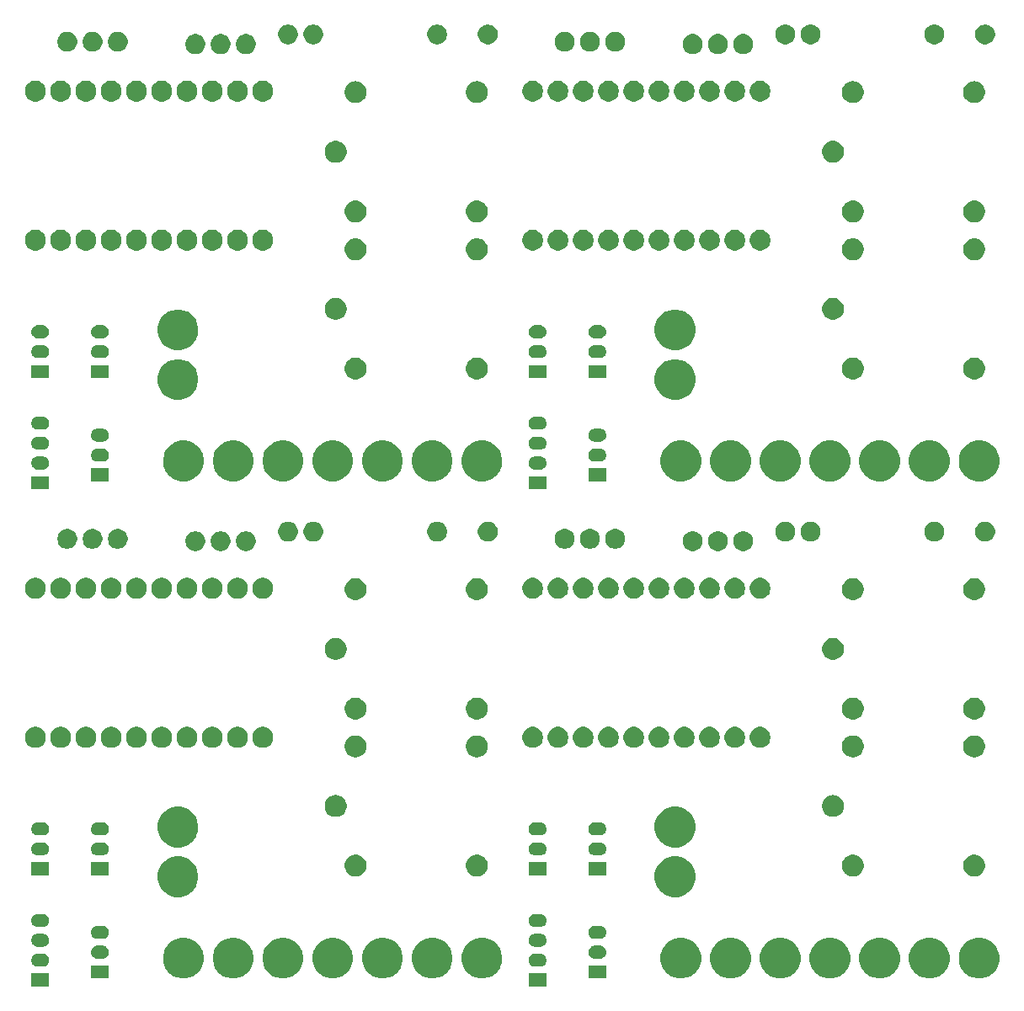
<source format=gbs>
G04 #@! TF.GenerationSoftware,KiCad,Pcbnew,5.0.2-bee76a0~70~ubuntu16.04.1*
G04 #@! TF.CreationDate,2019-11-28T15:24:25+01:00*
G04 #@! TF.ProjectId,Shutter_RF_2x2,53687574-7465-4725-9f52-465f3278322e,rev?*
G04 #@! TF.SameCoordinates,Original*
G04 #@! TF.FileFunction,Soldermask,Bot*
G04 #@! TF.FilePolarity,Negative*
%FSLAX46Y46*%
G04 Gerber Fmt 4.6, Leading zero omitted, Abs format (unit mm)*
G04 Created by KiCad (PCBNEW 5.0.2-bee76a0~70~ubuntu16.04.1) date Thu 28 Nov 2019 03:24:25 PM CET*
%MOMM*%
%LPD*%
G01*
G04 APERTURE LIST*
%ADD10C,0.100000*%
G04 APERTURE END LIST*
D10*
G36*
X153401000Y-147651000D02*
X151599000Y-147651000D01*
X151599000Y-146349000D01*
X153401000Y-146349000D01*
X153401000Y-147651000D01*
X153401000Y-147651000D01*
G37*
G36*
X103401000Y-147651000D02*
X101599000Y-147651000D01*
X101599000Y-146349000D01*
X103401000Y-146349000D01*
X103401000Y-147651000D01*
X103401000Y-147651000D01*
G37*
G36*
X172498252Y-142827818D02*
X172498254Y-142827819D01*
X172498255Y-142827819D01*
X172871513Y-142982427D01*
X173088803Y-143127616D01*
X173207439Y-143206886D01*
X173493114Y-143492561D01*
X173493116Y-143492564D01*
X173717573Y-143828487D01*
X173818597Y-144072382D01*
X173872182Y-144201748D01*
X173951000Y-144597993D01*
X173951000Y-145002007D01*
X173879110Y-145363424D01*
X173872181Y-145398255D01*
X173717573Y-145771513D01*
X173717572Y-145771514D01*
X173493114Y-146107439D01*
X173207439Y-146393114D01*
X173207436Y-146393116D01*
X172871513Y-146617573D01*
X172498255Y-146772181D01*
X172498254Y-146772181D01*
X172498252Y-146772182D01*
X172102007Y-146851000D01*
X171697993Y-146851000D01*
X171301748Y-146772182D01*
X171301746Y-146772181D01*
X171301745Y-146772181D01*
X170928487Y-146617573D01*
X170592564Y-146393116D01*
X170592561Y-146393114D01*
X170306886Y-146107439D01*
X170082428Y-145771514D01*
X170082427Y-145771513D01*
X169927819Y-145398255D01*
X169920891Y-145363424D01*
X169849000Y-145002007D01*
X169849000Y-144597993D01*
X169927818Y-144201748D01*
X169981403Y-144072382D01*
X170082427Y-143828487D01*
X170306884Y-143492564D01*
X170306886Y-143492561D01*
X170592561Y-143206886D01*
X170711197Y-143127616D01*
X170928487Y-142982427D01*
X171301745Y-142827819D01*
X171301746Y-142827819D01*
X171301748Y-142827818D01*
X171697993Y-142749000D01*
X172102007Y-142749000D01*
X172498252Y-142827818D01*
X172498252Y-142827818D01*
G37*
G36*
X167498252Y-142827818D02*
X167498254Y-142827819D01*
X167498255Y-142827819D01*
X167871513Y-142982427D01*
X168088803Y-143127616D01*
X168207439Y-143206886D01*
X168493114Y-143492561D01*
X168493116Y-143492564D01*
X168717573Y-143828487D01*
X168818597Y-144072382D01*
X168872182Y-144201748D01*
X168951000Y-144597993D01*
X168951000Y-145002007D01*
X168879110Y-145363424D01*
X168872181Y-145398255D01*
X168717573Y-145771513D01*
X168717572Y-145771514D01*
X168493114Y-146107439D01*
X168207439Y-146393114D01*
X168207436Y-146393116D01*
X167871513Y-146617573D01*
X167498255Y-146772181D01*
X167498254Y-146772181D01*
X167498252Y-146772182D01*
X167102007Y-146851000D01*
X166697993Y-146851000D01*
X166301748Y-146772182D01*
X166301746Y-146772181D01*
X166301745Y-146772181D01*
X165928487Y-146617573D01*
X165592564Y-146393116D01*
X165592561Y-146393114D01*
X165306886Y-146107439D01*
X165082428Y-145771514D01*
X165082427Y-145771513D01*
X164927819Y-145398255D01*
X164920891Y-145363424D01*
X164849000Y-145002007D01*
X164849000Y-144597993D01*
X164927818Y-144201748D01*
X164981403Y-144072382D01*
X165082427Y-143828487D01*
X165306884Y-143492564D01*
X165306886Y-143492561D01*
X165592561Y-143206886D01*
X165711197Y-143127616D01*
X165928487Y-142982427D01*
X166301745Y-142827819D01*
X166301746Y-142827819D01*
X166301748Y-142827818D01*
X166697993Y-142749000D01*
X167102007Y-142749000D01*
X167498252Y-142827818D01*
X167498252Y-142827818D01*
G37*
G36*
X109401000Y-146851000D02*
X107599000Y-146851000D01*
X107599000Y-145549000D01*
X109401000Y-145549000D01*
X109401000Y-146851000D01*
X109401000Y-146851000D01*
G37*
G36*
X147498252Y-142827818D02*
X147498254Y-142827819D01*
X147498255Y-142827819D01*
X147871513Y-142982427D01*
X148088803Y-143127616D01*
X148207439Y-143206886D01*
X148493114Y-143492561D01*
X148493116Y-143492564D01*
X148717573Y-143828487D01*
X148818597Y-144072382D01*
X148872182Y-144201748D01*
X148951000Y-144597993D01*
X148951000Y-145002007D01*
X148879110Y-145363424D01*
X148872181Y-145398255D01*
X148717573Y-145771513D01*
X148717572Y-145771514D01*
X148493114Y-146107439D01*
X148207439Y-146393114D01*
X148207436Y-146393116D01*
X147871513Y-146617573D01*
X147498255Y-146772181D01*
X147498254Y-146772181D01*
X147498252Y-146772182D01*
X147102007Y-146851000D01*
X146697993Y-146851000D01*
X146301748Y-146772182D01*
X146301746Y-146772181D01*
X146301745Y-146772181D01*
X145928487Y-146617573D01*
X145592564Y-146393116D01*
X145592561Y-146393114D01*
X145306886Y-146107439D01*
X145082428Y-145771514D01*
X145082427Y-145771513D01*
X144927819Y-145398255D01*
X144920891Y-145363424D01*
X144849000Y-145002007D01*
X144849000Y-144597993D01*
X144927818Y-144201748D01*
X144981403Y-144072382D01*
X145082427Y-143828487D01*
X145306884Y-143492564D01*
X145306886Y-143492561D01*
X145592561Y-143206886D01*
X145711197Y-143127616D01*
X145928487Y-142982427D01*
X146301745Y-142827819D01*
X146301746Y-142827819D01*
X146301748Y-142827818D01*
X146697993Y-142749000D01*
X147102007Y-142749000D01*
X147498252Y-142827818D01*
X147498252Y-142827818D01*
G37*
G36*
X142498252Y-142827818D02*
X142498254Y-142827819D01*
X142498255Y-142827819D01*
X142871513Y-142982427D01*
X143088803Y-143127616D01*
X143207439Y-143206886D01*
X143493114Y-143492561D01*
X143493116Y-143492564D01*
X143717573Y-143828487D01*
X143818597Y-144072382D01*
X143872182Y-144201748D01*
X143951000Y-144597993D01*
X143951000Y-145002007D01*
X143879110Y-145363424D01*
X143872181Y-145398255D01*
X143717573Y-145771513D01*
X143717572Y-145771514D01*
X143493114Y-146107439D01*
X143207439Y-146393114D01*
X143207436Y-146393116D01*
X142871513Y-146617573D01*
X142498255Y-146772181D01*
X142498254Y-146772181D01*
X142498252Y-146772182D01*
X142102007Y-146851000D01*
X141697993Y-146851000D01*
X141301748Y-146772182D01*
X141301746Y-146772181D01*
X141301745Y-146772181D01*
X140928487Y-146617573D01*
X140592564Y-146393116D01*
X140592561Y-146393114D01*
X140306886Y-146107439D01*
X140082428Y-145771514D01*
X140082427Y-145771513D01*
X139927819Y-145398255D01*
X139920891Y-145363424D01*
X139849000Y-145002007D01*
X139849000Y-144597993D01*
X139927818Y-144201748D01*
X139981403Y-144072382D01*
X140082427Y-143828487D01*
X140306884Y-143492564D01*
X140306886Y-143492561D01*
X140592561Y-143206886D01*
X140711197Y-143127616D01*
X140928487Y-142982427D01*
X141301745Y-142827819D01*
X141301746Y-142827819D01*
X141301748Y-142827818D01*
X141697993Y-142749000D01*
X142102007Y-142749000D01*
X142498252Y-142827818D01*
X142498252Y-142827818D01*
G37*
G36*
X137498252Y-142827818D02*
X137498254Y-142827819D01*
X137498255Y-142827819D01*
X137871513Y-142982427D01*
X138088803Y-143127616D01*
X138207439Y-143206886D01*
X138493114Y-143492561D01*
X138493116Y-143492564D01*
X138717573Y-143828487D01*
X138818597Y-144072382D01*
X138872182Y-144201748D01*
X138951000Y-144597993D01*
X138951000Y-145002007D01*
X138879110Y-145363424D01*
X138872181Y-145398255D01*
X138717573Y-145771513D01*
X138717572Y-145771514D01*
X138493114Y-146107439D01*
X138207439Y-146393114D01*
X138207436Y-146393116D01*
X137871513Y-146617573D01*
X137498255Y-146772181D01*
X137498254Y-146772181D01*
X137498252Y-146772182D01*
X137102007Y-146851000D01*
X136697993Y-146851000D01*
X136301748Y-146772182D01*
X136301746Y-146772181D01*
X136301745Y-146772181D01*
X135928487Y-146617573D01*
X135592564Y-146393116D01*
X135592561Y-146393114D01*
X135306886Y-146107439D01*
X135082428Y-145771514D01*
X135082427Y-145771513D01*
X134927819Y-145398255D01*
X134920891Y-145363424D01*
X134849000Y-145002007D01*
X134849000Y-144597993D01*
X134927818Y-144201748D01*
X134981403Y-144072382D01*
X135082427Y-143828487D01*
X135306884Y-143492564D01*
X135306886Y-143492561D01*
X135592561Y-143206886D01*
X135711197Y-143127616D01*
X135928487Y-142982427D01*
X136301745Y-142827819D01*
X136301746Y-142827819D01*
X136301748Y-142827818D01*
X136697993Y-142749000D01*
X137102007Y-142749000D01*
X137498252Y-142827818D01*
X137498252Y-142827818D01*
G37*
G36*
X132498252Y-142827818D02*
X132498254Y-142827819D01*
X132498255Y-142827819D01*
X132871513Y-142982427D01*
X133088803Y-143127616D01*
X133207439Y-143206886D01*
X133493114Y-143492561D01*
X133493116Y-143492564D01*
X133717573Y-143828487D01*
X133818597Y-144072382D01*
X133872182Y-144201748D01*
X133951000Y-144597993D01*
X133951000Y-145002007D01*
X133879110Y-145363424D01*
X133872181Y-145398255D01*
X133717573Y-145771513D01*
X133717572Y-145771514D01*
X133493114Y-146107439D01*
X133207439Y-146393114D01*
X133207436Y-146393116D01*
X132871513Y-146617573D01*
X132498255Y-146772181D01*
X132498254Y-146772181D01*
X132498252Y-146772182D01*
X132102007Y-146851000D01*
X131697993Y-146851000D01*
X131301748Y-146772182D01*
X131301746Y-146772181D01*
X131301745Y-146772181D01*
X130928487Y-146617573D01*
X130592564Y-146393116D01*
X130592561Y-146393114D01*
X130306886Y-146107439D01*
X130082428Y-145771514D01*
X130082427Y-145771513D01*
X129927819Y-145398255D01*
X129920891Y-145363424D01*
X129849000Y-145002007D01*
X129849000Y-144597993D01*
X129927818Y-144201748D01*
X129981403Y-144072382D01*
X130082427Y-143828487D01*
X130306884Y-143492564D01*
X130306886Y-143492561D01*
X130592561Y-143206886D01*
X130711197Y-143127616D01*
X130928487Y-142982427D01*
X131301745Y-142827819D01*
X131301746Y-142827819D01*
X131301748Y-142827818D01*
X131697993Y-142749000D01*
X132102007Y-142749000D01*
X132498252Y-142827818D01*
X132498252Y-142827818D01*
G37*
G36*
X127498252Y-142827818D02*
X127498254Y-142827819D01*
X127498255Y-142827819D01*
X127871513Y-142982427D01*
X128088803Y-143127616D01*
X128207439Y-143206886D01*
X128493114Y-143492561D01*
X128493116Y-143492564D01*
X128717573Y-143828487D01*
X128818597Y-144072382D01*
X128872182Y-144201748D01*
X128951000Y-144597993D01*
X128951000Y-145002007D01*
X128879110Y-145363424D01*
X128872181Y-145398255D01*
X128717573Y-145771513D01*
X128717572Y-145771514D01*
X128493114Y-146107439D01*
X128207439Y-146393114D01*
X128207436Y-146393116D01*
X127871513Y-146617573D01*
X127498255Y-146772181D01*
X127498254Y-146772181D01*
X127498252Y-146772182D01*
X127102007Y-146851000D01*
X126697993Y-146851000D01*
X126301748Y-146772182D01*
X126301746Y-146772181D01*
X126301745Y-146772181D01*
X125928487Y-146617573D01*
X125592564Y-146393116D01*
X125592561Y-146393114D01*
X125306886Y-146107439D01*
X125082428Y-145771514D01*
X125082427Y-145771513D01*
X124927819Y-145398255D01*
X124920891Y-145363424D01*
X124849000Y-145002007D01*
X124849000Y-144597993D01*
X124927818Y-144201748D01*
X124981403Y-144072382D01*
X125082427Y-143828487D01*
X125306884Y-143492564D01*
X125306886Y-143492561D01*
X125592561Y-143206886D01*
X125711197Y-143127616D01*
X125928487Y-142982427D01*
X126301745Y-142827819D01*
X126301746Y-142827819D01*
X126301748Y-142827818D01*
X126697993Y-142749000D01*
X127102007Y-142749000D01*
X127498252Y-142827818D01*
X127498252Y-142827818D01*
G37*
G36*
X122498252Y-142827818D02*
X122498254Y-142827819D01*
X122498255Y-142827819D01*
X122871513Y-142982427D01*
X123088803Y-143127616D01*
X123207439Y-143206886D01*
X123493114Y-143492561D01*
X123493116Y-143492564D01*
X123717573Y-143828487D01*
X123818597Y-144072382D01*
X123872182Y-144201748D01*
X123951000Y-144597993D01*
X123951000Y-145002007D01*
X123879110Y-145363424D01*
X123872181Y-145398255D01*
X123717573Y-145771513D01*
X123717572Y-145771514D01*
X123493114Y-146107439D01*
X123207439Y-146393114D01*
X123207436Y-146393116D01*
X122871513Y-146617573D01*
X122498255Y-146772181D01*
X122498254Y-146772181D01*
X122498252Y-146772182D01*
X122102007Y-146851000D01*
X121697993Y-146851000D01*
X121301748Y-146772182D01*
X121301746Y-146772181D01*
X121301745Y-146772181D01*
X120928487Y-146617573D01*
X120592564Y-146393116D01*
X120592561Y-146393114D01*
X120306886Y-146107439D01*
X120082428Y-145771514D01*
X120082427Y-145771513D01*
X119927819Y-145398255D01*
X119920891Y-145363424D01*
X119849000Y-145002007D01*
X119849000Y-144597993D01*
X119927818Y-144201748D01*
X119981403Y-144072382D01*
X120082427Y-143828487D01*
X120306884Y-143492564D01*
X120306886Y-143492561D01*
X120592561Y-143206886D01*
X120711197Y-143127616D01*
X120928487Y-142982427D01*
X121301745Y-142827819D01*
X121301746Y-142827819D01*
X121301748Y-142827818D01*
X121697993Y-142749000D01*
X122102007Y-142749000D01*
X122498252Y-142827818D01*
X122498252Y-142827818D01*
G37*
G36*
X159401000Y-146851000D02*
X157599000Y-146851000D01*
X157599000Y-145549000D01*
X159401000Y-145549000D01*
X159401000Y-146851000D01*
X159401000Y-146851000D01*
G37*
G36*
X197498252Y-142827818D02*
X197498254Y-142827819D01*
X197498255Y-142827819D01*
X197871513Y-142982427D01*
X198088803Y-143127616D01*
X198207439Y-143206886D01*
X198493114Y-143492561D01*
X198493116Y-143492564D01*
X198717573Y-143828487D01*
X198818597Y-144072382D01*
X198872182Y-144201748D01*
X198951000Y-144597993D01*
X198951000Y-145002007D01*
X198879110Y-145363424D01*
X198872181Y-145398255D01*
X198717573Y-145771513D01*
X198717572Y-145771514D01*
X198493114Y-146107439D01*
X198207439Y-146393114D01*
X198207436Y-146393116D01*
X197871513Y-146617573D01*
X197498255Y-146772181D01*
X197498254Y-146772181D01*
X197498252Y-146772182D01*
X197102007Y-146851000D01*
X196697993Y-146851000D01*
X196301748Y-146772182D01*
X196301746Y-146772181D01*
X196301745Y-146772181D01*
X195928487Y-146617573D01*
X195592564Y-146393116D01*
X195592561Y-146393114D01*
X195306886Y-146107439D01*
X195082428Y-145771514D01*
X195082427Y-145771513D01*
X194927819Y-145398255D01*
X194920891Y-145363424D01*
X194849000Y-145002007D01*
X194849000Y-144597993D01*
X194927818Y-144201748D01*
X194981403Y-144072382D01*
X195082427Y-143828487D01*
X195306884Y-143492564D01*
X195306886Y-143492561D01*
X195592561Y-143206886D01*
X195711197Y-143127616D01*
X195928487Y-142982427D01*
X196301745Y-142827819D01*
X196301746Y-142827819D01*
X196301748Y-142827818D01*
X196697993Y-142749000D01*
X197102007Y-142749000D01*
X197498252Y-142827818D01*
X197498252Y-142827818D01*
G37*
G36*
X192498252Y-142827818D02*
X192498254Y-142827819D01*
X192498255Y-142827819D01*
X192871513Y-142982427D01*
X193088803Y-143127616D01*
X193207439Y-143206886D01*
X193493114Y-143492561D01*
X193493116Y-143492564D01*
X193717573Y-143828487D01*
X193818597Y-144072382D01*
X193872182Y-144201748D01*
X193951000Y-144597993D01*
X193951000Y-145002007D01*
X193879110Y-145363424D01*
X193872181Y-145398255D01*
X193717573Y-145771513D01*
X193717572Y-145771514D01*
X193493114Y-146107439D01*
X193207439Y-146393114D01*
X193207436Y-146393116D01*
X192871513Y-146617573D01*
X192498255Y-146772181D01*
X192498254Y-146772181D01*
X192498252Y-146772182D01*
X192102007Y-146851000D01*
X191697993Y-146851000D01*
X191301748Y-146772182D01*
X191301746Y-146772181D01*
X191301745Y-146772181D01*
X190928487Y-146617573D01*
X190592564Y-146393116D01*
X190592561Y-146393114D01*
X190306886Y-146107439D01*
X190082428Y-145771514D01*
X190082427Y-145771513D01*
X189927819Y-145398255D01*
X189920891Y-145363424D01*
X189849000Y-145002007D01*
X189849000Y-144597993D01*
X189927818Y-144201748D01*
X189981403Y-144072382D01*
X190082427Y-143828487D01*
X190306884Y-143492564D01*
X190306886Y-143492561D01*
X190592561Y-143206886D01*
X190711197Y-143127616D01*
X190928487Y-142982427D01*
X191301745Y-142827819D01*
X191301746Y-142827819D01*
X191301748Y-142827818D01*
X191697993Y-142749000D01*
X192102007Y-142749000D01*
X192498252Y-142827818D01*
X192498252Y-142827818D01*
G37*
G36*
X187498252Y-142827818D02*
X187498254Y-142827819D01*
X187498255Y-142827819D01*
X187871513Y-142982427D01*
X188088803Y-143127616D01*
X188207439Y-143206886D01*
X188493114Y-143492561D01*
X188493116Y-143492564D01*
X188717573Y-143828487D01*
X188818597Y-144072382D01*
X188872182Y-144201748D01*
X188951000Y-144597993D01*
X188951000Y-145002007D01*
X188879110Y-145363424D01*
X188872181Y-145398255D01*
X188717573Y-145771513D01*
X188717572Y-145771514D01*
X188493114Y-146107439D01*
X188207439Y-146393114D01*
X188207436Y-146393116D01*
X187871513Y-146617573D01*
X187498255Y-146772181D01*
X187498254Y-146772181D01*
X187498252Y-146772182D01*
X187102007Y-146851000D01*
X186697993Y-146851000D01*
X186301748Y-146772182D01*
X186301746Y-146772181D01*
X186301745Y-146772181D01*
X185928487Y-146617573D01*
X185592564Y-146393116D01*
X185592561Y-146393114D01*
X185306886Y-146107439D01*
X185082428Y-145771514D01*
X185082427Y-145771513D01*
X184927819Y-145398255D01*
X184920891Y-145363424D01*
X184849000Y-145002007D01*
X184849000Y-144597993D01*
X184927818Y-144201748D01*
X184981403Y-144072382D01*
X185082427Y-143828487D01*
X185306884Y-143492564D01*
X185306886Y-143492561D01*
X185592561Y-143206886D01*
X185711197Y-143127616D01*
X185928487Y-142982427D01*
X186301745Y-142827819D01*
X186301746Y-142827819D01*
X186301748Y-142827818D01*
X186697993Y-142749000D01*
X187102007Y-142749000D01*
X187498252Y-142827818D01*
X187498252Y-142827818D01*
G37*
G36*
X182498252Y-142827818D02*
X182498254Y-142827819D01*
X182498255Y-142827819D01*
X182871513Y-142982427D01*
X183088803Y-143127616D01*
X183207439Y-143206886D01*
X183493114Y-143492561D01*
X183493116Y-143492564D01*
X183717573Y-143828487D01*
X183818597Y-144072382D01*
X183872182Y-144201748D01*
X183951000Y-144597993D01*
X183951000Y-145002007D01*
X183879110Y-145363424D01*
X183872181Y-145398255D01*
X183717573Y-145771513D01*
X183717572Y-145771514D01*
X183493114Y-146107439D01*
X183207439Y-146393114D01*
X183207436Y-146393116D01*
X182871513Y-146617573D01*
X182498255Y-146772181D01*
X182498254Y-146772181D01*
X182498252Y-146772182D01*
X182102007Y-146851000D01*
X181697993Y-146851000D01*
X181301748Y-146772182D01*
X181301746Y-146772181D01*
X181301745Y-146772181D01*
X180928487Y-146617573D01*
X180592564Y-146393116D01*
X180592561Y-146393114D01*
X180306886Y-146107439D01*
X180082428Y-145771514D01*
X180082427Y-145771513D01*
X179927819Y-145398255D01*
X179920891Y-145363424D01*
X179849000Y-145002007D01*
X179849000Y-144597993D01*
X179927818Y-144201748D01*
X179981403Y-144072382D01*
X180082427Y-143828487D01*
X180306884Y-143492564D01*
X180306886Y-143492561D01*
X180592561Y-143206886D01*
X180711197Y-143127616D01*
X180928487Y-142982427D01*
X181301745Y-142827819D01*
X181301746Y-142827819D01*
X181301748Y-142827818D01*
X181697993Y-142749000D01*
X182102007Y-142749000D01*
X182498252Y-142827818D01*
X182498252Y-142827818D01*
G37*
G36*
X177498252Y-142827818D02*
X177498254Y-142827819D01*
X177498255Y-142827819D01*
X177871513Y-142982427D01*
X178088803Y-143127616D01*
X178207439Y-143206886D01*
X178493114Y-143492561D01*
X178493116Y-143492564D01*
X178717573Y-143828487D01*
X178818597Y-144072382D01*
X178872182Y-144201748D01*
X178951000Y-144597993D01*
X178951000Y-145002007D01*
X178879110Y-145363424D01*
X178872181Y-145398255D01*
X178717573Y-145771513D01*
X178717572Y-145771514D01*
X178493114Y-146107439D01*
X178207439Y-146393114D01*
X178207436Y-146393116D01*
X177871513Y-146617573D01*
X177498255Y-146772181D01*
X177498254Y-146772181D01*
X177498252Y-146772182D01*
X177102007Y-146851000D01*
X176697993Y-146851000D01*
X176301748Y-146772182D01*
X176301746Y-146772181D01*
X176301745Y-146772181D01*
X175928487Y-146617573D01*
X175592564Y-146393116D01*
X175592561Y-146393114D01*
X175306886Y-146107439D01*
X175082428Y-145771514D01*
X175082427Y-145771513D01*
X174927819Y-145398255D01*
X174920891Y-145363424D01*
X174849000Y-145002007D01*
X174849000Y-144597993D01*
X174927818Y-144201748D01*
X174981403Y-144072382D01*
X175082427Y-143828487D01*
X175306884Y-143492564D01*
X175306886Y-143492561D01*
X175592561Y-143206886D01*
X175711197Y-143127616D01*
X175928487Y-142982427D01*
X176301745Y-142827819D01*
X176301746Y-142827819D01*
X176301748Y-142827818D01*
X176697993Y-142749000D01*
X177102007Y-142749000D01*
X177498252Y-142827818D01*
X177498252Y-142827818D01*
G37*
G36*
X117498252Y-142827818D02*
X117498254Y-142827819D01*
X117498255Y-142827819D01*
X117871513Y-142982427D01*
X118088803Y-143127616D01*
X118207439Y-143206886D01*
X118493114Y-143492561D01*
X118493116Y-143492564D01*
X118717573Y-143828487D01*
X118818597Y-144072382D01*
X118872182Y-144201748D01*
X118951000Y-144597993D01*
X118951000Y-145002007D01*
X118879110Y-145363424D01*
X118872181Y-145398255D01*
X118717573Y-145771513D01*
X118717572Y-145771514D01*
X118493114Y-146107439D01*
X118207439Y-146393114D01*
X118207436Y-146393116D01*
X117871513Y-146617573D01*
X117498255Y-146772181D01*
X117498254Y-146772181D01*
X117498252Y-146772182D01*
X117102007Y-146851000D01*
X116697993Y-146851000D01*
X116301748Y-146772182D01*
X116301746Y-146772181D01*
X116301745Y-146772181D01*
X115928487Y-146617573D01*
X115592564Y-146393116D01*
X115592561Y-146393114D01*
X115306886Y-146107439D01*
X115082428Y-145771514D01*
X115082427Y-145771513D01*
X114927819Y-145398255D01*
X114920891Y-145363424D01*
X114849000Y-145002007D01*
X114849000Y-144597993D01*
X114927818Y-144201748D01*
X114981403Y-144072382D01*
X115082427Y-143828487D01*
X115306884Y-143492564D01*
X115306886Y-143492561D01*
X115592561Y-143206886D01*
X115711197Y-143127616D01*
X115928487Y-142982427D01*
X116301745Y-142827819D01*
X116301746Y-142827819D01*
X116301748Y-142827818D01*
X116697993Y-142749000D01*
X117102007Y-142749000D01*
X117498252Y-142827818D01*
X117498252Y-142827818D01*
G37*
G36*
X152813855Y-144352140D02*
X152877618Y-144358420D01*
X152959427Y-144383237D01*
X153000333Y-144395645D01*
X153100491Y-144449181D01*
X153113426Y-144456095D01*
X153212553Y-144537447D01*
X153293905Y-144636574D01*
X153293906Y-144636576D01*
X153354355Y-144749667D01*
X153354355Y-144749668D01*
X153391580Y-144872382D01*
X153404149Y-145000000D01*
X153391580Y-145127618D01*
X153366763Y-145209427D01*
X153354355Y-145250333D01*
X153300819Y-145350491D01*
X153293905Y-145363426D01*
X153212553Y-145462553D01*
X153113426Y-145543905D01*
X153113424Y-145543906D01*
X153000333Y-145604355D01*
X152959427Y-145616763D01*
X152877618Y-145641580D01*
X152813855Y-145647860D01*
X152781974Y-145651000D01*
X152218026Y-145651000D01*
X152186145Y-145647860D01*
X152122382Y-145641580D01*
X152040573Y-145616763D01*
X151999667Y-145604355D01*
X151886576Y-145543906D01*
X151886574Y-145543905D01*
X151787447Y-145462553D01*
X151706095Y-145363426D01*
X151699181Y-145350491D01*
X151645645Y-145250333D01*
X151633237Y-145209427D01*
X151608420Y-145127618D01*
X151595851Y-145000000D01*
X151608420Y-144872382D01*
X151645645Y-144749668D01*
X151645645Y-144749667D01*
X151706094Y-144636576D01*
X151706095Y-144636574D01*
X151787447Y-144537447D01*
X151886574Y-144456095D01*
X151899509Y-144449181D01*
X151999667Y-144395645D01*
X152040573Y-144383237D01*
X152122382Y-144358420D01*
X152186145Y-144352140D01*
X152218026Y-144349000D01*
X152781974Y-144349000D01*
X152813855Y-144352140D01*
X152813855Y-144352140D01*
G37*
G36*
X102813855Y-144352140D02*
X102877618Y-144358420D01*
X102959427Y-144383237D01*
X103000333Y-144395645D01*
X103100491Y-144449181D01*
X103113426Y-144456095D01*
X103212553Y-144537447D01*
X103293905Y-144636574D01*
X103293906Y-144636576D01*
X103354355Y-144749667D01*
X103354355Y-144749668D01*
X103391580Y-144872382D01*
X103404149Y-145000000D01*
X103391580Y-145127618D01*
X103366763Y-145209427D01*
X103354355Y-145250333D01*
X103300819Y-145350491D01*
X103293905Y-145363426D01*
X103212553Y-145462553D01*
X103113426Y-145543905D01*
X103113424Y-145543906D01*
X103000333Y-145604355D01*
X102959427Y-145616763D01*
X102877618Y-145641580D01*
X102813855Y-145647860D01*
X102781974Y-145651000D01*
X102218026Y-145651000D01*
X102186145Y-145647860D01*
X102122382Y-145641580D01*
X102040573Y-145616763D01*
X101999667Y-145604355D01*
X101886576Y-145543906D01*
X101886574Y-145543905D01*
X101787447Y-145462553D01*
X101706095Y-145363426D01*
X101699181Y-145350491D01*
X101645645Y-145250333D01*
X101633237Y-145209427D01*
X101608420Y-145127618D01*
X101595851Y-145000000D01*
X101608420Y-144872382D01*
X101645645Y-144749668D01*
X101645645Y-144749667D01*
X101706094Y-144636576D01*
X101706095Y-144636574D01*
X101787447Y-144537447D01*
X101886574Y-144456095D01*
X101899509Y-144449181D01*
X101999667Y-144395645D01*
X102040573Y-144383237D01*
X102122382Y-144358420D01*
X102186145Y-144352140D01*
X102218026Y-144349000D01*
X102781974Y-144349000D01*
X102813855Y-144352140D01*
X102813855Y-144352140D01*
G37*
G36*
X108813855Y-143552140D02*
X108877618Y-143558420D01*
X108959427Y-143583237D01*
X109000333Y-143595645D01*
X109086270Y-143641580D01*
X109113426Y-143656095D01*
X109212553Y-143737447D01*
X109293905Y-143836574D01*
X109293906Y-143836576D01*
X109354355Y-143949667D01*
X109354355Y-143949668D01*
X109391580Y-144072382D01*
X109404149Y-144200000D01*
X109391580Y-144327618D01*
X109382236Y-144358420D01*
X109354355Y-144450333D01*
X109351275Y-144456095D01*
X109293905Y-144563426D01*
X109212553Y-144662553D01*
X109113426Y-144743905D01*
X109113424Y-144743906D01*
X109000333Y-144804355D01*
X108959427Y-144816763D01*
X108877618Y-144841580D01*
X108813855Y-144847860D01*
X108781974Y-144851000D01*
X108218026Y-144851000D01*
X108186145Y-144847860D01*
X108122382Y-144841580D01*
X108040573Y-144816763D01*
X107999667Y-144804355D01*
X107886576Y-144743906D01*
X107886574Y-144743905D01*
X107787447Y-144662553D01*
X107706095Y-144563426D01*
X107648725Y-144456095D01*
X107645645Y-144450333D01*
X107617764Y-144358420D01*
X107608420Y-144327618D01*
X107595851Y-144200000D01*
X107608420Y-144072382D01*
X107645645Y-143949668D01*
X107645645Y-143949667D01*
X107706094Y-143836576D01*
X107706095Y-143836574D01*
X107787447Y-143737447D01*
X107886574Y-143656095D01*
X107913730Y-143641580D01*
X107999667Y-143595645D01*
X108040573Y-143583237D01*
X108122382Y-143558420D01*
X108186145Y-143552140D01*
X108218026Y-143549000D01*
X108781974Y-143549000D01*
X108813855Y-143552140D01*
X108813855Y-143552140D01*
G37*
G36*
X158813855Y-143552140D02*
X158877618Y-143558420D01*
X158959427Y-143583237D01*
X159000333Y-143595645D01*
X159086270Y-143641580D01*
X159113426Y-143656095D01*
X159212553Y-143737447D01*
X159293905Y-143836574D01*
X159293906Y-143836576D01*
X159354355Y-143949667D01*
X159354355Y-143949668D01*
X159391580Y-144072382D01*
X159404149Y-144200000D01*
X159391580Y-144327618D01*
X159382236Y-144358420D01*
X159354355Y-144450333D01*
X159351275Y-144456095D01*
X159293905Y-144563426D01*
X159212553Y-144662553D01*
X159113426Y-144743905D01*
X159113424Y-144743906D01*
X159000333Y-144804355D01*
X158959427Y-144816763D01*
X158877618Y-144841580D01*
X158813855Y-144847860D01*
X158781974Y-144851000D01*
X158218026Y-144851000D01*
X158186145Y-144847860D01*
X158122382Y-144841580D01*
X158040573Y-144816763D01*
X157999667Y-144804355D01*
X157886576Y-144743906D01*
X157886574Y-144743905D01*
X157787447Y-144662553D01*
X157706095Y-144563426D01*
X157648725Y-144456095D01*
X157645645Y-144450333D01*
X157617764Y-144358420D01*
X157608420Y-144327618D01*
X157595851Y-144200000D01*
X157608420Y-144072382D01*
X157645645Y-143949668D01*
X157645645Y-143949667D01*
X157706094Y-143836576D01*
X157706095Y-143836574D01*
X157787447Y-143737447D01*
X157886574Y-143656095D01*
X157913730Y-143641580D01*
X157999667Y-143595645D01*
X158040573Y-143583237D01*
X158122382Y-143558420D01*
X158186145Y-143552140D01*
X158218026Y-143549000D01*
X158781974Y-143549000D01*
X158813855Y-143552140D01*
X158813855Y-143552140D01*
G37*
G36*
X102813855Y-142352140D02*
X102877618Y-142358420D01*
X102959427Y-142383237D01*
X103000333Y-142395645D01*
X103100491Y-142449181D01*
X103113426Y-142456095D01*
X103212553Y-142537447D01*
X103293905Y-142636574D01*
X103293906Y-142636576D01*
X103354355Y-142749667D01*
X103354355Y-142749668D01*
X103391580Y-142872382D01*
X103404149Y-143000000D01*
X103391580Y-143127618D01*
X103367535Y-143206884D01*
X103354355Y-143250333D01*
X103300819Y-143350491D01*
X103293905Y-143363426D01*
X103212553Y-143462553D01*
X103113426Y-143543905D01*
X103113424Y-143543906D01*
X103000333Y-143604355D01*
X102959427Y-143616763D01*
X102877618Y-143641580D01*
X102813855Y-143647860D01*
X102781974Y-143651000D01*
X102218026Y-143651000D01*
X102186145Y-143647860D01*
X102122382Y-143641580D01*
X102040573Y-143616763D01*
X101999667Y-143604355D01*
X101886576Y-143543906D01*
X101886574Y-143543905D01*
X101787447Y-143462553D01*
X101706095Y-143363426D01*
X101699181Y-143350491D01*
X101645645Y-143250333D01*
X101632465Y-143206884D01*
X101608420Y-143127618D01*
X101595851Y-143000000D01*
X101608420Y-142872382D01*
X101645645Y-142749668D01*
X101645645Y-142749667D01*
X101706094Y-142636576D01*
X101706095Y-142636574D01*
X101787447Y-142537447D01*
X101886574Y-142456095D01*
X101899509Y-142449181D01*
X101999667Y-142395645D01*
X102040573Y-142383237D01*
X102122382Y-142358420D01*
X102186145Y-142352140D01*
X102218026Y-142349000D01*
X102781974Y-142349000D01*
X102813855Y-142352140D01*
X102813855Y-142352140D01*
G37*
G36*
X152813855Y-142352140D02*
X152877618Y-142358420D01*
X152959427Y-142383237D01*
X153000333Y-142395645D01*
X153100491Y-142449181D01*
X153113426Y-142456095D01*
X153212553Y-142537447D01*
X153293905Y-142636574D01*
X153293906Y-142636576D01*
X153354355Y-142749667D01*
X153354355Y-142749668D01*
X153391580Y-142872382D01*
X153404149Y-143000000D01*
X153391580Y-143127618D01*
X153367535Y-143206884D01*
X153354355Y-143250333D01*
X153300819Y-143350491D01*
X153293905Y-143363426D01*
X153212553Y-143462553D01*
X153113426Y-143543905D01*
X153113424Y-143543906D01*
X153000333Y-143604355D01*
X152959427Y-143616763D01*
X152877618Y-143641580D01*
X152813855Y-143647860D01*
X152781974Y-143651000D01*
X152218026Y-143651000D01*
X152186145Y-143647860D01*
X152122382Y-143641580D01*
X152040573Y-143616763D01*
X151999667Y-143604355D01*
X151886576Y-143543906D01*
X151886574Y-143543905D01*
X151787447Y-143462553D01*
X151706095Y-143363426D01*
X151699181Y-143350491D01*
X151645645Y-143250333D01*
X151632465Y-143206884D01*
X151608420Y-143127618D01*
X151595851Y-143000000D01*
X151608420Y-142872382D01*
X151645645Y-142749668D01*
X151645645Y-142749667D01*
X151706094Y-142636576D01*
X151706095Y-142636574D01*
X151787447Y-142537447D01*
X151886574Y-142456095D01*
X151899509Y-142449181D01*
X151999667Y-142395645D01*
X152040573Y-142383237D01*
X152122382Y-142358420D01*
X152186145Y-142352140D01*
X152218026Y-142349000D01*
X152781974Y-142349000D01*
X152813855Y-142352140D01*
X152813855Y-142352140D01*
G37*
G36*
X158813855Y-141552140D02*
X158877618Y-141558420D01*
X158959427Y-141583237D01*
X159000333Y-141595645D01*
X159086270Y-141641580D01*
X159113426Y-141656095D01*
X159212553Y-141737447D01*
X159293905Y-141836574D01*
X159293906Y-141836576D01*
X159354355Y-141949667D01*
X159354355Y-141949668D01*
X159391580Y-142072382D01*
X159404149Y-142200000D01*
X159391580Y-142327618D01*
X159382236Y-142358420D01*
X159354355Y-142450333D01*
X159351275Y-142456095D01*
X159293905Y-142563426D01*
X159212553Y-142662553D01*
X159113426Y-142743905D01*
X159113424Y-142743906D01*
X159000333Y-142804355D01*
X158959427Y-142816763D01*
X158877618Y-142841580D01*
X158813855Y-142847860D01*
X158781974Y-142851000D01*
X158218026Y-142851000D01*
X158186145Y-142847860D01*
X158122382Y-142841580D01*
X158040573Y-142816763D01*
X157999667Y-142804355D01*
X157886576Y-142743906D01*
X157886574Y-142743905D01*
X157787447Y-142662553D01*
X157706095Y-142563426D01*
X157648725Y-142456095D01*
X157645645Y-142450333D01*
X157617764Y-142358420D01*
X157608420Y-142327618D01*
X157595851Y-142200000D01*
X157608420Y-142072382D01*
X157645645Y-141949668D01*
X157645645Y-141949667D01*
X157706094Y-141836576D01*
X157706095Y-141836574D01*
X157787447Y-141737447D01*
X157886574Y-141656095D01*
X157913730Y-141641580D01*
X157999667Y-141595645D01*
X158040573Y-141583237D01*
X158122382Y-141558420D01*
X158186145Y-141552140D01*
X158218026Y-141549000D01*
X158781974Y-141549000D01*
X158813855Y-141552140D01*
X158813855Y-141552140D01*
G37*
G36*
X108813855Y-141552140D02*
X108877618Y-141558420D01*
X108959427Y-141583237D01*
X109000333Y-141595645D01*
X109086270Y-141641580D01*
X109113426Y-141656095D01*
X109212553Y-141737447D01*
X109293905Y-141836574D01*
X109293906Y-141836576D01*
X109354355Y-141949667D01*
X109354355Y-141949668D01*
X109391580Y-142072382D01*
X109404149Y-142200000D01*
X109391580Y-142327618D01*
X109382236Y-142358420D01*
X109354355Y-142450333D01*
X109351275Y-142456095D01*
X109293905Y-142563426D01*
X109212553Y-142662553D01*
X109113426Y-142743905D01*
X109113424Y-142743906D01*
X109000333Y-142804355D01*
X108959427Y-142816763D01*
X108877618Y-142841580D01*
X108813855Y-142847860D01*
X108781974Y-142851000D01*
X108218026Y-142851000D01*
X108186145Y-142847860D01*
X108122382Y-142841580D01*
X108040573Y-142816763D01*
X107999667Y-142804355D01*
X107886576Y-142743906D01*
X107886574Y-142743905D01*
X107787447Y-142662553D01*
X107706095Y-142563426D01*
X107648725Y-142456095D01*
X107645645Y-142450333D01*
X107617764Y-142358420D01*
X107608420Y-142327618D01*
X107595851Y-142200000D01*
X107608420Y-142072382D01*
X107645645Y-141949668D01*
X107645645Y-141949667D01*
X107706094Y-141836576D01*
X107706095Y-141836574D01*
X107787447Y-141737447D01*
X107886574Y-141656095D01*
X107913730Y-141641580D01*
X107999667Y-141595645D01*
X108040573Y-141583237D01*
X108122382Y-141558420D01*
X108186145Y-141552140D01*
X108218026Y-141549000D01*
X108781974Y-141549000D01*
X108813855Y-141552140D01*
X108813855Y-141552140D01*
G37*
G36*
X152813855Y-140352140D02*
X152877618Y-140358420D01*
X152959427Y-140383237D01*
X153000333Y-140395645D01*
X153100491Y-140449181D01*
X153113426Y-140456095D01*
X153212553Y-140537447D01*
X153293905Y-140636574D01*
X153293906Y-140636576D01*
X153354355Y-140749667D01*
X153354355Y-140749668D01*
X153391580Y-140872382D01*
X153404149Y-141000000D01*
X153391580Y-141127618D01*
X153366763Y-141209427D01*
X153354355Y-141250333D01*
X153300819Y-141350491D01*
X153293905Y-141363426D01*
X153212553Y-141462553D01*
X153113426Y-141543905D01*
X153113424Y-141543906D01*
X153000333Y-141604355D01*
X152959427Y-141616763D01*
X152877618Y-141641580D01*
X152813855Y-141647860D01*
X152781974Y-141651000D01*
X152218026Y-141651000D01*
X152186145Y-141647860D01*
X152122382Y-141641580D01*
X152040573Y-141616763D01*
X151999667Y-141604355D01*
X151886576Y-141543906D01*
X151886574Y-141543905D01*
X151787447Y-141462553D01*
X151706095Y-141363426D01*
X151699181Y-141350491D01*
X151645645Y-141250333D01*
X151633237Y-141209427D01*
X151608420Y-141127618D01*
X151595851Y-141000000D01*
X151608420Y-140872382D01*
X151645645Y-140749668D01*
X151645645Y-140749667D01*
X151706094Y-140636576D01*
X151706095Y-140636574D01*
X151787447Y-140537447D01*
X151886574Y-140456095D01*
X151899509Y-140449181D01*
X151999667Y-140395645D01*
X152040573Y-140383237D01*
X152122382Y-140358420D01*
X152186145Y-140352140D01*
X152218026Y-140349000D01*
X152781974Y-140349000D01*
X152813855Y-140352140D01*
X152813855Y-140352140D01*
G37*
G36*
X102813855Y-140352140D02*
X102877618Y-140358420D01*
X102959427Y-140383237D01*
X103000333Y-140395645D01*
X103100491Y-140449181D01*
X103113426Y-140456095D01*
X103212553Y-140537447D01*
X103293905Y-140636574D01*
X103293906Y-140636576D01*
X103354355Y-140749667D01*
X103354355Y-140749668D01*
X103391580Y-140872382D01*
X103404149Y-141000000D01*
X103391580Y-141127618D01*
X103366763Y-141209427D01*
X103354355Y-141250333D01*
X103300819Y-141350491D01*
X103293905Y-141363426D01*
X103212553Y-141462553D01*
X103113426Y-141543905D01*
X103113424Y-141543906D01*
X103000333Y-141604355D01*
X102959427Y-141616763D01*
X102877618Y-141641580D01*
X102813855Y-141647860D01*
X102781974Y-141651000D01*
X102218026Y-141651000D01*
X102186145Y-141647860D01*
X102122382Y-141641580D01*
X102040573Y-141616763D01*
X101999667Y-141604355D01*
X101886576Y-141543906D01*
X101886574Y-141543905D01*
X101787447Y-141462553D01*
X101706095Y-141363426D01*
X101699181Y-141350491D01*
X101645645Y-141250333D01*
X101633237Y-141209427D01*
X101608420Y-141127618D01*
X101595851Y-141000000D01*
X101608420Y-140872382D01*
X101645645Y-140749668D01*
X101645645Y-140749667D01*
X101706094Y-140636576D01*
X101706095Y-140636574D01*
X101787447Y-140537447D01*
X101886574Y-140456095D01*
X101899509Y-140449181D01*
X101999667Y-140395645D01*
X102040573Y-140383237D01*
X102122382Y-140358420D01*
X102186145Y-140352140D01*
X102218026Y-140349000D01*
X102781974Y-140349000D01*
X102813855Y-140352140D01*
X102813855Y-140352140D01*
G37*
G36*
X166930252Y-134639818D02*
X166930254Y-134639819D01*
X166930255Y-134639819D01*
X167303513Y-134794427D01*
X167303514Y-134794428D01*
X167639439Y-135018886D01*
X167925114Y-135304561D01*
X167925116Y-135304564D01*
X168149573Y-135640487D01*
X168304181Y-136013745D01*
X168383000Y-136409994D01*
X168383000Y-136814006D01*
X168304181Y-137210255D01*
X168149573Y-137583513D01*
X168149572Y-137583514D01*
X167925114Y-137919439D01*
X167639439Y-138205114D01*
X167639436Y-138205116D01*
X167303513Y-138429573D01*
X166930255Y-138584181D01*
X166930254Y-138584181D01*
X166930252Y-138584182D01*
X166534007Y-138663000D01*
X166129993Y-138663000D01*
X165733748Y-138584182D01*
X165733746Y-138584181D01*
X165733745Y-138584181D01*
X165360487Y-138429573D01*
X165024564Y-138205116D01*
X165024561Y-138205114D01*
X164738886Y-137919439D01*
X164514428Y-137583514D01*
X164514427Y-137583513D01*
X164359819Y-137210255D01*
X164281000Y-136814006D01*
X164281000Y-136409994D01*
X164359819Y-136013745D01*
X164514427Y-135640487D01*
X164738884Y-135304564D01*
X164738886Y-135304561D01*
X165024561Y-135018886D01*
X165360486Y-134794428D01*
X165360487Y-134794427D01*
X165733745Y-134639819D01*
X165733746Y-134639819D01*
X165733748Y-134639818D01*
X166129993Y-134561000D01*
X166534007Y-134561000D01*
X166930252Y-134639818D01*
X166930252Y-134639818D01*
G37*
G36*
X116930252Y-134639818D02*
X116930254Y-134639819D01*
X116930255Y-134639819D01*
X117303513Y-134794427D01*
X117303514Y-134794428D01*
X117639439Y-135018886D01*
X117925114Y-135304561D01*
X117925116Y-135304564D01*
X118149573Y-135640487D01*
X118304181Y-136013745D01*
X118383000Y-136409994D01*
X118383000Y-136814006D01*
X118304181Y-137210255D01*
X118149573Y-137583513D01*
X118149572Y-137583514D01*
X117925114Y-137919439D01*
X117639439Y-138205114D01*
X117639436Y-138205116D01*
X117303513Y-138429573D01*
X116930255Y-138584181D01*
X116930254Y-138584181D01*
X116930252Y-138584182D01*
X116534007Y-138663000D01*
X116129993Y-138663000D01*
X115733748Y-138584182D01*
X115733746Y-138584181D01*
X115733745Y-138584181D01*
X115360487Y-138429573D01*
X115024564Y-138205116D01*
X115024561Y-138205114D01*
X114738886Y-137919439D01*
X114514428Y-137583514D01*
X114514427Y-137583513D01*
X114359819Y-137210255D01*
X114281000Y-136814006D01*
X114281000Y-136409994D01*
X114359819Y-136013745D01*
X114514427Y-135640487D01*
X114738884Y-135304564D01*
X114738886Y-135304561D01*
X115024561Y-135018886D01*
X115360486Y-134794428D01*
X115360487Y-134794427D01*
X115733745Y-134639819D01*
X115733746Y-134639819D01*
X115733748Y-134639818D01*
X116129993Y-134561000D01*
X116534007Y-134561000D01*
X116930252Y-134639818D01*
X116930252Y-134639818D01*
G37*
G36*
X146531492Y-134404355D02*
X146719404Y-134441733D01*
X146919595Y-134524655D01*
X147099762Y-134645038D01*
X147252982Y-134798258D01*
X147373365Y-134978425D01*
X147456287Y-135178616D01*
X147498560Y-135391137D01*
X147498560Y-135607823D01*
X147456287Y-135820344D01*
X147373365Y-136020535D01*
X147252982Y-136200702D01*
X147099762Y-136353922D01*
X146919595Y-136474305D01*
X146719404Y-136557227D01*
X146560013Y-136588932D01*
X146506884Y-136599500D01*
X146290196Y-136599500D01*
X146237067Y-136588932D01*
X146077676Y-136557227D01*
X145877485Y-136474305D01*
X145697318Y-136353922D01*
X145544098Y-136200702D01*
X145423715Y-136020535D01*
X145340793Y-135820344D01*
X145298520Y-135607823D01*
X145298520Y-135391137D01*
X145340793Y-135178616D01*
X145423715Y-134978425D01*
X145544098Y-134798258D01*
X145697318Y-134645038D01*
X145877485Y-134524655D01*
X146077676Y-134441733D01*
X146265588Y-134404355D01*
X146290196Y-134399460D01*
X146506884Y-134399460D01*
X146531492Y-134404355D01*
X146531492Y-134404355D01*
G37*
G36*
X134334412Y-134404355D02*
X134522324Y-134441733D01*
X134722515Y-134524655D01*
X134902682Y-134645038D01*
X135055902Y-134798258D01*
X135176285Y-134978425D01*
X135259207Y-135178616D01*
X135301480Y-135391137D01*
X135301480Y-135607823D01*
X135259207Y-135820344D01*
X135176285Y-136020535D01*
X135055902Y-136200702D01*
X134902682Y-136353922D01*
X134722515Y-136474305D01*
X134522324Y-136557227D01*
X134362933Y-136588932D01*
X134309804Y-136599500D01*
X134093116Y-136599500D01*
X134039987Y-136588932D01*
X133880596Y-136557227D01*
X133680405Y-136474305D01*
X133500238Y-136353922D01*
X133347018Y-136200702D01*
X133226635Y-136020535D01*
X133143713Y-135820344D01*
X133101440Y-135607823D01*
X133101440Y-135391137D01*
X133143713Y-135178616D01*
X133226635Y-134978425D01*
X133347018Y-134798258D01*
X133500238Y-134645038D01*
X133680405Y-134524655D01*
X133880596Y-134441733D01*
X134068508Y-134404355D01*
X134093116Y-134399460D01*
X134309804Y-134399460D01*
X134334412Y-134404355D01*
X134334412Y-134404355D01*
G37*
G36*
X184334412Y-134404355D02*
X184522324Y-134441733D01*
X184722515Y-134524655D01*
X184902682Y-134645038D01*
X185055902Y-134798258D01*
X185176285Y-134978425D01*
X185259207Y-135178616D01*
X185301480Y-135391137D01*
X185301480Y-135607823D01*
X185259207Y-135820344D01*
X185176285Y-136020535D01*
X185055902Y-136200702D01*
X184902682Y-136353922D01*
X184722515Y-136474305D01*
X184522324Y-136557227D01*
X184362933Y-136588932D01*
X184309804Y-136599500D01*
X184093116Y-136599500D01*
X184039987Y-136588932D01*
X183880596Y-136557227D01*
X183680405Y-136474305D01*
X183500238Y-136353922D01*
X183347018Y-136200702D01*
X183226635Y-136020535D01*
X183143713Y-135820344D01*
X183101440Y-135607823D01*
X183101440Y-135391137D01*
X183143713Y-135178616D01*
X183226635Y-134978425D01*
X183347018Y-134798258D01*
X183500238Y-134645038D01*
X183680405Y-134524655D01*
X183880596Y-134441733D01*
X184068508Y-134404355D01*
X184093116Y-134399460D01*
X184309804Y-134399460D01*
X184334412Y-134404355D01*
X184334412Y-134404355D01*
G37*
G36*
X196531492Y-134404355D02*
X196719404Y-134441733D01*
X196919595Y-134524655D01*
X197099762Y-134645038D01*
X197252982Y-134798258D01*
X197373365Y-134978425D01*
X197456287Y-135178616D01*
X197498560Y-135391137D01*
X197498560Y-135607823D01*
X197456287Y-135820344D01*
X197373365Y-136020535D01*
X197252982Y-136200702D01*
X197099762Y-136353922D01*
X196919595Y-136474305D01*
X196719404Y-136557227D01*
X196560013Y-136588932D01*
X196506884Y-136599500D01*
X196290196Y-136599500D01*
X196237067Y-136588932D01*
X196077676Y-136557227D01*
X195877485Y-136474305D01*
X195697318Y-136353922D01*
X195544098Y-136200702D01*
X195423715Y-136020535D01*
X195340793Y-135820344D01*
X195298520Y-135607823D01*
X195298520Y-135391137D01*
X195340793Y-135178616D01*
X195423715Y-134978425D01*
X195544098Y-134798258D01*
X195697318Y-134645038D01*
X195877485Y-134524655D01*
X196077676Y-134441733D01*
X196265588Y-134404355D01*
X196290196Y-134399460D01*
X196506884Y-134399460D01*
X196531492Y-134404355D01*
X196531492Y-134404355D01*
G37*
G36*
X103401000Y-136451000D02*
X101599000Y-136451000D01*
X101599000Y-135149000D01*
X103401000Y-135149000D01*
X103401000Y-136451000D01*
X103401000Y-136451000D01*
G37*
G36*
X153401000Y-136451000D02*
X151599000Y-136451000D01*
X151599000Y-135149000D01*
X153401000Y-135149000D01*
X153401000Y-136451000D01*
X153401000Y-136451000D01*
G37*
G36*
X109401000Y-136451000D02*
X107599000Y-136451000D01*
X107599000Y-135149000D01*
X109401000Y-135149000D01*
X109401000Y-136451000D01*
X109401000Y-136451000D01*
G37*
G36*
X159401000Y-136451000D02*
X157599000Y-136451000D01*
X157599000Y-135149000D01*
X159401000Y-135149000D01*
X159401000Y-136451000D01*
X159401000Y-136451000D01*
G37*
G36*
X152813855Y-133152140D02*
X152877618Y-133158420D01*
X152959427Y-133183237D01*
X153000333Y-133195645D01*
X153100491Y-133249181D01*
X153113426Y-133256095D01*
X153212553Y-133337447D01*
X153293905Y-133436574D01*
X153293906Y-133436576D01*
X153354355Y-133549667D01*
X153354355Y-133549668D01*
X153391580Y-133672382D01*
X153404149Y-133800000D01*
X153391580Y-133927618D01*
X153366763Y-134009427D01*
X153354355Y-134050333D01*
X153300819Y-134150491D01*
X153293905Y-134163426D01*
X153212553Y-134262553D01*
X153113426Y-134343905D01*
X153113424Y-134343906D01*
X153000333Y-134404355D01*
X152959427Y-134416763D01*
X152877618Y-134441580D01*
X152813855Y-134447860D01*
X152781974Y-134451000D01*
X152218026Y-134451000D01*
X152186145Y-134447860D01*
X152122382Y-134441580D01*
X152040573Y-134416763D01*
X151999667Y-134404355D01*
X151886576Y-134343906D01*
X151886574Y-134343905D01*
X151787447Y-134262553D01*
X151706095Y-134163426D01*
X151699181Y-134150491D01*
X151645645Y-134050333D01*
X151633237Y-134009427D01*
X151608420Y-133927618D01*
X151595851Y-133800000D01*
X151608420Y-133672382D01*
X151645645Y-133549668D01*
X151645645Y-133549667D01*
X151706094Y-133436576D01*
X151706095Y-133436574D01*
X151787447Y-133337447D01*
X151886574Y-133256095D01*
X151899509Y-133249181D01*
X151999667Y-133195645D01*
X152040573Y-133183237D01*
X152122382Y-133158420D01*
X152186145Y-133152140D01*
X152218026Y-133149000D01*
X152781974Y-133149000D01*
X152813855Y-133152140D01*
X152813855Y-133152140D01*
G37*
G36*
X108813855Y-133152140D02*
X108877618Y-133158420D01*
X108959427Y-133183237D01*
X109000333Y-133195645D01*
X109100491Y-133249181D01*
X109113426Y-133256095D01*
X109212553Y-133337447D01*
X109293905Y-133436574D01*
X109293906Y-133436576D01*
X109354355Y-133549667D01*
X109354355Y-133549668D01*
X109391580Y-133672382D01*
X109404149Y-133800000D01*
X109391580Y-133927618D01*
X109366763Y-134009427D01*
X109354355Y-134050333D01*
X109300819Y-134150491D01*
X109293905Y-134163426D01*
X109212553Y-134262553D01*
X109113426Y-134343905D01*
X109113424Y-134343906D01*
X109000333Y-134404355D01*
X108959427Y-134416763D01*
X108877618Y-134441580D01*
X108813855Y-134447860D01*
X108781974Y-134451000D01*
X108218026Y-134451000D01*
X108186145Y-134447860D01*
X108122382Y-134441580D01*
X108040573Y-134416763D01*
X107999667Y-134404355D01*
X107886576Y-134343906D01*
X107886574Y-134343905D01*
X107787447Y-134262553D01*
X107706095Y-134163426D01*
X107699181Y-134150491D01*
X107645645Y-134050333D01*
X107633237Y-134009427D01*
X107608420Y-133927618D01*
X107595851Y-133800000D01*
X107608420Y-133672382D01*
X107645645Y-133549668D01*
X107645645Y-133549667D01*
X107706094Y-133436576D01*
X107706095Y-133436574D01*
X107787447Y-133337447D01*
X107886574Y-133256095D01*
X107899509Y-133249181D01*
X107999667Y-133195645D01*
X108040573Y-133183237D01*
X108122382Y-133158420D01*
X108186145Y-133152140D01*
X108218026Y-133149000D01*
X108781974Y-133149000D01*
X108813855Y-133152140D01*
X108813855Y-133152140D01*
G37*
G36*
X158813855Y-133152140D02*
X158877618Y-133158420D01*
X158959427Y-133183237D01*
X159000333Y-133195645D01*
X159100491Y-133249181D01*
X159113426Y-133256095D01*
X159212553Y-133337447D01*
X159293905Y-133436574D01*
X159293906Y-133436576D01*
X159354355Y-133549667D01*
X159354355Y-133549668D01*
X159391580Y-133672382D01*
X159404149Y-133800000D01*
X159391580Y-133927618D01*
X159366763Y-134009427D01*
X159354355Y-134050333D01*
X159300819Y-134150491D01*
X159293905Y-134163426D01*
X159212553Y-134262553D01*
X159113426Y-134343905D01*
X159113424Y-134343906D01*
X159000333Y-134404355D01*
X158959427Y-134416763D01*
X158877618Y-134441580D01*
X158813855Y-134447860D01*
X158781974Y-134451000D01*
X158218026Y-134451000D01*
X158186145Y-134447860D01*
X158122382Y-134441580D01*
X158040573Y-134416763D01*
X157999667Y-134404355D01*
X157886576Y-134343906D01*
X157886574Y-134343905D01*
X157787447Y-134262553D01*
X157706095Y-134163426D01*
X157699181Y-134150491D01*
X157645645Y-134050333D01*
X157633237Y-134009427D01*
X157608420Y-133927618D01*
X157595851Y-133800000D01*
X157608420Y-133672382D01*
X157645645Y-133549668D01*
X157645645Y-133549667D01*
X157706094Y-133436576D01*
X157706095Y-133436574D01*
X157787447Y-133337447D01*
X157886574Y-133256095D01*
X157899509Y-133249181D01*
X157999667Y-133195645D01*
X158040573Y-133183237D01*
X158122382Y-133158420D01*
X158186145Y-133152140D01*
X158218026Y-133149000D01*
X158781974Y-133149000D01*
X158813855Y-133152140D01*
X158813855Y-133152140D01*
G37*
G36*
X102813855Y-133152140D02*
X102877618Y-133158420D01*
X102959427Y-133183237D01*
X103000333Y-133195645D01*
X103100491Y-133249181D01*
X103113426Y-133256095D01*
X103212553Y-133337447D01*
X103293905Y-133436574D01*
X103293906Y-133436576D01*
X103354355Y-133549667D01*
X103354355Y-133549668D01*
X103391580Y-133672382D01*
X103404149Y-133800000D01*
X103391580Y-133927618D01*
X103366763Y-134009427D01*
X103354355Y-134050333D01*
X103300819Y-134150491D01*
X103293905Y-134163426D01*
X103212553Y-134262553D01*
X103113426Y-134343905D01*
X103113424Y-134343906D01*
X103000333Y-134404355D01*
X102959427Y-134416763D01*
X102877618Y-134441580D01*
X102813855Y-134447860D01*
X102781974Y-134451000D01*
X102218026Y-134451000D01*
X102186145Y-134447860D01*
X102122382Y-134441580D01*
X102040573Y-134416763D01*
X101999667Y-134404355D01*
X101886576Y-134343906D01*
X101886574Y-134343905D01*
X101787447Y-134262553D01*
X101706095Y-134163426D01*
X101699181Y-134150491D01*
X101645645Y-134050333D01*
X101633237Y-134009427D01*
X101608420Y-133927618D01*
X101595851Y-133800000D01*
X101608420Y-133672382D01*
X101645645Y-133549668D01*
X101645645Y-133549667D01*
X101706094Y-133436576D01*
X101706095Y-133436574D01*
X101787447Y-133337447D01*
X101886574Y-133256095D01*
X101899509Y-133249181D01*
X101999667Y-133195645D01*
X102040573Y-133183237D01*
X102122382Y-133158420D01*
X102186145Y-133152140D01*
X102218026Y-133149000D01*
X102781974Y-133149000D01*
X102813855Y-133152140D01*
X102813855Y-133152140D01*
G37*
G36*
X166930252Y-129639818D02*
X166930254Y-129639819D01*
X166930255Y-129639819D01*
X167303513Y-129794427D01*
X167634905Y-130015857D01*
X167639439Y-130018886D01*
X167925114Y-130304561D01*
X167925116Y-130304564D01*
X168149573Y-130640487D01*
X168304181Y-131013745D01*
X168304182Y-131013748D01*
X168383000Y-131409993D01*
X168383000Y-131814007D01*
X168313497Y-132163424D01*
X168304181Y-132210255D01*
X168149573Y-132583513D01*
X168149572Y-132583514D01*
X167925114Y-132919439D01*
X167639439Y-133205114D01*
X167639436Y-133205116D01*
X167303513Y-133429573D01*
X166930255Y-133584181D01*
X166930254Y-133584181D01*
X166930252Y-133584182D01*
X166534007Y-133663000D01*
X166129993Y-133663000D01*
X165733748Y-133584182D01*
X165733746Y-133584181D01*
X165733745Y-133584181D01*
X165360487Y-133429573D01*
X165024564Y-133205116D01*
X165024561Y-133205114D01*
X164738886Y-132919439D01*
X164514428Y-132583514D01*
X164514427Y-132583513D01*
X164359819Y-132210255D01*
X164350504Y-132163424D01*
X164281000Y-131814007D01*
X164281000Y-131409993D01*
X164359818Y-131013748D01*
X164359819Y-131013745D01*
X164514427Y-130640487D01*
X164738884Y-130304564D01*
X164738886Y-130304561D01*
X165024561Y-130018886D01*
X165029095Y-130015857D01*
X165360487Y-129794427D01*
X165733745Y-129639819D01*
X165733746Y-129639819D01*
X165733748Y-129639818D01*
X166129993Y-129561000D01*
X166534007Y-129561000D01*
X166930252Y-129639818D01*
X166930252Y-129639818D01*
G37*
G36*
X116930252Y-129639818D02*
X116930254Y-129639819D01*
X116930255Y-129639819D01*
X117303513Y-129794427D01*
X117634905Y-130015857D01*
X117639439Y-130018886D01*
X117925114Y-130304561D01*
X117925116Y-130304564D01*
X118149573Y-130640487D01*
X118304181Y-131013745D01*
X118304182Y-131013748D01*
X118383000Y-131409993D01*
X118383000Y-131814007D01*
X118313497Y-132163424D01*
X118304181Y-132210255D01*
X118149573Y-132583513D01*
X118149572Y-132583514D01*
X117925114Y-132919439D01*
X117639439Y-133205114D01*
X117639436Y-133205116D01*
X117303513Y-133429573D01*
X116930255Y-133584181D01*
X116930254Y-133584181D01*
X116930252Y-133584182D01*
X116534007Y-133663000D01*
X116129993Y-133663000D01*
X115733748Y-133584182D01*
X115733746Y-133584181D01*
X115733745Y-133584181D01*
X115360487Y-133429573D01*
X115024564Y-133205116D01*
X115024561Y-133205114D01*
X114738886Y-132919439D01*
X114514428Y-132583514D01*
X114514427Y-132583513D01*
X114359819Y-132210255D01*
X114350504Y-132163424D01*
X114281000Y-131814007D01*
X114281000Y-131409993D01*
X114359818Y-131013748D01*
X114359819Y-131013745D01*
X114514427Y-130640487D01*
X114738884Y-130304564D01*
X114738886Y-130304561D01*
X115024561Y-130018886D01*
X115029095Y-130015857D01*
X115360487Y-129794427D01*
X115733745Y-129639819D01*
X115733746Y-129639819D01*
X115733748Y-129639818D01*
X116129993Y-129561000D01*
X116534007Y-129561000D01*
X116930252Y-129639818D01*
X116930252Y-129639818D01*
G37*
G36*
X158813855Y-131152140D02*
X158877618Y-131158420D01*
X158959427Y-131183237D01*
X159000333Y-131195645D01*
X159100491Y-131249181D01*
X159113426Y-131256095D01*
X159212553Y-131337447D01*
X159293905Y-131436574D01*
X159293906Y-131436576D01*
X159354355Y-131549667D01*
X159354355Y-131549668D01*
X159391580Y-131672382D01*
X159404149Y-131800000D01*
X159391580Y-131927618D01*
X159366763Y-132009427D01*
X159354355Y-132050333D01*
X159300819Y-132150491D01*
X159293905Y-132163426D01*
X159212553Y-132262553D01*
X159113426Y-132343905D01*
X159113424Y-132343906D01*
X159000333Y-132404355D01*
X158959427Y-132416763D01*
X158877618Y-132441580D01*
X158813855Y-132447860D01*
X158781974Y-132451000D01*
X158218026Y-132451000D01*
X158186145Y-132447860D01*
X158122382Y-132441580D01*
X158040573Y-132416763D01*
X157999667Y-132404355D01*
X157886576Y-132343906D01*
X157886574Y-132343905D01*
X157787447Y-132262553D01*
X157706095Y-132163426D01*
X157699181Y-132150491D01*
X157645645Y-132050333D01*
X157633237Y-132009427D01*
X157608420Y-131927618D01*
X157595851Y-131800000D01*
X157608420Y-131672382D01*
X157645645Y-131549668D01*
X157645645Y-131549667D01*
X157706094Y-131436576D01*
X157706095Y-131436574D01*
X157787447Y-131337447D01*
X157886574Y-131256095D01*
X157899509Y-131249181D01*
X157999667Y-131195645D01*
X158040573Y-131183237D01*
X158122382Y-131158420D01*
X158186145Y-131152140D01*
X158218026Y-131149000D01*
X158781974Y-131149000D01*
X158813855Y-131152140D01*
X158813855Y-131152140D01*
G37*
G36*
X152813855Y-131152140D02*
X152877618Y-131158420D01*
X152959427Y-131183237D01*
X153000333Y-131195645D01*
X153100491Y-131249181D01*
X153113426Y-131256095D01*
X153212553Y-131337447D01*
X153293905Y-131436574D01*
X153293906Y-131436576D01*
X153354355Y-131549667D01*
X153354355Y-131549668D01*
X153391580Y-131672382D01*
X153404149Y-131800000D01*
X153391580Y-131927618D01*
X153366763Y-132009427D01*
X153354355Y-132050333D01*
X153300819Y-132150491D01*
X153293905Y-132163426D01*
X153212553Y-132262553D01*
X153113426Y-132343905D01*
X153113424Y-132343906D01*
X153000333Y-132404355D01*
X152959427Y-132416763D01*
X152877618Y-132441580D01*
X152813855Y-132447860D01*
X152781974Y-132451000D01*
X152218026Y-132451000D01*
X152186145Y-132447860D01*
X152122382Y-132441580D01*
X152040573Y-132416763D01*
X151999667Y-132404355D01*
X151886576Y-132343906D01*
X151886574Y-132343905D01*
X151787447Y-132262553D01*
X151706095Y-132163426D01*
X151699181Y-132150491D01*
X151645645Y-132050333D01*
X151633237Y-132009427D01*
X151608420Y-131927618D01*
X151595851Y-131800000D01*
X151608420Y-131672382D01*
X151645645Y-131549668D01*
X151645645Y-131549667D01*
X151706094Y-131436576D01*
X151706095Y-131436574D01*
X151787447Y-131337447D01*
X151886574Y-131256095D01*
X151899509Y-131249181D01*
X151999667Y-131195645D01*
X152040573Y-131183237D01*
X152122382Y-131158420D01*
X152186145Y-131152140D01*
X152218026Y-131149000D01*
X152781974Y-131149000D01*
X152813855Y-131152140D01*
X152813855Y-131152140D01*
G37*
G36*
X108813855Y-131152140D02*
X108877618Y-131158420D01*
X108959427Y-131183237D01*
X109000333Y-131195645D01*
X109100491Y-131249181D01*
X109113426Y-131256095D01*
X109212553Y-131337447D01*
X109293905Y-131436574D01*
X109293906Y-131436576D01*
X109354355Y-131549667D01*
X109354355Y-131549668D01*
X109391580Y-131672382D01*
X109404149Y-131800000D01*
X109391580Y-131927618D01*
X109366763Y-132009427D01*
X109354355Y-132050333D01*
X109300819Y-132150491D01*
X109293905Y-132163426D01*
X109212553Y-132262553D01*
X109113426Y-132343905D01*
X109113424Y-132343906D01*
X109000333Y-132404355D01*
X108959427Y-132416763D01*
X108877618Y-132441580D01*
X108813855Y-132447860D01*
X108781974Y-132451000D01*
X108218026Y-132451000D01*
X108186145Y-132447860D01*
X108122382Y-132441580D01*
X108040573Y-132416763D01*
X107999667Y-132404355D01*
X107886576Y-132343906D01*
X107886574Y-132343905D01*
X107787447Y-132262553D01*
X107706095Y-132163426D01*
X107699181Y-132150491D01*
X107645645Y-132050333D01*
X107633237Y-132009427D01*
X107608420Y-131927618D01*
X107595851Y-131800000D01*
X107608420Y-131672382D01*
X107645645Y-131549668D01*
X107645645Y-131549667D01*
X107706094Y-131436576D01*
X107706095Y-131436574D01*
X107787447Y-131337447D01*
X107886574Y-131256095D01*
X107899509Y-131249181D01*
X107999667Y-131195645D01*
X108040573Y-131183237D01*
X108122382Y-131158420D01*
X108186145Y-131152140D01*
X108218026Y-131149000D01*
X108781974Y-131149000D01*
X108813855Y-131152140D01*
X108813855Y-131152140D01*
G37*
G36*
X102813855Y-131152140D02*
X102877618Y-131158420D01*
X102959427Y-131183237D01*
X103000333Y-131195645D01*
X103100491Y-131249181D01*
X103113426Y-131256095D01*
X103212553Y-131337447D01*
X103293905Y-131436574D01*
X103293906Y-131436576D01*
X103354355Y-131549667D01*
X103354355Y-131549668D01*
X103391580Y-131672382D01*
X103404149Y-131800000D01*
X103391580Y-131927618D01*
X103366763Y-132009427D01*
X103354355Y-132050333D01*
X103300819Y-132150491D01*
X103293905Y-132163426D01*
X103212553Y-132262553D01*
X103113426Y-132343905D01*
X103113424Y-132343906D01*
X103000333Y-132404355D01*
X102959427Y-132416763D01*
X102877618Y-132441580D01*
X102813855Y-132447860D01*
X102781974Y-132451000D01*
X102218026Y-132451000D01*
X102186145Y-132447860D01*
X102122382Y-132441580D01*
X102040573Y-132416763D01*
X101999667Y-132404355D01*
X101886576Y-132343906D01*
X101886574Y-132343905D01*
X101787447Y-132262553D01*
X101706095Y-132163426D01*
X101699181Y-132150491D01*
X101645645Y-132050333D01*
X101633237Y-132009427D01*
X101608420Y-131927618D01*
X101595851Y-131800000D01*
X101608420Y-131672382D01*
X101645645Y-131549668D01*
X101645645Y-131549667D01*
X101706094Y-131436576D01*
X101706095Y-131436574D01*
X101787447Y-131337447D01*
X101886574Y-131256095D01*
X101899509Y-131249181D01*
X101999667Y-131195645D01*
X102040573Y-131183237D01*
X102122382Y-131158420D01*
X102186145Y-131152140D01*
X102218026Y-131149000D01*
X102781974Y-131149000D01*
X102813855Y-131152140D01*
X102813855Y-131152140D01*
G37*
G36*
X182363953Y-128410548D02*
X182523344Y-128442253D01*
X182723535Y-128525175D01*
X182903702Y-128645558D01*
X183056922Y-128798778D01*
X183177305Y-128978945D01*
X183260227Y-129179136D01*
X183302500Y-129391657D01*
X183302500Y-129608343D01*
X183260227Y-129820864D01*
X183177305Y-130021055D01*
X183056922Y-130201222D01*
X182903702Y-130354442D01*
X182723535Y-130474825D01*
X182523344Y-130557747D01*
X182363953Y-130589452D01*
X182310824Y-130600020D01*
X182094136Y-130600020D01*
X182041007Y-130589452D01*
X181881616Y-130557747D01*
X181681425Y-130474825D01*
X181501258Y-130354442D01*
X181348038Y-130201222D01*
X181227655Y-130021055D01*
X181144733Y-129820864D01*
X181102460Y-129608343D01*
X181102460Y-129391657D01*
X181144733Y-129179136D01*
X181227655Y-128978945D01*
X181348038Y-128798778D01*
X181501258Y-128645558D01*
X181681425Y-128525175D01*
X181881616Y-128442253D01*
X182041007Y-128410548D01*
X182094136Y-128399980D01*
X182310824Y-128399980D01*
X182363953Y-128410548D01*
X182363953Y-128410548D01*
G37*
G36*
X132363953Y-128410548D02*
X132523344Y-128442253D01*
X132723535Y-128525175D01*
X132903702Y-128645558D01*
X133056922Y-128798778D01*
X133177305Y-128978945D01*
X133260227Y-129179136D01*
X133302500Y-129391657D01*
X133302500Y-129608343D01*
X133260227Y-129820864D01*
X133177305Y-130021055D01*
X133056922Y-130201222D01*
X132903702Y-130354442D01*
X132723535Y-130474825D01*
X132523344Y-130557747D01*
X132363953Y-130589452D01*
X132310824Y-130600020D01*
X132094136Y-130600020D01*
X132041007Y-130589452D01*
X131881616Y-130557747D01*
X131681425Y-130474825D01*
X131501258Y-130354442D01*
X131348038Y-130201222D01*
X131227655Y-130021055D01*
X131144733Y-129820864D01*
X131102460Y-129608343D01*
X131102460Y-129391657D01*
X131144733Y-129179136D01*
X131227655Y-128978945D01*
X131348038Y-128798778D01*
X131501258Y-128645558D01*
X131681425Y-128525175D01*
X131881616Y-128442253D01*
X132041007Y-128410548D01*
X132094136Y-128399980D01*
X132310824Y-128399980D01*
X132363953Y-128410548D01*
X132363953Y-128410548D01*
G37*
G36*
X134362933Y-122411068D02*
X134522324Y-122442773D01*
X134722515Y-122525695D01*
X134902682Y-122646078D01*
X135055902Y-122799298D01*
X135176285Y-122979465D01*
X135259207Y-123179656D01*
X135301480Y-123392177D01*
X135301480Y-123608863D01*
X135259207Y-123821384D01*
X135176285Y-124021575D01*
X135055902Y-124201742D01*
X134902682Y-124354962D01*
X134722515Y-124475345D01*
X134522324Y-124558267D01*
X134362933Y-124589972D01*
X134309804Y-124600540D01*
X134093116Y-124600540D01*
X134039987Y-124589972D01*
X133880596Y-124558267D01*
X133680405Y-124475345D01*
X133500238Y-124354962D01*
X133347018Y-124201742D01*
X133226635Y-124021575D01*
X133143713Y-123821384D01*
X133101440Y-123608863D01*
X133101440Y-123392177D01*
X133143713Y-123179656D01*
X133226635Y-122979465D01*
X133347018Y-122799298D01*
X133500238Y-122646078D01*
X133680405Y-122525695D01*
X133880596Y-122442773D01*
X134039987Y-122411068D01*
X134093116Y-122400500D01*
X134309804Y-122400500D01*
X134362933Y-122411068D01*
X134362933Y-122411068D01*
G37*
G36*
X184362933Y-122411068D02*
X184522324Y-122442773D01*
X184722515Y-122525695D01*
X184902682Y-122646078D01*
X185055902Y-122799298D01*
X185176285Y-122979465D01*
X185259207Y-123179656D01*
X185301480Y-123392177D01*
X185301480Y-123608863D01*
X185259207Y-123821384D01*
X185176285Y-124021575D01*
X185055902Y-124201742D01*
X184902682Y-124354962D01*
X184722515Y-124475345D01*
X184522324Y-124558267D01*
X184362933Y-124589972D01*
X184309804Y-124600540D01*
X184093116Y-124600540D01*
X184039987Y-124589972D01*
X183880596Y-124558267D01*
X183680405Y-124475345D01*
X183500238Y-124354962D01*
X183347018Y-124201742D01*
X183226635Y-124021575D01*
X183143713Y-123821384D01*
X183101440Y-123608863D01*
X183101440Y-123392177D01*
X183143713Y-123179656D01*
X183226635Y-122979465D01*
X183347018Y-122799298D01*
X183500238Y-122646078D01*
X183680405Y-122525695D01*
X183880596Y-122442773D01*
X184039987Y-122411068D01*
X184093116Y-122400500D01*
X184309804Y-122400500D01*
X184362933Y-122411068D01*
X184362933Y-122411068D01*
G37*
G36*
X146560013Y-122411068D02*
X146719404Y-122442773D01*
X146919595Y-122525695D01*
X147099762Y-122646078D01*
X147252982Y-122799298D01*
X147373365Y-122979465D01*
X147456287Y-123179656D01*
X147498560Y-123392177D01*
X147498560Y-123608863D01*
X147456287Y-123821384D01*
X147373365Y-124021575D01*
X147252982Y-124201742D01*
X147099762Y-124354962D01*
X146919595Y-124475345D01*
X146719404Y-124558267D01*
X146560013Y-124589972D01*
X146506884Y-124600540D01*
X146290196Y-124600540D01*
X146237067Y-124589972D01*
X146077676Y-124558267D01*
X145877485Y-124475345D01*
X145697318Y-124354962D01*
X145544098Y-124201742D01*
X145423715Y-124021575D01*
X145340793Y-123821384D01*
X145298520Y-123608863D01*
X145298520Y-123392177D01*
X145340793Y-123179656D01*
X145423715Y-122979465D01*
X145544098Y-122799298D01*
X145697318Y-122646078D01*
X145877485Y-122525695D01*
X146077676Y-122442773D01*
X146237067Y-122411068D01*
X146290196Y-122400500D01*
X146506884Y-122400500D01*
X146560013Y-122411068D01*
X146560013Y-122411068D01*
G37*
G36*
X196560013Y-122411068D02*
X196719404Y-122442773D01*
X196919595Y-122525695D01*
X197099762Y-122646078D01*
X197252982Y-122799298D01*
X197373365Y-122979465D01*
X197456287Y-123179656D01*
X197498560Y-123392177D01*
X197498560Y-123608863D01*
X197456287Y-123821384D01*
X197373365Y-124021575D01*
X197252982Y-124201742D01*
X197099762Y-124354962D01*
X196919595Y-124475345D01*
X196719404Y-124558267D01*
X196560013Y-124589972D01*
X196506884Y-124600540D01*
X196290196Y-124600540D01*
X196237067Y-124589972D01*
X196077676Y-124558267D01*
X195877485Y-124475345D01*
X195697318Y-124354962D01*
X195544098Y-124201742D01*
X195423715Y-124021575D01*
X195340793Y-123821384D01*
X195298520Y-123608863D01*
X195298520Y-123392177D01*
X195340793Y-123179656D01*
X195423715Y-122979465D01*
X195544098Y-122799298D01*
X195697318Y-122646078D01*
X195877485Y-122525695D01*
X196077676Y-122442773D01*
X196237067Y-122411068D01*
X196290196Y-122400500D01*
X196506884Y-122400500D01*
X196560013Y-122411068D01*
X196560013Y-122411068D01*
G37*
G36*
X107396315Y-121587507D02*
X107587584Y-121666733D01*
X107759726Y-121781755D01*
X107906113Y-121928142D01*
X108021135Y-122100284D01*
X108100361Y-122291553D01*
X108140750Y-122494602D01*
X108140750Y-122701634D01*
X108100361Y-122904683D01*
X108021135Y-123095952D01*
X107906113Y-123268094D01*
X107759726Y-123414481D01*
X107587584Y-123529503D01*
X107396315Y-123608729D01*
X107193266Y-123649118D01*
X106986234Y-123649118D01*
X106783185Y-123608729D01*
X106591916Y-123529503D01*
X106419774Y-123414481D01*
X106273387Y-123268094D01*
X106158365Y-123095952D01*
X106079139Y-122904683D01*
X106038750Y-122701634D01*
X106038750Y-122494602D01*
X106079139Y-122291553D01*
X106158365Y-122100284D01*
X106273387Y-121928142D01*
X106419774Y-121781755D01*
X106591916Y-121666733D01*
X106783185Y-121587507D01*
X106986234Y-121547118D01*
X107193266Y-121547118D01*
X107396315Y-121587507D01*
X107396315Y-121587507D01*
G37*
G36*
X109936315Y-121587507D02*
X110127584Y-121666733D01*
X110299726Y-121781755D01*
X110446113Y-121928142D01*
X110561135Y-122100284D01*
X110640361Y-122291553D01*
X110680750Y-122494602D01*
X110680750Y-122701634D01*
X110640361Y-122904683D01*
X110561135Y-123095952D01*
X110446113Y-123268094D01*
X110299726Y-123414481D01*
X110127584Y-123529503D01*
X109936315Y-123608729D01*
X109733266Y-123649118D01*
X109526234Y-123649118D01*
X109323185Y-123608729D01*
X109131916Y-123529503D01*
X108959774Y-123414481D01*
X108813387Y-123268094D01*
X108698365Y-123095952D01*
X108619139Y-122904683D01*
X108578750Y-122701634D01*
X108578750Y-122494602D01*
X108619139Y-122291553D01*
X108698365Y-122100284D01*
X108813387Y-121928142D01*
X108959774Y-121781755D01*
X109131916Y-121666733D01*
X109323185Y-121587507D01*
X109526234Y-121547118D01*
X109733266Y-121547118D01*
X109936315Y-121587507D01*
X109936315Y-121587507D01*
G37*
G36*
X112476315Y-121587507D02*
X112667584Y-121666733D01*
X112839726Y-121781755D01*
X112986113Y-121928142D01*
X113101135Y-122100284D01*
X113180361Y-122291553D01*
X113220750Y-122494602D01*
X113220750Y-122701634D01*
X113180361Y-122904683D01*
X113101135Y-123095952D01*
X112986113Y-123268094D01*
X112839726Y-123414481D01*
X112667584Y-123529503D01*
X112476315Y-123608729D01*
X112273266Y-123649118D01*
X112066234Y-123649118D01*
X111863185Y-123608729D01*
X111671916Y-123529503D01*
X111499774Y-123414481D01*
X111353387Y-123268094D01*
X111238365Y-123095952D01*
X111159139Y-122904683D01*
X111118750Y-122701634D01*
X111118750Y-122494602D01*
X111159139Y-122291553D01*
X111238365Y-122100284D01*
X111353387Y-121928142D01*
X111499774Y-121781755D01*
X111671916Y-121666733D01*
X111863185Y-121587507D01*
X112066234Y-121547118D01*
X112273266Y-121547118D01*
X112476315Y-121587507D01*
X112476315Y-121587507D01*
G37*
G36*
X115016315Y-121587507D02*
X115207584Y-121666733D01*
X115379726Y-121781755D01*
X115526113Y-121928142D01*
X115641135Y-122100284D01*
X115720361Y-122291553D01*
X115760750Y-122494602D01*
X115760750Y-122701634D01*
X115720361Y-122904683D01*
X115641135Y-123095952D01*
X115526113Y-123268094D01*
X115379726Y-123414481D01*
X115207584Y-123529503D01*
X115016315Y-123608729D01*
X114813266Y-123649118D01*
X114606234Y-123649118D01*
X114403185Y-123608729D01*
X114211916Y-123529503D01*
X114039774Y-123414481D01*
X113893387Y-123268094D01*
X113778365Y-123095952D01*
X113699139Y-122904683D01*
X113658750Y-122701634D01*
X113658750Y-122494602D01*
X113699139Y-122291553D01*
X113778365Y-122100284D01*
X113893387Y-121928142D01*
X114039774Y-121781755D01*
X114211916Y-121666733D01*
X114403185Y-121587507D01*
X114606234Y-121547118D01*
X114813266Y-121547118D01*
X115016315Y-121587507D01*
X115016315Y-121587507D01*
G37*
G36*
X117556315Y-121587507D02*
X117747584Y-121666733D01*
X117919726Y-121781755D01*
X118066113Y-121928142D01*
X118181135Y-122100284D01*
X118260361Y-122291553D01*
X118300750Y-122494602D01*
X118300750Y-122701634D01*
X118260361Y-122904683D01*
X118181135Y-123095952D01*
X118066113Y-123268094D01*
X117919726Y-123414481D01*
X117747584Y-123529503D01*
X117556315Y-123608729D01*
X117353266Y-123649118D01*
X117146234Y-123649118D01*
X116943185Y-123608729D01*
X116751916Y-123529503D01*
X116579774Y-123414481D01*
X116433387Y-123268094D01*
X116318365Y-123095952D01*
X116239139Y-122904683D01*
X116198750Y-122701634D01*
X116198750Y-122494602D01*
X116239139Y-122291553D01*
X116318365Y-122100284D01*
X116433387Y-121928142D01*
X116579774Y-121781755D01*
X116751916Y-121666733D01*
X116943185Y-121587507D01*
X117146234Y-121547118D01*
X117353266Y-121547118D01*
X117556315Y-121587507D01*
X117556315Y-121587507D01*
G37*
G36*
X120096315Y-121587507D02*
X120287584Y-121666733D01*
X120459726Y-121781755D01*
X120606113Y-121928142D01*
X120721135Y-122100284D01*
X120800361Y-122291553D01*
X120840750Y-122494602D01*
X120840750Y-122701634D01*
X120800361Y-122904683D01*
X120721135Y-123095952D01*
X120606113Y-123268094D01*
X120459726Y-123414481D01*
X120287584Y-123529503D01*
X120096315Y-123608729D01*
X119893266Y-123649118D01*
X119686234Y-123649118D01*
X119483185Y-123608729D01*
X119291916Y-123529503D01*
X119119774Y-123414481D01*
X118973387Y-123268094D01*
X118858365Y-123095952D01*
X118779139Y-122904683D01*
X118738750Y-122701634D01*
X118738750Y-122494602D01*
X118779139Y-122291553D01*
X118858365Y-122100284D01*
X118973387Y-121928142D01*
X119119774Y-121781755D01*
X119291916Y-121666733D01*
X119483185Y-121587507D01*
X119686234Y-121547118D01*
X119893266Y-121547118D01*
X120096315Y-121587507D01*
X120096315Y-121587507D01*
G37*
G36*
X175176315Y-121587507D02*
X175367584Y-121666733D01*
X175539726Y-121781755D01*
X175686113Y-121928142D01*
X175801135Y-122100284D01*
X175880361Y-122291553D01*
X175920750Y-122494602D01*
X175920750Y-122701634D01*
X175880361Y-122904683D01*
X175801135Y-123095952D01*
X175686113Y-123268094D01*
X175539726Y-123414481D01*
X175367584Y-123529503D01*
X175176315Y-123608729D01*
X174973266Y-123649118D01*
X174766234Y-123649118D01*
X174563185Y-123608729D01*
X174371916Y-123529503D01*
X174199774Y-123414481D01*
X174053387Y-123268094D01*
X173938365Y-123095952D01*
X173859139Y-122904683D01*
X173818750Y-122701634D01*
X173818750Y-122494602D01*
X173859139Y-122291553D01*
X173938365Y-122100284D01*
X174053387Y-121928142D01*
X174199774Y-121781755D01*
X174371916Y-121666733D01*
X174563185Y-121587507D01*
X174766234Y-121547118D01*
X174973266Y-121547118D01*
X175176315Y-121587507D01*
X175176315Y-121587507D01*
G37*
G36*
X172636315Y-121587507D02*
X172827584Y-121666733D01*
X172999726Y-121781755D01*
X173146113Y-121928142D01*
X173261135Y-122100284D01*
X173340361Y-122291553D01*
X173380750Y-122494602D01*
X173380750Y-122701634D01*
X173340361Y-122904683D01*
X173261135Y-123095952D01*
X173146113Y-123268094D01*
X172999726Y-123414481D01*
X172827584Y-123529503D01*
X172636315Y-123608729D01*
X172433266Y-123649118D01*
X172226234Y-123649118D01*
X172023185Y-123608729D01*
X171831916Y-123529503D01*
X171659774Y-123414481D01*
X171513387Y-123268094D01*
X171398365Y-123095952D01*
X171319139Y-122904683D01*
X171278750Y-122701634D01*
X171278750Y-122494602D01*
X171319139Y-122291553D01*
X171398365Y-122100284D01*
X171513387Y-121928142D01*
X171659774Y-121781755D01*
X171831916Y-121666733D01*
X172023185Y-121587507D01*
X172226234Y-121547118D01*
X172433266Y-121547118D01*
X172636315Y-121587507D01*
X172636315Y-121587507D01*
G37*
G36*
X170096315Y-121587507D02*
X170287584Y-121666733D01*
X170459726Y-121781755D01*
X170606113Y-121928142D01*
X170721135Y-122100284D01*
X170800361Y-122291553D01*
X170840750Y-122494602D01*
X170840750Y-122701634D01*
X170800361Y-122904683D01*
X170721135Y-123095952D01*
X170606113Y-123268094D01*
X170459726Y-123414481D01*
X170287584Y-123529503D01*
X170096315Y-123608729D01*
X169893266Y-123649118D01*
X169686234Y-123649118D01*
X169483185Y-123608729D01*
X169291916Y-123529503D01*
X169119774Y-123414481D01*
X168973387Y-123268094D01*
X168858365Y-123095952D01*
X168779139Y-122904683D01*
X168738750Y-122701634D01*
X168738750Y-122494602D01*
X168779139Y-122291553D01*
X168858365Y-122100284D01*
X168973387Y-121928142D01*
X169119774Y-121781755D01*
X169291916Y-121666733D01*
X169483185Y-121587507D01*
X169686234Y-121547118D01*
X169893266Y-121547118D01*
X170096315Y-121587507D01*
X170096315Y-121587507D01*
G37*
G36*
X165016315Y-121587507D02*
X165207584Y-121666733D01*
X165379726Y-121781755D01*
X165526113Y-121928142D01*
X165641135Y-122100284D01*
X165720361Y-122291553D01*
X165760750Y-122494602D01*
X165760750Y-122701634D01*
X165720361Y-122904683D01*
X165641135Y-123095952D01*
X165526113Y-123268094D01*
X165379726Y-123414481D01*
X165207584Y-123529503D01*
X165016315Y-123608729D01*
X164813266Y-123649118D01*
X164606234Y-123649118D01*
X164403185Y-123608729D01*
X164211916Y-123529503D01*
X164039774Y-123414481D01*
X163893387Y-123268094D01*
X163778365Y-123095952D01*
X163699139Y-122904683D01*
X163658750Y-122701634D01*
X163658750Y-122494602D01*
X163699139Y-122291553D01*
X163778365Y-122100284D01*
X163893387Y-121928142D01*
X164039774Y-121781755D01*
X164211916Y-121666733D01*
X164403185Y-121587507D01*
X164606234Y-121547118D01*
X164813266Y-121547118D01*
X165016315Y-121587507D01*
X165016315Y-121587507D01*
G37*
G36*
X104856315Y-121587507D02*
X105047584Y-121666733D01*
X105219726Y-121781755D01*
X105366113Y-121928142D01*
X105481135Y-122100284D01*
X105560361Y-122291553D01*
X105600750Y-122494602D01*
X105600750Y-122701634D01*
X105560361Y-122904683D01*
X105481135Y-123095952D01*
X105366113Y-123268094D01*
X105219726Y-123414481D01*
X105047584Y-123529503D01*
X104856315Y-123608729D01*
X104653266Y-123649118D01*
X104446234Y-123649118D01*
X104243185Y-123608729D01*
X104051916Y-123529503D01*
X103879774Y-123414481D01*
X103733387Y-123268094D01*
X103618365Y-123095952D01*
X103539139Y-122904683D01*
X103498750Y-122701634D01*
X103498750Y-122494602D01*
X103539139Y-122291553D01*
X103618365Y-122100284D01*
X103733387Y-121928142D01*
X103879774Y-121781755D01*
X104051916Y-121666733D01*
X104243185Y-121587507D01*
X104446234Y-121547118D01*
X104653266Y-121547118D01*
X104856315Y-121587507D01*
X104856315Y-121587507D01*
G37*
G36*
X167556315Y-121587507D02*
X167747584Y-121666733D01*
X167919726Y-121781755D01*
X168066113Y-121928142D01*
X168181135Y-122100284D01*
X168260361Y-122291553D01*
X168300750Y-122494602D01*
X168300750Y-122701634D01*
X168260361Y-122904683D01*
X168181135Y-123095952D01*
X168066113Y-123268094D01*
X167919726Y-123414481D01*
X167747584Y-123529503D01*
X167556315Y-123608729D01*
X167353266Y-123649118D01*
X167146234Y-123649118D01*
X166943185Y-123608729D01*
X166751916Y-123529503D01*
X166579774Y-123414481D01*
X166433387Y-123268094D01*
X166318365Y-123095952D01*
X166239139Y-122904683D01*
X166198750Y-122701634D01*
X166198750Y-122494602D01*
X166239139Y-122291553D01*
X166318365Y-122100284D01*
X166433387Y-121928142D01*
X166579774Y-121781755D01*
X166751916Y-121666733D01*
X166943185Y-121587507D01*
X167146234Y-121547118D01*
X167353266Y-121547118D01*
X167556315Y-121587507D01*
X167556315Y-121587507D01*
G37*
G36*
X162476315Y-121587507D02*
X162667584Y-121666733D01*
X162839726Y-121781755D01*
X162986113Y-121928142D01*
X163101135Y-122100284D01*
X163180361Y-122291553D01*
X163220750Y-122494602D01*
X163220750Y-122701634D01*
X163180361Y-122904683D01*
X163101135Y-123095952D01*
X162986113Y-123268094D01*
X162839726Y-123414481D01*
X162667584Y-123529503D01*
X162476315Y-123608729D01*
X162273266Y-123649118D01*
X162066234Y-123649118D01*
X161863185Y-123608729D01*
X161671916Y-123529503D01*
X161499774Y-123414481D01*
X161353387Y-123268094D01*
X161238365Y-123095952D01*
X161159139Y-122904683D01*
X161118750Y-122701634D01*
X161118750Y-122494602D01*
X161159139Y-122291553D01*
X161238365Y-122100284D01*
X161353387Y-121928142D01*
X161499774Y-121781755D01*
X161671916Y-121666733D01*
X161863185Y-121587507D01*
X162066234Y-121547118D01*
X162273266Y-121547118D01*
X162476315Y-121587507D01*
X162476315Y-121587507D01*
G37*
G36*
X154856315Y-121587507D02*
X155047584Y-121666733D01*
X155219726Y-121781755D01*
X155366113Y-121928142D01*
X155481135Y-122100284D01*
X155560361Y-122291553D01*
X155600750Y-122494602D01*
X155600750Y-122701634D01*
X155560361Y-122904683D01*
X155481135Y-123095952D01*
X155366113Y-123268094D01*
X155219726Y-123414481D01*
X155047584Y-123529503D01*
X154856315Y-123608729D01*
X154653266Y-123649118D01*
X154446234Y-123649118D01*
X154243185Y-123608729D01*
X154051916Y-123529503D01*
X153879774Y-123414481D01*
X153733387Y-123268094D01*
X153618365Y-123095952D01*
X153539139Y-122904683D01*
X153498750Y-122701634D01*
X153498750Y-122494602D01*
X153539139Y-122291553D01*
X153618365Y-122100284D01*
X153733387Y-121928142D01*
X153879774Y-121781755D01*
X154051916Y-121666733D01*
X154243185Y-121587507D01*
X154446234Y-121547118D01*
X154653266Y-121547118D01*
X154856315Y-121587507D01*
X154856315Y-121587507D01*
G37*
G36*
X152316315Y-121587507D02*
X152507584Y-121666733D01*
X152679726Y-121781755D01*
X152826113Y-121928142D01*
X152941135Y-122100284D01*
X153020361Y-122291553D01*
X153060750Y-122494602D01*
X153060750Y-122701634D01*
X153020361Y-122904683D01*
X152941135Y-123095952D01*
X152826113Y-123268094D01*
X152679726Y-123414481D01*
X152507584Y-123529503D01*
X152316315Y-123608729D01*
X152113266Y-123649118D01*
X151906234Y-123649118D01*
X151703185Y-123608729D01*
X151511916Y-123529503D01*
X151339774Y-123414481D01*
X151193387Y-123268094D01*
X151078365Y-123095952D01*
X150999139Y-122904683D01*
X150958750Y-122701634D01*
X150958750Y-122494602D01*
X150999139Y-122291553D01*
X151078365Y-122100284D01*
X151193387Y-121928142D01*
X151339774Y-121781755D01*
X151511916Y-121666733D01*
X151703185Y-121587507D01*
X151906234Y-121547118D01*
X152113266Y-121547118D01*
X152316315Y-121587507D01*
X152316315Y-121587507D01*
G37*
G36*
X125176315Y-121587507D02*
X125367584Y-121666733D01*
X125539726Y-121781755D01*
X125686113Y-121928142D01*
X125801135Y-122100284D01*
X125880361Y-122291553D01*
X125920750Y-122494602D01*
X125920750Y-122701634D01*
X125880361Y-122904683D01*
X125801135Y-123095952D01*
X125686113Y-123268094D01*
X125539726Y-123414481D01*
X125367584Y-123529503D01*
X125176315Y-123608729D01*
X124973266Y-123649118D01*
X124766234Y-123649118D01*
X124563185Y-123608729D01*
X124371916Y-123529503D01*
X124199774Y-123414481D01*
X124053387Y-123268094D01*
X123938365Y-123095952D01*
X123859139Y-122904683D01*
X123818750Y-122701634D01*
X123818750Y-122494602D01*
X123859139Y-122291553D01*
X123938365Y-122100284D01*
X124053387Y-121928142D01*
X124199774Y-121781755D01*
X124371916Y-121666733D01*
X124563185Y-121587507D01*
X124766234Y-121547118D01*
X124973266Y-121547118D01*
X125176315Y-121587507D01*
X125176315Y-121587507D01*
G37*
G36*
X102316315Y-121587507D02*
X102507584Y-121666733D01*
X102679726Y-121781755D01*
X102826113Y-121928142D01*
X102941135Y-122100284D01*
X103020361Y-122291553D01*
X103060750Y-122494602D01*
X103060750Y-122701634D01*
X103020361Y-122904683D01*
X102941135Y-123095952D01*
X102826113Y-123268094D01*
X102679726Y-123414481D01*
X102507584Y-123529503D01*
X102316315Y-123608729D01*
X102113266Y-123649118D01*
X101906234Y-123649118D01*
X101703185Y-123608729D01*
X101511916Y-123529503D01*
X101339774Y-123414481D01*
X101193387Y-123268094D01*
X101078365Y-123095952D01*
X100999139Y-122904683D01*
X100958750Y-122701634D01*
X100958750Y-122494602D01*
X100999139Y-122291553D01*
X101078365Y-122100284D01*
X101193387Y-121928142D01*
X101339774Y-121781755D01*
X101511916Y-121666733D01*
X101703185Y-121587507D01*
X101906234Y-121547118D01*
X102113266Y-121547118D01*
X102316315Y-121587507D01*
X102316315Y-121587507D01*
G37*
G36*
X157396315Y-121587507D02*
X157587584Y-121666733D01*
X157759726Y-121781755D01*
X157906113Y-121928142D01*
X158021135Y-122100284D01*
X158100361Y-122291553D01*
X158140750Y-122494602D01*
X158140750Y-122701634D01*
X158100361Y-122904683D01*
X158021135Y-123095952D01*
X157906113Y-123268094D01*
X157759726Y-123414481D01*
X157587584Y-123529503D01*
X157396315Y-123608729D01*
X157193266Y-123649118D01*
X156986234Y-123649118D01*
X156783185Y-123608729D01*
X156591916Y-123529503D01*
X156419774Y-123414481D01*
X156273387Y-123268094D01*
X156158365Y-123095952D01*
X156079139Y-122904683D01*
X156038750Y-122701634D01*
X156038750Y-122494602D01*
X156079139Y-122291553D01*
X156158365Y-122100284D01*
X156273387Y-121928142D01*
X156419774Y-121781755D01*
X156591916Y-121666733D01*
X156783185Y-121587507D01*
X156986234Y-121547118D01*
X157193266Y-121547118D01*
X157396315Y-121587507D01*
X157396315Y-121587507D01*
G37*
G36*
X159936315Y-121587507D02*
X160127584Y-121666733D01*
X160299726Y-121781755D01*
X160446113Y-121928142D01*
X160561135Y-122100284D01*
X160640361Y-122291553D01*
X160680750Y-122494602D01*
X160680750Y-122701634D01*
X160640361Y-122904683D01*
X160561135Y-123095952D01*
X160446113Y-123268094D01*
X160299726Y-123414481D01*
X160127584Y-123529503D01*
X159936315Y-123608729D01*
X159733266Y-123649118D01*
X159526234Y-123649118D01*
X159323185Y-123608729D01*
X159131916Y-123529503D01*
X158959774Y-123414481D01*
X158813387Y-123268094D01*
X158698365Y-123095952D01*
X158619139Y-122904683D01*
X158578750Y-122701634D01*
X158578750Y-122494602D01*
X158619139Y-122291553D01*
X158698365Y-122100284D01*
X158813387Y-121928142D01*
X158959774Y-121781755D01*
X159131916Y-121666733D01*
X159323185Y-121587507D01*
X159526234Y-121547118D01*
X159733266Y-121547118D01*
X159936315Y-121587507D01*
X159936315Y-121587507D01*
G37*
G36*
X122636315Y-121587507D02*
X122827584Y-121666733D01*
X122999726Y-121781755D01*
X123146113Y-121928142D01*
X123261135Y-122100284D01*
X123340361Y-122291553D01*
X123380750Y-122494602D01*
X123380750Y-122701634D01*
X123340361Y-122904683D01*
X123261135Y-123095952D01*
X123146113Y-123268094D01*
X122999726Y-123414481D01*
X122827584Y-123529503D01*
X122636315Y-123608729D01*
X122433266Y-123649118D01*
X122226234Y-123649118D01*
X122023185Y-123608729D01*
X121831916Y-123529503D01*
X121659774Y-123414481D01*
X121513387Y-123268094D01*
X121398365Y-123095952D01*
X121319139Y-122904683D01*
X121278750Y-122701634D01*
X121278750Y-122494602D01*
X121319139Y-122291553D01*
X121398365Y-122100284D01*
X121513387Y-121928142D01*
X121659774Y-121781755D01*
X121831916Y-121666733D01*
X122023185Y-121587507D01*
X122226234Y-121547118D01*
X122433266Y-121547118D01*
X122636315Y-121587507D01*
X122636315Y-121587507D01*
G37*
G36*
X134362933Y-118610028D02*
X134522324Y-118641733D01*
X134722515Y-118724655D01*
X134902682Y-118845038D01*
X135055902Y-118998258D01*
X135176285Y-119178425D01*
X135259207Y-119378616D01*
X135301480Y-119591137D01*
X135301480Y-119807823D01*
X135259207Y-120020344D01*
X135176285Y-120220535D01*
X135055902Y-120400702D01*
X134902682Y-120553922D01*
X134722515Y-120674305D01*
X134522324Y-120757227D01*
X134362933Y-120788932D01*
X134309804Y-120799500D01*
X134093116Y-120799500D01*
X134039987Y-120788932D01*
X133880596Y-120757227D01*
X133680405Y-120674305D01*
X133500238Y-120553922D01*
X133347018Y-120400702D01*
X133226635Y-120220535D01*
X133143713Y-120020344D01*
X133101440Y-119807823D01*
X133101440Y-119591137D01*
X133143713Y-119378616D01*
X133226635Y-119178425D01*
X133347018Y-118998258D01*
X133500238Y-118845038D01*
X133680405Y-118724655D01*
X133880596Y-118641733D01*
X134039987Y-118610028D01*
X134093116Y-118599460D01*
X134309804Y-118599460D01*
X134362933Y-118610028D01*
X134362933Y-118610028D01*
G37*
G36*
X146560013Y-118610028D02*
X146719404Y-118641733D01*
X146919595Y-118724655D01*
X147099762Y-118845038D01*
X147252982Y-118998258D01*
X147373365Y-119178425D01*
X147456287Y-119378616D01*
X147498560Y-119591137D01*
X147498560Y-119807823D01*
X147456287Y-120020344D01*
X147373365Y-120220535D01*
X147252982Y-120400702D01*
X147099762Y-120553922D01*
X146919595Y-120674305D01*
X146719404Y-120757227D01*
X146560013Y-120788932D01*
X146506884Y-120799500D01*
X146290196Y-120799500D01*
X146237067Y-120788932D01*
X146077676Y-120757227D01*
X145877485Y-120674305D01*
X145697318Y-120553922D01*
X145544098Y-120400702D01*
X145423715Y-120220535D01*
X145340793Y-120020344D01*
X145298520Y-119807823D01*
X145298520Y-119591137D01*
X145340793Y-119378616D01*
X145423715Y-119178425D01*
X145544098Y-118998258D01*
X145697318Y-118845038D01*
X145877485Y-118724655D01*
X146077676Y-118641733D01*
X146237067Y-118610028D01*
X146290196Y-118599460D01*
X146506884Y-118599460D01*
X146560013Y-118610028D01*
X146560013Y-118610028D01*
G37*
G36*
X184362933Y-118610028D02*
X184522324Y-118641733D01*
X184722515Y-118724655D01*
X184902682Y-118845038D01*
X185055902Y-118998258D01*
X185176285Y-119178425D01*
X185259207Y-119378616D01*
X185301480Y-119591137D01*
X185301480Y-119807823D01*
X185259207Y-120020344D01*
X185176285Y-120220535D01*
X185055902Y-120400702D01*
X184902682Y-120553922D01*
X184722515Y-120674305D01*
X184522324Y-120757227D01*
X184362933Y-120788932D01*
X184309804Y-120799500D01*
X184093116Y-120799500D01*
X184039987Y-120788932D01*
X183880596Y-120757227D01*
X183680405Y-120674305D01*
X183500238Y-120553922D01*
X183347018Y-120400702D01*
X183226635Y-120220535D01*
X183143713Y-120020344D01*
X183101440Y-119807823D01*
X183101440Y-119591137D01*
X183143713Y-119378616D01*
X183226635Y-119178425D01*
X183347018Y-118998258D01*
X183500238Y-118845038D01*
X183680405Y-118724655D01*
X183880596Y-118641733D01*
X184039987Y-118610028D01*
X184093116Y-118599460D01*
X184309804Y-118599460D01*
X184362933Y-118610028D01*
X184362933Y-118610028D01*
G37*
G36*
X196560013Y-118610028D02*
X196719404Y-118641733D01*
X196919595Y-118724655D01*
X197099762Y-118845038D01*
X197252982Y-118998258D01*
X197373365Y-119178425D01*
X197456287Y-119378616D01*
X197498560Y-119591137D01*
X197498560Y-119807823D01*
X197456287Y-120020344D01*
X197373365Y-120220535D01*
X197252982Y-120400702D01*
X197099762Y-120553922D01*
X196919595Y-120674305D01*
X196719404Y-120757227D01*
X196560013Y-120788932D01*
X196506884Y-120799500D01*
X196290196Y-120799500D01*
X196237067Y-120788932D01*
X196077676Y-120757227D01*
X195877485Y-120674305D01*
X195697318Y-120553922D01*
X195544098Y-120400702D01*
X195423715Y-120220535D01*
X195340793Y-120020344D01*
X195298520Y-119807823D01*
X195298520Y-119591137D01*
X195340793Y-119378616D01*
X195423715Y-119178425D01*
X195544098Y-118998258D01*
X195697318Y-118845038D01*
X195877485Y-118724655D01*
X196077676Y-118641733D01*
X196237067Y-118610028D01*
X196290196Y-118599460D01*
X196506884Y-118599460D01*
X196560013Y-118610028D01*
X196560013Y-118610028D01*
G37*
G36*
X182363953Y-112610548D02*
X182523344Y-112642253D01*
X182723535Y-112725175D01*
X182903702Y-112845558D01*
X183056922Y-112998778D01*
X183177305Y-113178945D01*
X183260227Y-113379136D01*
X183302500Y-113591657D01*
X183302500Y-113808343D01*
X183260227Y-114020864D01*
X183177305Y-114221055D01*
X183056922Y-114401222D01*
X182903702Y-114554442D01*
X182723535Y-114674825D01*
X182523344Y-114757747D01*
X182363953Y-114789452D01*
X182310824Y-114800020D01*
X182094136Y-114800020D01*
X182041007Y-114789452D01*
X181881616Y-114757747D01*
X181681425Y-114674825D01*
X181501258Y-114554442D01*
X181348038Y-114401222D01*
X181227655Y-114221055D01*
X181144733Y-114020864D01*
X181102460Y-113808343D01*
X181102460Y-113591657D01*
X181144733Y-113379136D01*
X181227655Y-113178945D01*
X181348038Y-112998778D01*
X181501258Y-112845558D01*
X181681425Y-112725175D01*
X181881616Y-112642253D01*
X182041007Y-112610548D01*
X182094136Y-112599980D01*
X182310824Y-112599980D01*
X182363953Y-112610548D01*
X182363953Y-112610548D01*
G37*
G36*
X132363953Y-112610548D02*
X132523344Y-112642253D01*
X132723535Y-112725175D01*
X132903702Y-112845558D01*
X133056922Y-112998778D01*
X133177305Y-113178945D01*
X133260227Y-113379136D01*
X133302500Y-113591657D01*
X133302500Y-113808343D01*
X133260227Y-114020864D01*
X133177305Y-114221055D01*
X133056922Y-114401222D01*
X132903702Y-114554442D01*
X132723535Y-114674825D01*
X132523344Y-114757747D01*
X132363953Y-114789452D01*
X132310824Y-114800020D01*
X132094136Y-114800020D01*
X132041007Y-114789452D01*
X131881616Y-114757747D01*
X131681425Y-114674825D01*
X131501258Y-114554442D01*
X131348038Y-114401222D01*
X131227655Y-114221055D01*
X131144733Y-114020864D01*
X131102460Y-113808343D01*
X131102460Y-113591657D01*
X131144733Y-113379136D01*
X131227655Y-113178945D01*
X131348038Y-112998778D01*
X131501258Y-112845558D01*
X131681425Y-112725175D01*
X131881616Y-112642253D01*
X132041007Y-112610548D01*
X132094136Y-112599980D01*
X132310824Y-112599980D01*
X132363953Y-112610548D01*
X132363953Y-112610548D01*
G37*
G36*
X184362933Y-106611068D02*
X184522324Y-106642773D01*
X184722515Y-106725695D01*
X184902682Y-106846078D01*
X185055902Y-106999298D01*
X185176285Y-107179465D01*
X185259207Y-107379656D01*
X185301480Y-107592177D01*
X185301480Y-107808863D01*
X185259207Y-108021384D01*
X185176285Y-108221575D01*
X185055902Y-108401742D01*
X184902682Y-108554962D01*
X184722515Y-108675345D01*
X184522324Y-108758267D01*
X184362933Y-108789972D01*
X184309804Y-108800540D01*
X184093116Y-108800540D01*
X184039987Y-108789972D01*
X183880596Y-108758267D01*
X183680405Y-108675345D01*
X183500238Y-108554962D01*
X183347018Y-108401742D01*
X183226635Y-108221575D01*
X183143713Y-108021384D01*
X183101440Y-107808863D01*
X183101440Y-107592177D01*
X183143713Y-107379656D01*
X183226635Y-107179465D01*
X183347018Y-106999298D01*
X183500238Y-106846078D01*
X183680405Y-106725695D01*
X183880596Y-106642773D01*
X184039987Y-106611068D01*
X184093116Y-106600500D01*
X184309804Y-106600500D01*
X184362933Y-106611068D01*
X184362933Y-106611068D01*
G37*
G36*
X146560013Y-106611068D02*
X146719404Y-106642773D01*
X146919595Y-106725695D01*
X147099762Y-106846078D01*
X147252982Y-106999298D01*
X147373365Y-107179465D01*
X147456287Y-107379656D01*
X147498560Y-107592177D01*
X147498560Y-107808863D01*
X147456287Y-108021384D01*
X147373365Y-108221575D01*
X147252982Y-108401742D01*
X147099762Y-108554962D01*
X146919595Y-108675345D01*
X146719404Y-108758267D01*
X146560013Y-108789972D01*
X146506884Y-108800540D01*
X146290196Y-108800540D01*
X146237067Y-108789972D01*
X146077676Y-108758267D01*
X145877485Y-108675345D01*
X145697318Y-108554962D01*
X145544098Y-108401742D01*
X145423715Y-108221575D01*
X145340793Y-108021384D01*
X145298520Y-107808863D01*
X145298520Y-107592177D01*
X145340793Y-107379656D01*
X145423715Y-107179465D01*
X145544098Y-106999298D01*
X145697318Y-106846078D01*
X145877485Y-106725695D01*
X146077676Y-106642773D01*
X146237067Y-106611068D01*
X146290196Y-106600500D01*
X146506884Y-106600500D01*
X146560013Y-106611068D01*
X146560013Y-106611068D01*
G37*
G36*
X196560013Y-106611068D02*
X196719404Y-106642773D01*
X196919595Y-106725695D01*
X197099762Y-106846078D01*
X197252982Y-106999298D01*
X197373365Y-107179465D01*
X197456287Y-107379656D01*
X197498560Y-107592177D01*
X197498560Y-107808863D01*
X197456287Y-108021384D01*
X197373365Y-108221575D01*
X197252982Y-108401742D01*
X197099762Y-108554962D01*
X196919595Y-108675345D01*
X196719404Y-108758267D01*
X196560013Y-108789972D01*
X196506884Y-108800540D01*
X196290196Y-108800540D01*
X196237067Y-108789972D01*
X196077676Y-108758267D01*
X195877485Y-108675345D01*
X195697318Y-108554962D01*
X195544098Y-108401742D01*
X195423715Y-108221575D01*
X195340793Y-108021384D01*
X195298520Y-107808863D01*
X195298520Y-107592177D01*
X195340793Y-107379656D01*
X195423715Y-107179465D01*
X195544098Y-106999298D01*
X195697318Y-106846078D01*
X195877485Y-106725695D01*
X196077676Y-106642773D01*
X196237067Y-106611068D01*
X196290196Y-106600500D01*
X196506884Y-106600500D01*
X196560013Y-106611068D01*
X196560013Y-106611068D01*
G37*
G36*
X134362933Y-106611068D02*
X134522324Y-106642773D01*
X134722515Y-106725695D01*
X134902682Y-106846078D01*
X135055902Y-106999298D01*
X135176285Y-107179465D01*
X135259207Y-107379656D01*
X135301480Y-107592177D01*
X135301480Y-107808863D01*
X135259207Y-108021384D01*
X135176285Y-108221575D01*
X135055902Y-108401742D01*
X134902682Y-108554962D01*
X134722515Y-108675345D01*
X134522324Y-108758267D01*
X134362933Y-108789972D01*
X134309804Y-108800540D01*
X134093116Y-108800540D01*
X134039987Y-108789972D01*
X133880596Y-108758267D01*
X133680405Y-108675345D01*
X133500238Y-108554962D01*
X133347018Y-108401742D01*
X133226635Y-108221575D01*
X133143713Y-108021384D01*
X133101440Y-107808863D01*
X133101440Y-107592177D01*
X133143713Y-107379656D01*
X133226635Y-107179465D01*
X133347018Y-106999298D01*
X133500238Y-106846078D01*
X133680405Y-106725695D01*
X133880596Y-106642773D01*
X134039987Y-106611068D01*
X134093116Y-106600500D01*
X134309804Y-106600500D01*
X134362933Y-106611068D01*
X134362933Y-106611068D01*
G37*
G36*
X122636315Y-106587507D02*
X122827584Y-106666733D01*
X122999726Y-106781755D01*
X123146113Y-106928142D01*
X123261135Y-107100284D01*
X123340361Y-107291553D01*
X123380750Y-107494602D01*
X123380750Y-107701634D01*
X123340361Y-107904683D01*
X123261135Y-108095952D01*
X123146113Y-108268094D01*
X122999726Y-108414481D01*
X122827584Y-108529503D01*
X122636315Y-108608729D01*
X122433266Y-108649118D01*
X122226234Y-108649118D01*
X122023185Y-108608729D01*
X121831916Y-108529503D01*
X121659774Y-108414481D01*
X121513387Y-108268094D01*
X121398365Y-108095952D01*
X121319139Y-107904683D01*
X121278750Y-107701634D01*
X121278750Y-107494602D01*
X121319139Y-107291553D01*
X121398365Y-107100284D01*
X121513387Y-106928142D01*
X121659774Y-106781755D01*
X121831916Y-106666733D01*
X122023185Y-106587507D01*
X122226234Y-106547118D01*
X122433266Y-106547118D01*
X122636315Y-106587507D01*
X122636315Y-106587507D01*
G37*
G36*
X120096315Y-106587507D02*
X120287584Y-106666733D01*
X120459726Y-106781755D01*
X120606113Y-106928142D01*
X120721135Y-107100284D01*
X120800361Y-107291553D01*
X120840750Y-107494602D01*
X120840750Y-107701634D01*
X120800361Y-107904683D01*
X120721135Y-108095952D01*
X120606113Y-108268094D01*
X120459726Y-108414481D01*
X120287584Y-108529503D01*
X120096315Y-108608729D01*
X119893266Y-108649118D01*
X119686234Y-108649118D01*
X119483185Y-108608729D01*
X119291916Y-108529503D01*
X119119774Y-108414481D01*
X118973387Y-108268094D01*
X118858365Y-108095952D01*
X118779139Y-107904683D01*
X118738750Y-107701634D01*
X118738750Y-107494602D01*
X118779139Y-107291553D01*
X118858365Y-107100284D01*
X118973387Y-106928142D01*
X119119774Y-106781755D01*
X119291916Y-106666733D01*
X119483185Y-106587507D01*
X119686234Y-106547118D01*
X119893266Y-106547118D01*
X120096315Y-106587507D01*
X120096315Y-106587507D01*
G37*
G36*
X170096315Y-106587507D02*
X170287584Y-106666733D01*
X170459726Y-106781755D01*
X170606113Y-106928142D01*
X170721135Y-107100284D01*
X170800361Y-107291553D01*
X170840750Y-107494602D01*
X170840750Y-107701634D01*
X170800361Y-107904683D01*
X170721135Y-108095952D01*
X170606113Y-108268094D01*
X170459726Y-108414481D01*
X170287584Y-108529503D01*
X170096315Y-108608729D01*
X169893266Y-108649118D01*
X169686234Y-108649118D01*
X169483185Y-108608729D01*
X169291916Y-108529503D01*
X169119774Y-108414481D01*
X168973387Y-108268094D01*
X168858365Y-108095952D01*
X168779139Y-107904683D01*
X168738750Y-107701634D01*
X168738750Y-107494602D01*
X168779139Y-107291553D01*
X168858365Y-107100284D01*
X168973387Y-106928142D01*
X169119774Y-106781755D01*
X169291916Y-106666733D01*
X169483185Y-106587507D01*
X169686234Y-106547118D01*
X169893266Y-106547118D01*
X170096315Y-106587507D01*
X170096315Y-106587507D01*
G37*
G36*
X117556315Y-106587507D02*
X117747584Y-106666733D01*
X117919726Y-106781755D01*
X118066113Y-106928142D01*
X118181135Y-107100284D01*
X118260361Y-107291553D01*
X118300750Y-107494602D01*
X118300750Y-107701634D01*
X118260361Y-107904683D01*
X118181135Y-108095952D01*
X118066113Y-108268094D01*
X117919726Y-108414481D01*
X117747584Y-108529503D01*
X117556315Y-108608729D01*
X117353266Y-108649118D01*
X117146234Y-108649118D01*
X116943185Y-108608729D01*
X116751916Y-108529503D01*
X116579774Y-108414481D01*
X116433387Y-108268094D01*
X116318365Y-108095952D01*
X116239139Y-107904683D01*
X116198750Y-107701634D01*
X116198750Y-107494602D01*
X116239139Y-107291553D01*
X116318365Y-107100284D01*
X116433387Y-106928142D01*
X116579774Y-106781755D01*
X116751916Y-106666733D01*
X116943185Y-106587507D01*
X117146234Y-106547118D01*
X117353266Y-106547118D01*
X117556315Y-106587507D01*
X117556315Y-106587507D01*
G37*
G36*
X165016315Y-106587507D02*
X165207584Y-106666733D01*
X165379726Y-106781755D01*
X165526113Y-106928142D01*
X165641135Y-107100284D01*
X165720361Y-107291553D01*
X165760750Y-107494602D01*
X165760750Y-107701634D01*
X165720361Y-107904683D01*
X165641135Y-108095952D01*
X165526113Y-108268094D01*
X165379726Y-108414481D01*
X165207584Y-108529503D01*
X165016315Y-108608729D01*
X164813266Y-108649118D01*
X164606234Y-108649118D01*
X164403185Y-108608729D01*
X164211916Y-108529503D01*
X164039774Y-108414481D01*
X163893387Y-108268094D01*
X163778365Y-108095952D01*
X163699139Y-107904683D01*
X163658750Y-107701634D01*
X163658750Y-107494602D01*
X163699139Y-107291553D01*
X163778365Y-107100284D01*
X163893387Y-106928142D01*
X164039774Y-106781755D01*
X164211916Y-106666733D01*
X164403185Y-106587507D01*
X164606234Y-106547118D01*
X164813266Y-106547118D01*
X165016315Y-106587507D01*
X165016315Y-106587507D01*
G37*
G36*
X162476315Y-106587507D02*
X162667584Y-106666733D01*
X162839726Y-106781755D01*
X162986113Y-106928142D01*
X163101135Y-107100284D01*
X163180361Y-107291553D01*
X163220750Y-107494602D01*
X163220750Y-107701634D01*
X163180361Y-107904683D01*
X163101135Y-108095952D01*
X162986113Y-108268094D01*
X162839726Y-108414481D01*
X162667584Y-108529503D01*
X162476315Y-108608729D01*
X162273266Y-108649118D01*
X162066234Y-108649118D01*
X161863185Y-108608729D01*
X161671916Y-108529503D01*
X161499774Y-108414481D01*
X161353387Y-108268094D01*
X161238365Y-108095952D01*
X161159139Y-107904683D01*
X161118750Y-107701634D01*
X161118750Y-107494602D01*
X161159139Y-107291553D01*
X161238365Y-107100284D01*
X161353387Y-106928142D01*
X161499774Y-106781755D01*
X161671916Y-106666733D01*
X161863185Y-106587507D01*
X162066234Y-106547118D01*
X162273266Y-106547118D01*
X162476315Y-106587507D01*
X162476315Y-106587507D01*
G37*
G36*
X115016315Y-106587507D02*
X115207584Y-106666733D01*
X115379726Y-106781755D01*
X115526113Y-106928142D01*
X115641135Y-107100284D01*
X115720361Y-107291553D01*
X115760750Y-107494602D01*
X115760750Y-107701634D01*
X115720361Y-107904683D01*
X115641135Y-108095952D01*
X115526113Y-108268094D01*
X115379726Y-108414481D01*
X115207584Y-108529503D01*
X115016315Y-108608729D01*
X114813266Y-108649118D01*
X114606234Y-108649118D01*
X114403185Y-108608729D01*
X114211916Y-108529503D01*
X114039774Y-108414481D01*
X113893387Y-108268094D01*
X113778365Y-108095952D01*
X113699139Y-107904683D01*
X113658750Y-107701634D01*
X113658750Y-107494602D01*
X113699139Y-107291553D01*
X113778365Y-107100284D01*
X113893387Y-106928142D01*
X114039774Y-106781755D01*
X114211916Y-106666733D01*
X114403185Y-106587507D01*
X114606234Y-106547118D01*
X114813266Y-106547118D01*
X115016315Y-106587507D01*
X115016315Y-106587507D01*
G37*
G36*
X159936315Y-106587507D02*
X160127584Y-106666733D01*
X160299726Y-106781755D01*
X160446113Y-106928142D01*
X160561135Y-107100284D01*
X160640361Y-107291553D01*
X160680750Y-107494602D01*
X160680750Y-107701634D01*
X160640361Y-107904683D01*
X160561135Y-108095952D01*
X160446113Y-108268094D01*
X160299726Y-108414481D01*
X160127584Y-108529503D01*
X159936315Y-108608729D01*
X159733266Y-108649118D01*
X159526234Y-108649118D01*
X159323185Y-108608729D01*
X159131916Y-108529503D01*
X158959774Y-108414481D01*
X158813387Y-108268094D01*
X158698365Y-108095952D01*
X158619139Y-107904683D01*
X158578750Y-107701634D01*
X158578750Y-107494602D01*
X158619139Y-107291553D01*
X158698365Y-107100284D01*
X158813387Y-106928142D01*
X158959774Y-106781755D01*
X159131916Y-106666733D01*
X159323185Y-106587507D01*
X159526234Y-106547118D01*
X159733266Y-106547118D01*
X159936315Y-106587507D01*
X159936315Y-106587507D01*
G37*
G36*
X125176315Y-106587507D02*
X125367584Y-106666733D01*
X125539726Y-106781755D01*
X125686113Y-106928142D01*
X125801135Y-107100284D01*
X125880361Y-107291553D01*
X125920750Y-107494602D01*
X125920750Y-107701634D01*
X125880361Y-107904683D01*
X125801135Y-108095952D01*
X125686113Y-108268094D01*
X125539726Y-108414481D01*
X125367584Y-108529503D01*
X125176315Y-108608729D01*
X124973266Y-108649118D01*
X124766234Y-108649118D01*
X124563185Y-108608729D01*
X124371916Y-108529503D01*
X124199774Y-108414481D01*
X124053387Y-108268094D01*
X123938365Y-108095952D01*
X123859139Y-107904683D01*
X123818750Y-107701634D01*
X123818750Y-107494602D01*
X123859139Y-107291553D01*
X123938365Y-107100284D01*
X124053387Y-106928142D01*
X124199774Y-106781755D01*
X124371916Y-106666733D01*
X124563185Y-106587507D01*
X124766234Y-106547118D01*
X124973266Y-106547118D01*
X125176315Y-106587507D01*
X125176315Y-106587507D01*
G37*
G36*
X112476315Y-106587507D02*
X112667584Y-106666733D01*
X112839726Y-106781755D01*
X112986113Y-106928142D01*
X113101135Y-107100284D01*
X113180361Y-107291553D01*
X113220750Y-107494602D01*
X113220750Y-107701634D01*
X113180361Y-107904683D01*
X113101135Y-108095952D01*
X112986113Y-108268094D01*
X112839726Y-108414481D01*
X112667584Y-108529503D01*
X112476315Y-108608729D01*
X112273266Y-108649118D01*
X112066234Y-108649118D01*
X111863185Y-108608729D01*
X111671916Y-108529503D01*
X111499774Y-108414481D01*
X111353387Y-108268094D01*
X111238365Y-108095952D01*
X111159139Y-107904683D01*
X111118750Y-107701634D01*
X111118750Y-107494602D01*
X111159139Y-107291553D01*
X111238365Y-107100284D01*
X111353387Y-106928142D01*
X111499774Y-106781755D01*
X111671916Y-106666733D01*
X111863185Y-106587507D01*
X112066234Y-106547118D01*
X112273266Y-106547118D01*
X112476315Y-106587507D01*
X112476315Y-106587507D01*
G37*
G36*
X152316315Y-106587507D02*
X152507584Y-106666733D01*
X152679726Y-106781755D01*
X152826113Y-106928142D01*
X152941135Y-107100284D01*
X153020361Y-107291553D01*
X153060750Y-107494602D01*
X153060750Y-107701634D01*
X153020361Y-107904683D01*
X152941135Y-108095952D01*
X152826113Y-108268094D01*
X152679726Y-108414481D01*
X152507584Y-108529503D01*
X152316315Y-108608729D01*
X152113266Y-108649118D01*
X151906234Y-108649118D01*
X151703185Y-108608729D01*
X151511916Y-108529503D01*
X151339774Y-108414481D01*
X151193387Y-108268094D01*
X151078365Y-108095952D01*
X150999139Y-107904683D01*
X150958750Y-107701634D01*
X150958750Y-107494602D01*
X150999139Y-107291553D01*
X151078365Y-107100284D01*
X151193387Y-106928142D01*
X151339774Y-106781755D01*
X151511916Y-106666733D01*
X151703185Y-106587507D01*
X151906234Y-106547118D01*
X152113266Y-106547118D01*
X152316315Y-106587507D01*
X152316315Y-106587507D01*
G37*
G36*
X109936315Y-106587507D02*
X110127584Y-106666733D01*
X110299726Y-106781755D01*
X110446113Y-106928142D01*
X110561135Y-107100284D01*
X110640361Y-107291553D01*
X110680750Y-107494602D01*
X110680750Y-107701634D01*
X110640361Y-107904683D01*
X110561135Y-108095952D01*
X110446113Y-108268094D01*
X110299726Y-108414481D01*
X110127584Y-108529503D01*
X109936315Y-108608729D01*
X109733266Y-108649118D01*
X109526234Y-108649118D01*
X109323185Y-108608729D01*
X109131916Y-108529503D01*
X108959774Y-108414481D01*
X108813387Y-108268094D01*
X108698365Y-108095952D01*
X108619139Y-107904683D01*
X108578750Y-107701634D01*
X108578750Y-107494602D01*
X108619139Y-107291553D01*
X108698365Y-107100284D01*
X108813387Y-106928142D01*
X108959774Y-106781755D01*
X109131916Y-106666733D01*
X109323185Y-106587507D01*
X109526234Y-106547118D01*
X109733266Y-106547118D01*
X109936315Y-106587507D01*
X109936315Y-106587507D01*
G37*
G36*
X107396315Y-106587507D02*
X107587584Y-106666733D01*
X107759726Y-106781755D01*
X107906113Y-106928142D01*
X108021135Y-107100284D01*
X108100361Y-107291553D01*
X108140750Y-107494602D01*
X108140750Y-107701634D01*
X108100361Y-107904683D01*
X108021135Y-108095952D01*
X107906113Y-108268094D01*
X107759726Y-108414481D01*
X107587584Y-108529503D01*
X107396315Y-108608729D01*
X107193266Y-108649118D01*
X106986234Y-108649118D01*
X106783185Y-108608729D01*
X106591916Y-108529503D01*
X106419774Y-108414481D01*
X106273387Y-108268094D01*
X106158365Y-108095952D01*
X106079139Y-107904683D01*
X106038750Y-107701634D01*
X106038750Y-107494602D01*
X106079139Y-107291553D01*
X106158365Y-107100284D01*
X106273387Y-106928142D01*
X106419774Y-106781755D01*
X106591916Y-106666733D01*
X106783185Y-106587507D01*
X106986234Y-106547118D01*
X107193266Y-106547118D01*
X107396315Y-106587507D01*
X107396315Y-106587507D01*
G37*
G36*
X104856315Y-106587507D02*
X105047584Y-106666733D01*
X105219726Y-106781755D01*
X105366113Y-106928142D01*
X105481135Y-107100284D01*
X105560361Y-107291553D01*
X105600750Y-107494602D01*
X105600750Y-107701634D01*
X105560361Y-107904683D01*
X105481135Y-108095952D01*
X105366113Y-108268094D01*
X105219726Y-108414481D01*
X105047584Y-108529503D01*
X104856315Y-108608729D01*
X104653266Y-108649118D01*
X104446234Y-108649118D01*
X104243185Y-108608729D01*
X104051916Y-108529503D01*
X103879774Y-108414481D01*
X103733387Y-108268094D01*
X103618365Y-108095952D01*
X103539139Y-107904683D01*
X103498750Y-107701634D01*
X103498750Y-107494602D01*
X103539139Y-107291553D01*
X103618365Y-107100284D01*
X103733387Y-106928142D01*
X103879774Y-106781755D01*
X104051916Y-106666733D01*
X104243185Y-106587507D01*
X104446234Y-106547118D01*
X104653266Y-106547118D01*
X104856315Y-106587507D01*
X104856315Y-106587507D01*
G37*
G36*
X102316315Y-106587507D02*
X102507584Y-106666733D01*
X102679726Y-106781755D01*
X102826113Y-106928142D01*
X102941135Y-107100284D01*
X103020361Y-107291553D01*
X103060750Y-107494602D01*
X103060750Y-107701634D01*
X103020361Y-107904683D01*
X102941135Y-108095952D01*
X102826113Y-108268094D01*
X102679726Y-108414481D01*
X102507584Y-108529503D01*
X102316315Y-108608729D01*
X102113266Y-108649118D01*
X101906234Y-108649118D01*
X101703185Y-108608729D01*
X101511916Y-108529503D01*
X101339774Y-108414481D01*
X101193387Y-108268094D01*
X101078365Y-108095952D01*
X100999139Y-107904683D01*
X100958750Y-107701634D01*
X100958750Y-107494602D01*
X100999139Y-107291553D01*
X101078365Y-107100284D01*
X101193387Y-106928142D01*
X101339774Y-106781755D01*
X101511916Y-106666733D01*
X101703185Y-106587507D01*
X101906234Y-106547118D01*
X102113266Y-106547118D01*
X102316315Y-106587507D01*
X102316315Y-106587507D01*
G37*
G36*
X175176315Y-106587507D02*
X175367584Y-106666733D01*
X175539726Y-106781755D01*
X175686113Y-106928142D01*
X175801135Y-107100284D01*
X175880361Y-107291553D01*
X175920750Y-107494602D01*
X175920750Y-107701634D01*
X175880361Y-107904683D01*
X175801135Y-108095952D01*
X175686113Y-108268094D01*
X175539726Y-108414481D01*
X175367584Y-108529503D01*
X175176315Y-108608729D01*
X174973266Y-108649118D01*
X174766234Y-108649118D01*
X174563185Y-108608729D01*
X174371916Y-108529503D01*
X174199774Y-108414481D01*
X174053387Y-108268094D01*
X173938365Y-108095952D01*
X173859139Y-107904683D01*
X173818750Y-107701634D01*
X173818750Y-107494602D01*
X173859139Y-107291553D01*
X173938365Y-107100284D01*
X174053387Y-106928142D01*
X174199774Y-106781755D01*
X174371916Y-106666733D01*
X174563185Y-106587507D01*
X174766234Y-106547118D01*
X174973266Y-106547118D01*
X175176315Y-106587507D01*
X175176315Y-106587507D01*
G37*
G36*
X172636315Y-106587507D02*
X172827584Y-106666733D01*
X172999726Y-106781755D01*
X173146113Y-106928142D01*
X173261135Y-107100284D01*
X173340361Y-107291553D01*
X173380750Y-107494602D01*
X173380750Y-107701634D01*
X173340361Y-107904683D01*
X173261135Y-108095952D01*
X173146113Y-108268094D01*
X172999726Y-108414481D01*
X172827584Y-108529503D01*
X172636315Y-108608729D01*
X172433266Y-108649118D01*
X172226234Y-108649118D01*
X172023185Y-108608729D01*
X171831916Y-108529503D01*
X171659774Y-108414481D01*
X171513387Y-108268094D01*
X171398365Y-108095952D01*
X171319139Y-107904683D01*
X171278750Y-107701634D01*
X171278750Y-107494602D01*
X171319139Y-107291553D01*
X171398365Y-107100284D01*
X171513387Y-106928142D01*
X171659774Y-106781755D01*
X171831916Y-106666733D01*
X172023185Y-106587507D01*
X172226234Y-106547118D01*
X172433266Y-106547118D01*
X172636315Y-106587507D01*
X172636315Y-106587507D01*
G37*
G36*
X167556315Y-106587507D02*
X167747584Y-106666733D01*
X167919726Y-106781755D01*
X168066113Y-106928142D01*
X168181135Y-107100284D01*
X168260361Y-107291553D01*
X168300750Y-107494602D01*
X168300750Y-107701634D01*
X168260361Y-107904683D01*
X168181135Y-108095952D01*
X168066113Y-108268094D01*
X167919726Y-108414481D01*
X167747584Y-108529503D01*
X167556315Y-108608729D01*
X167353266Y-108649118D01*
X167146234Y-108649118D01*
X166943185Y-108608729D01*
X166751916Y-108529503D01*
X166579774Y-108414481D01*
X166433387Y-108268094D01*
X166318365Y-108095952D01*
X166239139Y-107904683D01*
X166198750Y-107701634D01*
X166198750Y-107494602D01*
X166239139Y-107291553D01*
X166318365Y-107100284D01*
X166433387Y-106928142D01*
X166579774Y-106781755D01*
X166751916Y-106666733D01*
X166943185Y-106587507D01*
X167146234Y-106547118D01*
X167353266Y-106547118D01*
X167556315Y-106587507D01*
X167556315Y-106587507D01*
G37*
G36*
X157396315Y-106587507D02*
X157587584Y-106666733D01*
X157759726Y-106781755D01*
X157906113Y-106928142D01*
X158021135Y-107100284D01*
X158100361Y-107291553D01*
X158140750Y-107494602D01*
X158140750Y-107701634D01*
X158100361Y-107904683D01*
X158021135Y-108095952D01*
X157906113Y-108268094D01*
X157759726Y-108414481D01*
X157587584Y-108529503D01*
X157396315Y-108608729D01*
X157193266Y-108649118D01*
X156986234Y-108649118D01*
X156783185Y-108608729D01*
X156591916Y-108529503D01*
X156419774Y-108414481D01*
X156273387Y-108268094D01*
X156158365Y-108095952D01*
X156079139Y-107904683D01*
X156038750Y-107701634D01*
X156038750Y-107494602D01*
X156079139Y-107291553D01*
X156158365Y-107100284D01*
X156273387Y-106928142D01*
X156419774Y-106781755D01*
X156591916Y-106666733D01*
X156783185Y-106587507D01*
X156986234Y-106547118D01*
X157193266Y-106547118D01*
X157396315Y-106587507D01*
X157396315Y-106587507D01*
G37*
G36*
X154856315Y-106587507D02*
X155047584Y-106666733D01*
X155219726Y-106781755D01*
X155366113Y-106928142D01*
X155481135Y-107100284D01*
X155560361Y-107291553D01*
X155600750Y-107494602D01*
X155600750Y-107701634D01*
X155560361Y-107904683D01*
X155481135Y-108095952D01*
X155366113Y-108268094D01*
X155219726Y-108414481D01*
X155047584Y-108529503D01*
X154856315Y-108608729D01*
X154653266Y-108649118D01*
X154446234Y-108649118D01*
X154243185Y-108608729D01*
X154051916Y-108529503D01*
X153879774Y-108414481D01*
X153733387Y-108268094D01*
X153618365Y-108095952D01*
X153539139Y-107904683D01*
X153498750Y-107701634D01*
X153498750Y-107494602D01*
X153539139Y-107291553D01*
X153618365Y-107100284D01*
X153733387Y-106928142D01*
X153879774Y-106781755D01*
X154051916Y-106666733D01*
X154243185Y-106587507D01*
X154446234Y-106547118D01*
X154653266Y-106547118D01*
X154856315Y-106587507D01*
X154856315Y-106587507D01*
G37*
G36*
X123467981Y-101905468D02*
X123650150Y-101980925D01*
X123814103Y-102090475D01*
X123953525Y-102229897D01*
X124063075Y-102393850D01*
X124138532Y-102576019D01*
X124177000Y-102769410D01*
X124177000Y-102966590D01*
X124138532Y-103159981D01*
X124063075Y-103342150D01*
X123953525Y-103506103D01*
X123814103Y-103645525D01*
X123650150Y-103755075D01*
X123467981Y-103830532D01*
X123274590Y-103869000D01*
X123077410Y-103869000D01*
X122884019Y-103830532D01*
X122701850Y-103755075D01*
X122537897Y-103645525D01*
X122398475Y-103506103D01*
X122288925Y-103342150D01*
X122213468Y-103159981D01*
X122175000Y-102966590D01*
X122175000Y-102769410D01*
X122213468Y-102576019D01*
X122288925Y-102393850D01*
X122398475Y-102229897D01*
X122537897Y-102090475D01*
X122701850Y-101980925D01*
X122884019Y-101905468D01*
X123077410Y-101867000D01*
X123274590Y-101867000D01*
X123467981Y-101905468D01*
X123467981Y-101905468D01*
G37*
G36*
X120927981Y-101905468D02*
X121110150Y-101980925D01*
X121274103Y-102090475D01*
X121413525Y-102229897D01*
X121523075Y-102393850D01*
X121598532Y-102576019D01*
X121637000Y-102769410D01*
X121637000Y-102966590D01*
X121598532Y-103159981D01*
X121523075Y-103342150D01*
X121413525Y-103506103D01*
X121274103Y-103645525D01*
X121110150Y-103755075D01*
X120927981Y-103830532D01*
X120734590Y-103869000D01*
X120537410Y-103869000D01*
X120344019Y-103830532D01*
X120161850Y-103755075D01*
X119997897Y-103645525D01*
X119858475Y-103506103D01*
X119748925Y-103342150D01*
X119673468Y-103159981D01*
X119635000Y-102966590D01*
X119635000Y-102769410D01*
X119673468Y-102576019D01*
X119748925Y-102393850D01*
X119858475Y-102229897D01*
X119997897Y-102090475D01*
X120161850Y-101980925D01*
X120344019Y-101905468D01*
X120537410Y-101867000D01*
X120734590Y-101867000D01*
X120927981Y-101905468D01*
X120927981Y-101905468D01*
G37*
G36*
X173467981Y-101905468D02*
X173650150Y-101980925D01*
X173814103Y-102090475D01*
X173953525Y-102229897D01*
X174063075Y-102393850D01*
X174138532Y-102576019D01*
X174177000Y-102769410D01*
X174177000Y-102966590D01*
X174138532Y-103159981D01*
X174063075Y-103342150D01*
X173953525Y-103506103D01*
X173814103Y-103645525D01*
X173650150Y-103755075D01*
X173467981Y-103830532D01*
X173274590Y-103869000D01*
X173077410Y-103869000D01*
X172884019Y-103830532D01*
X172701850Y-103755075D01*
X172537897Y-103645525D01*
X172398475Y-103506103D01*
X172288925Y-103342150D01*
X172213468Y-103159981D01*
X172175000Y-102966590D01*
X172175000Y-102769410D01*
X172213468Y-102576019D01*
X172288925Y-102393850D01*
X172398475Y-102229897D01*
X172537897Y-102090475D01*
X172701850Y-101980925D01*
X172884019Y-101905468D01*
X173077410Y-101867000D01*
X173274590Y-101867000D01*
X173467981Y-101905468D01*
X173467981Y-101905468D01*
G37*
G36*
X168387981Y-101905468D02*
X168570150Y-101980925D01*
X168734103Y-102090475D01*
X168873525Y-102229897D01*
X168983075Y-102393850D01*
X169058532Y-102576019D01*
X169097000Y-102769410D01*
X169097000Y-102966590D01*
X169058532Y-103159981D01*
X168983075Y-103342150D01*
X168873525Y-103506103D01*
X168734103Y-103645525D01*
X168570150Y-103755075D01*
X168387981Y-103830532D01*
X168194590Y-103869000D01*
X167997410Y-103869000D01*
X167804019Y-103830532D01*
X167621850Y-103755075D01*
X167457897Y-103645525D01*
X167318475Y-103506103D01*
X167208925Y-103342150D01*
X167133468Y-103159981D01*
X167095000Y-102966590D01*
X167095000Y-102769410D01*
X167133468Y-102576019D01*
X167208925Y-102393850D01*
X167318475Y-102229897D01*
X167457897Y-102090475D01*
X167621850Y-101980925D01*
X167804019Y-101905468D01*
X167997410Y-101867000D01*
X168194590Y-101867000D01*
X168387981Y-101905468D01*
X168387981Y-101905468D01*
G37*
G36*
X118387981Y-101905468D02*
X118570150Y-101980925D01*
X118734103Y-102090475D01*
X118873525Y-102229897D01*
X118983075Y-102393850D01*
X119058532Y-102576019D01*
X119097000Y-102769410D01*
X119097000Y-102966590D01*
X119058532Y-103159981D01*
X118983075Y-103342150D01*
X118873525Y-103506103D01*
X118734103Y-103645525D01*
X118570150Y-103755075D01*
X118387981Y-103830532D01*
X118194590Y-103869000D01*
X117997410Y-103869000D01*
X117804019Y-103830532D01*
X117621850Y-103755075D01*
X117457897Y-103645525D01*
X117318475Y-103506103D01*
X117208925Y-103342150D01*
X117133468Y-103159981D01*
X117095000Y-102966590D01*
X117095000Y-102769410D01*
X117133468Y-102576019D01*
X117208925Y-102393850D01*
X117318475Y-102229897D01*
X117457897Y-102090475D01*
X117621850Y-101980925D01*
X117804019Y-101905468D01*
X117997410Y-101867000D01*
X118194590Y-101867000D01*
X118387981Y-101905468D01*
X118387981Y-101905468D01*
G37*
G36*
X170927981Y-101905468D02*
X171110150Y-101980925D01*
X171274103Y-102090475D01*
X171413525Y-102229897D01*
X171523075Y-102393850D01*
X171598532Y-102576019D01*
X171637000Y-102769410D01*
X171637000Y-102966590D01*
X171598532Y-103159981D01*
X171523075Y-103342150D01*
X171413525Y-103506103D01*
X171274103Y-103645525D01*
X171110150Y-103755075D01*
X170927981Y-103830532D01*
X170734590Y-103869000D01*
X170537410Y-103869000D01*
X170344019Y-103830532D01*
X170161850Y-103755075D01*
X169997897Y-103645525D01*
X169858475Y-103506103D01*
X169748925Y-103342150D01*
X169673468Y-103159981D01*
X169635000Y-102966590D01*
X169635000Y-102769410D01*
X169673468Y-102576019D01*
X169748925Y-102393850D01*
X169858475Y-102229897D01*
X169997897Y-102090475D01*
X170161850Y-101980925D01*
X170344019Y-101905468D01*
X170537410Y-101867000D01*
X170734590Y-101867000D01*
X170927981Y-101905468D01*
X170927981Y-101905468D01*
G37*
G36*
X105511981Y-101664468D02*
X105694150Y-101739925D01*
X105858103Y-101849475D01*
X105997525Y-101988897D01*
X106107075Y-102152850D01*
X106182532Y-102335019D01*
X106221000Y-102528410D01*
X106221000Y-102725590D01*
X106182532Y-102918981D01*
X106107075Y-103101150D01*
X105997525Y-103265103D01*
X105858103Y-103404525D01*
X105694150Y-103514075D01*
X105511981Y-103589532D01*
X105318590Y-103628000D01*
X105121410Y-103628000D01*
X104928019Y-103589532D01*
X104745850Y-103514075D01*
X104581897Y-103404525D01*
X104442475Y-103265103D01*
X104332925Y-103101150D01*
X104257468Y-102918981D01*
X104219000Y-102725590D01*
X104219000Y-102528410D01*
X104257468Y-102335019D01*
X104332925Y-102152850D01*
X104442475Y-101988897D01*
X104581897Y-101849475D01*
X104745850Y-101739925D01*
X104928019Y-101664468D01*
X105121410Y-101626000D01*
X105318590Y-101626000D01*
X105511981Y-101664468D01*
X105511981Y-101664468D01*
G37*
G36*
X158051981Y-101664468D02*
X158234150Y-101739925D01*
X158398103Y-101849475D01*
X158537525Y-101988897D01*
X158647075Y-102152850D01*
X158722532Y-102335019D01*
X158761000Y-102528410D01*
X158761000Y-102725590D01*
X158722532Y-102918981D01*
X158647075Y-103101150D01*
X158537525Y-103265103D01*
X158398103Y-103404525D01*
X158234150Y-103514075D01*
X158051981Y-103589532D01*
X157858590Y-103628000D01*
X157661410Y-103628000D01*
X157468019Y-103589532D01*
X157285850Y-103514075D01*
X157121897Y-103404525D01*
X156982475Y-103265103D01*
X156872925Y-103101150D01*
X156797468Y-102918981D01*
X156759000Y-102725590D01*
X156759000Y-102528410D01*
X156797468Y-102335019D01*
X156872925Y-102152850D01*
X156982475Y-101988897D01*
X157121897Y-101849475D01*
X157285850Y-101739925D01*
X157468019Y-101664468D01*
X157661410Y-101626000D01*
X157858590Y-101626000D01*
X158051981Y-101664468D01*
X158051981Y-101664468D01*
G37*
G36*
X160591981Y-101664468D02*
X160774150Y-101739925D01*
X160938103Y-101849475D01*
X161077525Y-101988897D01*
X161187075Y-102152850D01*
X161262532Y-102335019D01*
X161301000Y-102528410D01*
X161301000Y-102725590D01*
X161262532Y-102918981D01*
X161187075Y-103101150D01*
X161077525Y-103265103D01*
X160938103Y-103404525D01*
X160774150Y-103514075D01*
X160591981Y-103589532D01*
X160398590Y-103628000D01*
X160201410Y-103628000D01*
X160008019Y-103589532D01*
X159825850Y-103514075D01*
X159661897Y-103404525D01*
X159522475Y-103265103D01*
X159412925Y-103101150D01*
X159337468Y-102918981D01*
X159299000Y-102725590D01*
X159299000Y-102528410D01*
X159337468Y-102335019D01*
X159412925Y-102152850D01*
X159522475Y-101988897D01*
X159661897Y-101849475D01*
X159825850Y-101739925D01*
X160008019Y-101664468D01*
X160201410Y-101626000D01*
X160398590Y-101626000D01*
X160591981Y-101664468D01*
X160591981Y-101664468D01*
G37*
G36*
X155511981Y-101664468D02*
X155694150Y-101739925D01*
X155858103Y-101849475D01*
X155997525Y-101988897D01*
X156107075Y-102152850D01*
X156182532Y-102335019D01*
X156221000Y-102528410D01*
X156221000Y-102725590D01*
X156182532Y-102918981D01*
X156107075Y-103101150D01*
X155997525Y-103265103D01*
X155858103Y-103404525D01*
X155694150Y-103514075D01*
X155511981Y-103589532D01*
X155318590Y-103628000D01*
X155121410Y-103628000D01*
X154928019Y-103589532D01*
X154745850Y-103514075D01*
X154581897Y-103404525D01*
X154442475Y-103265103D01*
X154332925Y-103101150D01*
X154257468Y-102918981D01*
X154219000Y-102725590D01*
X154219000Y-102528410D01*
X154257468Y-102335019D01*
X154332925Y-102152850D01*
X154442475Y-101988897D01*
X154581897Y-101849475D01*
X154745850Y-101739925D01*
X154928019Y-101664468D01*
X155121410Y-101626000D01*
X155318590Y-101626000D01*
X155511981Y-101664468D01*
X155511981Y-101664468D01*
G37*
G36*
X108051981Y-101664468D02*
X108234150Y-101739925D01*
X108398103Y-101849475D01*
X108537525Y-101988897D01*
X108647075Y-102152850D01*
X108722532Y-102335019D01*
X108761000Y-102528410D01*
X108761000Y-102725590D01*
X108722532Y-102918981D01*
X108647075Y-103101150D01*
X108537525Y-103265103D01*
X108398103Y-103404525D01*
X108234150Y-103514075D01*
X108051981Y-103589532D01*
X107858590Y-103628000D01*
X107661410Y-103628000D01*
X107468019Y-103589532D01*
X107285850Y-103514075D01*
X107121897Y-103404525D01*
X106982475Y-103265103D01*
X106872925Y-103101150D01*
X106797468Y-102918981D01*
X106759000Y-102725590D01*
X106759000Y-102528410D01*
X106797468Y-102335019D01*
X106872925Y-102152850D01*
X106982475Y-101988897D01*
X107121897Y-101849475D01*
X107285850Y-101739925D01*
X107468019Y-101664468D01*
X107661410Y-101626000D01*
X107858590Y-101626000D01*
X108051981Y-101664468D01*
X108051981Y-101664468D01*
G37*
G36*
X110591981Y-101664468D02*
X110774150Y-101739925D01*
X110938103Y-101849475D01*
X111077525Y-101988897D01*
X111187075Y-102152850D01*
X111262532Y-102335019D01*
X111301000Y-102528410D01*
X111301000Y-102725590D01*
X111262532Y-102918981D01*
X111187075Y-103101150D01*
X111077525Y-103265103D01*
X110938103Y-103404525D01*
X110774150Y-103514075D01*
X110591981Y-103589532D01*
X110398590Y-103628000D01*
X110201410Y-103628000D01*
X110008019Y-103589532D01*
X109825850Y-103514075D01*
X109661897Y-103404525D01*
X109522475Y-103265103D01*
X109412925Y-103101150D01*
X109337468Y-102918981D01*
X109299000Y-102725590D01*
X109299000Y-102528410D01*
X109337468Y-102335019D01*
X109412925Y-102152850D01*
X109522475Y-101988897D01*
X109661897Y-101849475D01*
X109825850Y-101739925D01*
X110008019Y-101664468D01*
X110201410Y-101626000D01*
X110398590Y-101626000D01*
X110591981Y-101664468D01*
X110591981Y-101664468D01*
G37*
G36*
X180241981Y-100937468D02*
X180424150Y-101012925D01*
X180588103Y-101122475D01*
X180727525Y-101261897D01*
X180837075Y-101425850D01*
X180912532Y-101608019D01*
X180951000Y-101801410D01*
X180951000Y-101998590D01*
X180912532Y-102191981D01*
X180837075Y-102374150D01*
X180727525Y-102538103D01*
X180588103Y-102677525D01*
X180424150Y-102787075D01*
X180241981Y-102862532D01*
X180048590Y-102901000D01*
X179851410Y-102901000D01*
X179658019Y-102862532D01*
X179475850Y-102787075D01*
X179311897Y-102677525D01*
X179172475Y-102538103D01*
X179062925Y-102374150D01*
X178987468Y-102191981D01*
X178949000Y-101998590D01*
X178949000Y-101801410D01*
X178987468Y-101608019D01*
X179062925Y-101425850D01*
X179172475Y-101261897D01*
X179311897Y-101122475D01*
X179475850Y-101012925D01*
X179658019Y-100937468D01*
X179851410Y-100899000D01*
X180048590Y-100899000D01*
X180241981Y-100937468D01*
X180241981Y-100937468D01*
G37*
G36*
X130241981Y-100937468D02*
X130424150Y-101012925D01*
X130588103Y-101122475D01*
X130727525Y-101261897D01*
X130837075Y-101425850D01*
X130912532Y-101608019D01*
X130951000Y-101801410D01*
X130951000Y-101998590D01*
X130912532Y-102191981D01*
X130837075Y-102374150D01*
X130727525Y-102538103D01*
X130588103Y-102677525D01*
X130424150Y-102787075D01*
X130241981Y-102862532D01*
X130048590Y-102901000D01*
X129851410Y-102901000D01*
X129658019Y-102862532D01*
X129475850Y-102787075D01*
X129311897Y-102677525D01*
X129172475Y-102538103D01*
X129062925Y-102374150D01*
X128987468Y-102191981D01*
X128949000Y-101998590D01*
X128949000Y-101801410D01*
X128987468Y-101608019D01*
X129062925Y-101425850D01*
X129172475Y-101261897D01*
X129311897Y-101122475D01*
X129475850Y-101012925D01*
X129658019Y-100937468D01*
X129851410Y-100899000D01*
X130048590Y-100899000D01*
X130241981Y-100937468D01*
X130241981Y-100937468D01*
G37*
G36*
X147791981Y-100937468D02*
X147974150Y-101012925D01*
X148138103Y-101122475D01*
X148277525Y-101261897D01*
X148387075Y-101425850D01*
X148462532Y-101608019D01*
X148501000Y-101801410D01*
X148501000Y-101998590D01*
X148462532Y-102191981D01*
X148387075Y-102374150D01*
X148277525Y-102538103D01*
X148138103Y-102677525D01*
X147974150Y-102787075D01*
X147791981Y-102862532D01*
X147598590Y-102901000D01*
X147401410Y-102901000D01*
X147208019Y-102862532D01*
X147025850Y-102787075D01*
X146861897Y-102677525D01*
X146722475Y-102538103D01*
X146612925Y-102374150D01*
X146537468Y-102191981D01*
X146499000Y-101998590D01*
X146499000Y-101801410D01*
X146537468Y-101608019D01*
X146612925Y-101425850D01*
X146722475Y-101261897D01*
X146861897Y-101122475D01*
X147025850Y-101012925D01*
X147208019Y-100937468D01*
X147401410Y-100899000D01*
X147598590Y-100899000D01*
X147791981Y-100937468D01*
X147791981Y-100937468D01*
G37*
G36*
X127701981Y-100937468D02*
X127884150Y-101012925D01*
X128048103Y-101122475D01*
X128187525Y-101261897D01*
X128297075Y-101425850D01*
X128372532Y-101608019D01*
X128411000Y-101801410D01*
X128411000Y-101998590D01*
X128372532Y-102191981D01*
X128297075Y-102374150D01*
X128187525Y-102538103D01*
X128048103Y-102677525D01*
X127884150Y-102787075D01*
X127701981Y-102862532D01*
X127508590Y-102901000D01*
X127311410Y-102901000D01*
X127118019Y-102862532D01*
X126935850Y-102787075D01*
X126771897Y-102677525D01*
X126632475Y-102538103D01*
X126522925Y-102374150D01*
X126447468Y-102191981D01*
X126409000Y-101998590D01*
X126409000Y-101801410D01*
X126447468Y-101608019D01*
X126522925Y-101425850D01*
X126632475Y-101261897D01*
X126771897Y-101122475D01*
X126935850Y-101012925D01*
X127118019Y-100937468D01*
X127311410Y-100899000D01*
X127508590Y-100899000D01*
X127701981Y-100937468D01*
X127701981Y-100937468D01*
G37*
G36*
X142691981Y-100937468D02*
X142874150Y-101012925D01*
X143038103Y-101122475D01*
X143177525Y-101261897D01*
X143287075Y-101425850D01*
X143362532Y-101608019D01*
X143401000Y-101801410D01*
X143401000Y-101998590D01*
X143362532Y-102191981D01*
X143287075Y-102374150D01*
X143177525Y-102538103D01*
X143038103Y-102677525D01*
X142874150Y-102787075D01*
X142691981Y-102862532D01*
X142498590Y-102901000D01*
X142301410Y-102901000D01*
X142108019Y-102862532D01*
X141925850Y-102787075D01*
X141761897Y-102677525D01*
X141622475Y-102538103D01*
X141512925Y-102374150D01*
X141437468Y-102191981D01*
X141399000Y-101998590D01*
X141399000Y-101801410D01*
X141437468Y-101608019D01*
X141512925Y-101425850D01*
X141622475Y-101261897D01*
X141761897Y-101122475D01*
X141925850Y-101012925D01*
X142108019Y-100937468D01*
X142301410Y-100899000D01*
X142498590Y-100899000D01*
X142691981Y-100937468D01*
X142691981Y-100937468D01*
G37*
G36*
X192691981Y-100937468D02*
X192874150Y-101012925D01*
X193038103Y-101122475D01*
X193177525Y-101261897D01*
X193287075Y-101425850D01*
X193362532Y-101608019D01*
X193401000Y-101801410D01*
X193401000Y-101998590D01*
X193362532Y-102191981D01*
X193287075Y-102374150D01*
X193177525Y-102538103D01*
X193038103Y-102677525D01*
X192874150Y-102787075D01*
X192691981Y-102862532D01*
X192498590Y-102901000D01*
X192301410Y-102901000D01*
X192108019Y-102862532D01*
X191925850Y-102787075D01*
X191761897Y-102677525D01*
X191622475Y-102538103D01*
X191512925Y-102374150D01*
X191437468Y-102191981D01*
X191399000Y-101998590D01*
X191399000Y-101801410D01*
X191437468Y-101608019D01*
X191512925Y-101425850D01*
X191622475Y-101261897D01*
X191761897Y-101122475D01*
X191925850Y-101012925D01*
X192108019Y-100937468D01*
X192301410Y-100899000D01*
X192498590Y-100899000D01*
X192691981Y-100937468D01*
X192691981Y-100937468D01*
G37*
G36*
X177701981Y-100937468D02*
X177884150Y-101012925D01*
X178048103Y-101122475D01*
X178187525Y-101261897D01*
X178297075Y-101425850D01*
X178372532Y-101608019D01*
X178411000Y-101801410D01*
X178411000Y-101998590D01*
X178372532Y-102191981D01*
X178297075Y-102374150D01*
X178187525Y-102538103D01*
X178048103Y-102677525D01*
X177884150Y-102787075D01*
X177701981Y-102862532D01*
X177508590Y-102901000D01*
X177311410Y-102901000D01*
X177118019Y-102862532D01*
X176935850Y-102787075D01*
X176771897Y-102677525D01*
X176632475Y-102538103D01*
X176522925Y-102374150D01*
X176447468Y-102191981D01*
X176409000Y-101998590D01*
X176409000Y-101801410D01*
X176447468Y-101608019D01*
X176522925Y-101425850D01*
X176632475Y-101261897D01*
X176771897Y-101122475D01*
X176935850Y-101012925D01*
X177118019Y-100937468D01*
X177311410Y-100899000D01*
X177508590Y-100899000D01*
X177701981Y-100937468D01*
X177701981Y-100937468D01*
G37*
G36*
X197791981Y-100937468D02*
X197974150Y-101012925D01*
X198138103Y-101122475D01*
X198277525Y-101261897D01*
X198387075Y-101425850D01*
X198462532Y-101608019D01*
X198501000Y-101801410D01*
X198501000Y-101998590D01*
X198462532Y-102191981D01*
X198387075Y-102374150D01*
X198277525Y-102538103D01*
X198138103Y-102677525D01*
X197974150Y-102787075D01*
X197791981Y-102862532D01*
X197598590Y-102901000D01*
X197401410Y-102901000D01*
X197208019Y-102862532D01*
X197025850Y-102787075D01*
X196861897Y-102677525D01*
X196722475Y-102538103D01*
X196612925Y-102374150D01*
X196537468Y-102191981D01*
X196499000Y-101998590D01*
X196499000Y-101801410D01*
X196537468Y-101608019D01*
X196612925Y-101425850D01*
X196722475Y-101261897D01*
X196861897Y-101122475D01*
X197025850Y-101012925D01*
X197208019Y-100937468D01*
X197401410Y-100899000D01*
X197598590Y-100899000D01*
X197791981Y-100937468D01*
X197791981Y-100937468D01*
G37*
G36*
X103401000Y-97651000D02*
X101599000Y-97651000D01*
X101599000Y-96349000D01*
X103401000Y-96349000D01*
X103401000Y-97651000D01*
X103401000Y-97651000D01*
G37*
G36*
X153401000Y-97651000D02*
X151599000Y-97651000D01*
X151599000Y-96349000D01*
X153401000Y-96349000D01*
X153401000Y-97651000D01*
X153401000Y-97651000D01*
G37*
G36*
X109401000Y-96851000D02*
X107599000Y-96851000D01*
X107599000Y-95549000D01*
X109401000Y-95549000D01*
X109401000Y-96851000D01*
X109401000Y-96851000D01*
G37*
G36*
X127498252Y-92827818D02*
X127498254Y-92827819D01*
X127498255Y-92827819D01*
X127871513Y-92982427D01*
X128088803Y-93127616D01*
X128207439Y-93206886D01*
X128493114Y-93492561D01*
X128493116Y-93492564D01*
X128717573Y-93828487D01*
X128818597Y-94072382D01*
X128872182Y-94201748D01*
X128951000Y-94597993D01*
X128951000Y-95002007D01*
X128879110Y-95363424D01*
X128872181Y-95398255D01*
X128717573Y-95771513D01*
X128717572Y-95771514D01*
X128493114Y-96107439D01*
X128207439Y-96393114D01*
X128207436Y-96393116D01*
X127871513Y-96617573D01*
X127498255Y-96772181D01*
X127498254Y-96772181D01*
X127498252Y-96772182D01*
X127102007Y-96851000D01*
X126697993Y-96851000D01*
X126301748Y-96772182D01*
X126301746Y-96772181D01*
X126301745Y-96772181D01*
X125928487Y-96617573D01*
X125592564Y-96393116D01*
X125592561Y-96393114D01*
X125306886Y-96107439D01*
X125082428Y-95771514D01*
X125082427Y-95771513D01*
X124927819Y-95398255D01*
X124920891Y-95363424D01*
X124849000Y-95002007D01*
X124849000Y-94597993D01*
X124927818Y-94201748D01*
X124981403Y-94072382D01*
X125082427Y-93828487D01*
X125306884Y-93492564D01*
X125306886Y-93492561D01*
X125592561Y-93206886D01*
X125711197Y-93127616D01*
X125928487Y-92982427D01*
X126301745Y-92827819D01*
X126301746Y-92827819D01*
X126301748Y-92827818D01*
X126697993Y-92749000D01*
X127102007Y-92749000D01*
X127498252Y-92827818D01*
X127498252Y-92827818D01*
G37*
G36*
X132498252Y-92827818D02*
X132498254Y-92827819D01*
X132498255Y-92827819D01*
X132871513Y-92982427D01*
X133088803Y-93127616D01*
X133207439Y-93206886D01*
X133493114Y-93492561D01*
X133493116Y-93492564D01*
X133717573Y-93828487D01*
X133818597Y-94072382D01*
X133872182Y-94201748D01*
X133951000Y-94597993D01*
X133951000Y-95002007D01*
X133879110Y-95363424D01*
X133872181Y-95398255D01*
X133717573Y-95771513D01*
X133717572Y-95771514D01*
X133493114Y-96107439D01*
X133207439Y-96393114D01*
X133207436Y-96393116D01*
X132871513Y-96617573D01*
X132498255Y-96772181D01*
X132498254Y-96772181D01*
X132498252Y-96772182D01*
X132102007Y-96851000D01*
X131697993Y-96851000D01*
X131301748Y-96772182D01*
X131301746Y-96772181D01*
X131301745Y-96772181D01*
X130928487Y-96617573D01*
X130592564Y-96393116D01*
X130592561Y-96393114D01*
X130306886Y-96107439D01*
X130082428Y-95771514D01*
X130082427Y-95771513D01*
X129927819Y-95398255D01*
X129920891Y-95363424D01*
X129849000Y-95002007D01*
X129849000Y-94597993D01*
X129927818Y-94201748D01*
X129981403Y-94072382D01*
X130082427Y-93828487D01*
X130306884Y-93492564D01*
X130306886Y-93492561D01*
X130592561Y-93206886D01*
X130711197Y-93127616D01*
X130928487Y-92982427D01*
X131301745Y-92827819D01*
X131301746Y-92827819D01*
X131301748Y-92827818D01*
X131697993Y-92749000D01*
X132102007Y-92749000D01*
X132498252Y-92827818D01*
X132498252Y-92827818D01*
G37*
G36*
X192498252Y-92827818D02*
X192498254Y-92827819D01*
X192498255Y-92827819D01*
X192871513Y-92982427D01*
X193088803Y-93127616D01*
X193207439Y-93206886D01*
X193493114Y-93492561D01*
X193493116Y-93492564D01*
X193717573Y-93828487D01*
X193818597Y-94072382D01*
X193872182Y-94201748D01*
X193951000Y-94597993D01*
X193951000Y-95002007D01*
X193879110Y-95363424D01*
X193872181Y-95398255D01*
X193717573Y-95771513D01*
X193717572Y-95771514D01*
X193493114Y-96107439D01*
X193207439Y-96393114D01*
X193207436Y-96393116D01*
X192871513Y-96617573D01*
X192498255Y-96772181D01*
X192498254Y-96772181D01*
X192498252Y-96772182D01*
X192102007Y-96851000D01*
X191697993Y-96851000D01*
X191301748Y-96772182D01*
X191301746Y-96772181D01*
X191301745Y-96772181D01*
X190928487Y-96617573D01*
X190592564Y-96393116D01*
X190592561Y-96393114D01*
X190306886Y-96107439D01*
X190082428Y-95771514D01*
X190082427Y-95771513D01*
X189927819Y-95398255D01*
X189920891Y-95363424D01*
X189849000Y-95002007D01*
X189849000Y-94597993D01*
X189927818Y-94201748D01*
X189981403Y-94072382D01*
X190082427Y-93828487D01*
X190306884Y-93492564D01*
X190306886Y-93492561D01*
X190592561Y-93206886D01*
X190711197Y-93127616D01*
X190928487Y-92982427D01*
X191301745Y-92827819D01*
X191301746Y-92827819D01*
X191301748Y-92827818D01*
X191697993Y-92749000D01*
X192102007Y-92749000D01*
X192498252Y-92827818D01*
X192498252Y-92827818D01*
G37*
G36*
X197498252Y-92827818D02*
X197498254Y-92827819D01*
X197498255Y-92827819D01*
X197871513Y-92982427D01*
X198088803Y-93127616D01*
X198207439Y-93206886D01*
X198493114Y-93492561D01*
X198493116Y-93492564D01*
X198717573Y-93828487D01*
X198818597Y-94072382D01*
X198872182Y-94201748D01*
X198951000Y-94597993D01*
X198951000Y-95002007D01*
X198879110Y-95363424D01*
X198872181Y-95398255D01*
X198717573Y-95771513D01*
X198717572Y-95771514D01*
X198493114Y-96107439D01*
X198207439Y-96393114D01*
X198207436Y-96393116D01*
X197871513Y-96617573D01*
X197498255Y-96772181D01*
X197498254Y-96772181D01*
X197498252Y-96772182D01*
X197102007Y-96851000D01*
X196697993Y-96851000D01*
X196301748Y-96772182D01*
X196301746Y-96772181D01*
X196301745Y-96772181D01*
X195928487Y-96617573D01*
X195592564Y-96393116D01*
X195592561Y-96393114D01*
X195306886Y-96107439D01*
X195082428Y-95771514D01*
X195082427Y-95771513D01*
X194927819Y-95398255D01*
X194920891Y-95363424D01*
X194849000Y-95002007D01*
X194849000Y-94597993D01*
X194927818Y-94201748D01*
X194981403Y-94072382D01*
X195082427Y-93828487D01*
X195306884Y-93492564D01*
X195306886Y-93492561D01*
X195592561Y-93206886D01*
X195711197Y-93127616D01*
X195928487Y-92982427D01*
X196301745Y-92827819D01*
X196301746Y-92827819D01*
X196301748Y-92827818D01*
X196697993Y-92749000D01*
X197102007Y-92749000D01*
X197498252Y-92827818D01*
X197498252Y-92827818D01*
G37*
G36*
X167498252Y-92827818D02*
X167498254Y-92827819D01*
X167498255Y-92827819D01*
X167871513Y-92982427D01*
X168088803Y-93127616D01*
X168207439Y-93206886D01*
X168493114Y-93492561D01*
X168493116Y-93492564D01*
X168717573Y-93828487D01*
X168818597Y-94072382D01*
X168872182Y-94201748D01*
X168951000Y-94597993D01*
X168951000Y-95002007D01*
X168879110Y-95363424D01*
X168872181Y-95398255D01*
X168717573Y-95771513D01*
X168717572Y-95771514D01*
X168493114Y-96107439D01*
X168207439Y-96393114D01*
X168207436Y-96393116D01*
X167871513Y-96617573D01*
X167498255Y-96772181D01*
X167498254Y-96772181D01*
X167498252Y-96772182D01*
X167102007Y-96851000D01*
X166697993Y-96851000D01*
X166301748Y-96772182D01*
X166301746Y-96772181D01*
X166301745Y-96772181D01*
X165928487Y-96617573D01*
X165592564Y-96393116D01*
X165592561Y-96393114D01*
X165306886Y-96107439D01*
X165082428Y-95771514D01*
X165082427Y-95771513D01*
X164927819Y-95398255D01*
X164920891Y-95363424D01*
X164849000Y-95002007D01*
X164849000Y-94597993D01*
X164927818Y-94201748D01*
X164981403Y-94072382D01*
X165082427Y-93828487D01*
X165306884Y-93492564D01*
X165306886Y-93492561D01*
X165592561Y-93206886D01*
X165711197Y-93127616D01*
X165928487Y-92982427D01*
X166301745Y-92827819D01*
X166301746Y-92827819D01*
X166301748Y-92827818D01*
X166697993Y-92749000D01*
X167102007Y-92749000D01*
X167498252Y-92827818D01*
X167498252Y-92827818D01*
G37*
G36*
X187498252Y-92827818D02*
X187498254Y-92827819D01*
X187498255Y-92827819D01*
X187871513Y-92982427D01*
X188088803Y-93127616D01*
X188207439Y-93206886D01*
X188493114Y-93492561D01*
X188493116Y-93492564D01*
X188717573Y-93828487D01*
X188818597Y-94072382D01*
X188872182Y-94201748D01*
X188951000Y-94597993D01*
X188951000Y-95002007D01*
X188879110Y-95363424D01*
X188872181Y-95398255D01*
X188717573Y-95771513D01*
X188717572Y-95771514D01*
X188493114Y-96107439D01*
X188207439Y-96393114D01*
X188207436Y-96393116D01*
X187871513Y-96617573D01*
X187498255Y-96772181D01*
X187498254Y-96772181D01*
X187498252Y-96772182D01*
X187102007Y-96851000D01*
X186697993Y-96851000D01*
X186301748Y-96772182D01*
X186301746Y-96772181D01*
X186301745Y-96772181D01*
X185928487Y-96617573D01*
X185592564Y-96393116D01*
X185592561Y-96393114D01*
X185306886Y-96107439D01*
X185082428Y-95771514D01*
X185082427Y-95771513D01*
X184927819Y-95398255D01*
X184920891Y-95363424D01*
X184849000Y-95002007D01*
X184849000Y-94597993D01*
X184927818Y-94201748D01*
X184981403Y-94072382D01*
X185082427Y-93828487D01*
X185306884Y-93492564D01*
X185306886Y-93492561D01*
X185592561Y-93206886D01*
X185711197Y-93127616D01*
X185928487Y-92982427D01*
X186301745Y-92827819D01*
X186301746Y-92827819D01*
X186301748Y-92827818D01*
X186697993Y-92749000D01*
X187102007Y-92749000D01*
X187498252Y-92827818D01*
X187498252Y-92827818D01*
G37*
G36*
X182498252Y-92827818D02*
X182498254Y-92827819D01*
X182498255Y-92827819D01*
X182871513Y-92982427D01*
X183088803Y-93127616D01*
X183207439Y-93206886D01*
X183493114Y-93492561D01*
X183493116Y-93492564D01*
X183717573Y-93828487D01*
X183818597Y-94072382D01*
X183872182Y-94201748D01*
X183951000Y-94597993D01*
X183951000Y-95002007D01*
X183879110Y-95363424D01*
X183872181Y-95398255D01*
X183717573Y-95771513D01*
X183717572Y-95771514D01*
X183493114Y-96107439D01*
X183207439Y-96393114D01*
X183207436Y-96393116D01*
X182871513Y-96617573D01*
X182498255Y-96772181D01*
X182498254Y-96772181D01*
X182498252Y-96772182D01*
X182102007Y-96851000D01*
X181697993Y-96851000D01*
X181301748Y-96772182D01*
X181301746Y-96772181D01*
X181301745Y-96772181D01*
X180928487Y-96617573D01*
X180592564Y-96393116D01*
X180592561Y-96393114D01*
X180306886Y-96107439D01*
X180082428Y-95771514D01*
X180082427Y-95771513D01*
X179927819Y-95398255D01*
X179920891Y-95363424D01*
X179849000Y-95002007D01*
X179849000Y-94597993D01*
X179927818Y-94201748D01*
X179981403Y-94072382D01*
X180082427Y-93828487D01*
X180306884Y-93492564D01*
X180306886Y-93492561D01*
X180592561Y-93206886D01*
X180711197Y-93127616D01*
X180928487Y-92982427D01*
X181301745Y-92827819D01*
X181301746Y-92827819D01*
X181301748Y-92827818D01*
X181697993Y-92749000D01*
X182102007Y-92749000D01*
X182498252Y-92827818D01*
X182498252Y-92827818D01*
G37*
G36*
X122498252Y-92827818D02*
X122498254Y-92827819D01*
X122498255Y-92827819D01*
X122871513Y-92982427D01*
X123088803Y-93127616D01*
X123207439Y-93206886D01*
X123493114Y-93492561D01*
X123493116Y-93492564D01*
X123717573Y-93828487D01*
X123818597Y-94072382D01*
X123872182Y-94201748D01*
X123951000Y-94597993D01*
X123951000Y-95002007D01*
X123879110Y-95363424D01*
X123872181Y-95398255D01*
X123717573Y-95771513D01*
X123717572Y-95771514D01*
X123493114Y-96107439D01*
X123207439Y-96393114D01*
X123207436Y-96393116D01*
X122871513Y-96617573D01*
X122498255Y-96772181D01*
X122498254Y-96772181D01*
X122498252Y-96772182D01*
X122102007Y-96851000D01*
X121697993Y-96851000D01*
X121301748Y-96772182D01*
X121301746Y-96772181D01*
X121301745Y-96772181D01*
X120928487Y-96617573D01*
X120592564Y-96393116D01*
X120592561Y-96393114D01*
X120306886Y-96107439D01*
X120082428Y-95771514D01*
X120082427Y-95771513D01*
X119927819Y-95398255D01*
X119920891Y-95363424D01*
X119849000Y-95002007D01*
X119849000Y-94597993D01*
X119927818Y-94201748D01*
X119981403Y-94072382D01*
X120082427Y-93828487D01*
X120306884Y-93492564D01*
X120306886Y-93492561D01*
X120592561Y-93206886D01*
X120711197Y-93127616D01*
X120928487Y-92982427D01*
X121301745Y-92827819D01*
X121301746Y-92827819D01*
X121301748Y-92827818D01*
X121697993Y-92749000D01*
X122102007Y-92749000D01*
X122498252Y-92827818D01*
X122498252Y-92827818D01*
G37*
G36*
X117498252Y-92827818D02*
X117498254Y-92827819D01*
X117498255Y-92827819D01*
X117871513Y-92982427D01*
X118088803Y-93127616D01*
X118207439Y-93206886D01*
X118493114Y-93492561D01*
X118493116Y-93492564D01*
X118717573Y-93828487D01*
X118818597Y-94072382D01*
X118872182Y-94201748D01*
X118951000Y-94597993D01*
X118951000Y-95002007D01*
X118879110Y-95363424D01*
X118872181Y-95398255D01*
X118717573Y-95771513D01*
X118717572Y-95771514D01*
X118493114Y-96107439D01*
X118207439Y-96393114D01*
X118207436Y-96393116D01*
X117871513Y-96617573D01*
X117498255Y-96772181D01*
X117498254Y-96772181D01*
X117498252Y-96772182D01*
X117102007Y-96851000D01*
X116697993Y-96851000D01*
X116301748Y-96772182D01*
X116301746Y-96772181D01*
X116301745Y-96772181D01*
X115928487Y-96617573D01*
X115592564Y-96393116D01*
X115592561Y-96393114D01*
X115306886Y-96107439D01*
X115082428Y-95771514D01*
X115082427Y-95771513D01*
X114927819Y-95398255D01*
X114920891Y-95363424D01*
X114849000Y-95002007D01*
X114849000Y-94597993D01*
X114927818Y-94201748D01*
X114981403Y-94072382D01*
X115082427Y-93828487D01*
X115306884Y-93492564D01*
X115306886Y-93492561D01*
X115592561Y-93206886D01*
X115711197Y-93127616D01*
X115928487Y-92982427D01*
X116301745Y-92827819D01*
X116301746Y-92827819D01*
X116301748Y-92827818D01*
X116697993Y-92749000D01*
X117102007Y-92749000D01*
X117498252Y-92827818D01*
X117498252Y-92827818D01*
G37*
G36*
X159401000Y-96851000D02*
X157599000Y-96851000D01*
X157599000Y-95549000D01*
X159401000Y-95549000D01*
X159401000Y-96851000D01*
X159401000Y-96851000D01*
G37*
G36*
X137498252Y-92827818D02*
X137498254Y-92827819D01*
X137498255Y-92827819D01*
X137871513Y-92982427D01*
X138088803Y-93127616D01*
X138207439Y-93206886D01*
X138493114Y-93492561D01*
X138493116Y-93492564D01*
X138717573Y-93828487D01*
X138818597Y-94072382D01*
X138872182Y-94201748D01*
X138951000Y-94597993D01*
X138951000Y-95002007D01*
X138879110Y-95363424D01*
X138872181Y-95398255D01*
X138717573Y-95771513D01*
X138717572Y-95771514D01*
X138493114Y-96107439D01*
X138207439Y-96393114D01*
X138207436Y-96393116D01*
X137871513Y-96617573D01*
X137498255Y-96772181D01*
X137498254Y-96772181D01*
X137498252Y-96772182D01*
X137102007Y-96851000D01*
X136697993Y-96851000D01*
X136301748Y-96772182D01*
X136301746Y-96772181D01*
X136301745Y-96772181D01*
X135928487Y-96617573D01*
X135592564Y-96393116D01*
X135592561Y-96393114D01*
X135306886Y-96107439D01*
X135082428Y-95771514D01*
X135082427Y-95771513D01*
X134927819Y-95398255D01*
X134920891Y-95363424D01*
X134849000Y-95002007D01*
X134849000Y-94597993D01*
X134927818Y-94201748D01*
X134981403Y-94072382D01*
X135082427Y-93828487D01*
X135306884Y-93492564D01*
X135306886Y-93492561D01*
X135592561Y-93206886D01*
X135711197Y-93127616D01*
X135928487Y-92982427D01*
X136301745Y-92827819D01*
X136301746Y-92827819D01*
X136301748Y-92827818D01*
X136697993Y-92749000D01*
X137102007Y-92749000D01*
X137498252Y-92827818D01*
X137498252Y-92827818D01*
G37*
G36*
X142498252Y-92827818D02*
X142498254Y-92827819D01*
X142498255Y-92827819D01*
X142871513Y-92982427D01*
X143088803Y-93127616D01*
X143207439Y-93206886D01*
X143493114Y-93492561D01*
X143493116Y-93492564D01*
X143717573Y-93828487D01*
X143818597Y-94072382D01*
X143872182Y-94201748D01*
X143951000Y-94597993D01*
X143951000Y-95002007D01*
X143879110Y-95363424D01*
X143872181Y-95398255D01*
X143717573Y-95771513D01*
X143717572Y-95771514D01*
X143493114Y-96107439D01*
X143207439Y-96393114D01*
X143207436Y-96393116D01*
X142871513Y-96617573D01*
X142498255Y-96772181D01*
X142498254Y-96772181D01*
X142498252Y-96772182D01*
X142102007Y-96851000D01*
X141697993Y-96851000D01*
X141301748Y-96772182D01*
X141301746Y-96772181D01*
X141301745Y-96772181D01*
X140928487Y-96617573D01*
X140592564Y-96393116D01*
X140592561Y-96393114D01*
X140306886Y-96107439D01*
X140082428Y-95771514D01*
X140082427Y-95771513D01*
X139927819Y-95398255D01*
X139920891Y-95363424D01*
X139849000Y-95002007D01*
X139849000Y-94597993D01*
X139927818Y-94201748D01*
X139981403Y-94072382D01*
X140082427Y-93828487D01*
X140306884Y-93492564D01*
X140306886Y-93492561D01*
X140592561Y-93206886D01*
X140711197Y-93127616D01*
X140928487Y-92982427D01*
X141301745Y-92827819D01*
X141301746Y-92827819D01*
X141301748Y-92827818D01*
X141697993Y-92749000D01*
X142102007Y-92749000D01*
X142498252Y-92827818D01*
X142498252Y-92827818D01*
G37*
G36*
X172498252Y-92827818D02*
X172498254Y-92827819D01*
X172498255Y-92827819D01*
X172871513Y-92982427D01*
X173088803Y-93127616D01*
X173207439Y-93206886D01*
X173493114Y-93492561D01*
X173493116Y-93492564D01*
X173717573Y-93828487D01*
X173818597Y-94072382D01*
X173872182Y-94201748D01*
X173951000Y-94597993D01*
X173951000Y-95002007D01*
X173879110Y-95363424D01*
X173872181Y-95398255D01*
X173717573Y-95771513D01*
X173717572Y-95771514D01*
X173493114Y-96107439D01*
X173207439Y-96393114D01*
X173207436Y-96393116D01*
X172871513Y-96617573D01*
X172498255Y-96772181D01*
X172498254Y-96772181D01*
X172498252Y-96772182D01*
X172102007Y-96851000D01*
X171697993Y-96851000D01*
X171301748Y-96772182D01*
X171301746Y-96772181D01*
X171301745Y-96772181D01*
X170928487Y-96617573D01*
X170592564Y-96393116D01*
X170592561Y-96393114D01*
X170306886Y-96107439D01*
X170082428Y-95771514D01*
X170082427Y-95771513D01*
X169927819Y-95398255D01*
X169920891Y-95363424D01*
X169849000Y-95002007D01*
X169849000Y-94597993D01*
X169927818Y-94201748D01*
X169981403Y-94072382D01*
X170082427Y-93828487D01*
X170306884Y-93492564D01*
X170306886Y-93492561D01*
X170592561Y-93206886D01*
X170711197Y-93127616D01*
X170928487Y-92982427D01*
X171301745Y-92827819D01*
X171301746Y-92827819D01*
X171301748Y-92827818D01*
X171697993Y-92749000D01*
X172102007Y-92749000D01*
X172498252Y-92827818D01*
X172498252Y-92827818D01*
G37*
G36*
X147498252Y-92827818D02*
X147498254Y-92827819D01*
X147498255Y-92827819D01*
X147871513Y-92982427D01*
X148088803Y-93127616D01*
X148207439Y-93206886D01*
X148493114Y-93492561D01*
X148493116Y-93492564D01*
X148717573Y-93828487D01*
X148818597Y-94072382D01*
X148872182Y-94201748D01*
X148951000Y-94597993D01*
X148951000Y-95002007D01*
X148879110Y-95363424D01*
X148872181Y-95398255D01*
X148717573Y-95771513D01*
X148717572Y-95771514D01*
X148493114Y-96107439D01*
X148207439Y-96393114D01*
X148207436Y-96393116D01*
X147871513Y-96617573D01*
X147498255Y-96772181D01*
X147498254Y-96772181D01*
X147498252Y-96772182D01*
X147102007Y-96851000D01*
X146697993Y-96851000D01*
X146301748Y-96772182D01*
X146301746Y-96772181D01*
X146301745Y-96772181D01*
X145928487Y-96617573D01*
X145592564Y-96393116D01*
X145592561Y-96393114D01*
X145306886Y-96107439D01*
X145082428Y-95771514D01*
X145082427Y-95771513D01*
X144927819Y-95398255D01*
X144920891Y-95363424D01*
X144849000Y-95002007D01*
X144849000Y-94597993D01*
X144927818Y-94201748D01*
X144981403Y-94072382D01*
X145082427Y-93828487D01*
X145306884Y-93492564D01*
X145306886Y-93492561D01*
X145592561Y-93206886D01*
X145711197Y-93127616D01*
X145928487Y-92982427D01*
X146301745Y-92827819D01*
X146301746Y-92827819D01*
X146301748Y-92827818D01*
X146697993Y-92749000D01*
X147102007Y-92749000D01*
X147498252Y-92827818D01*
X147498252Y-92827818D01*
G37*
G36*
X177498252Y-92827818D02*
X177498254Y-92827819D01*
X177498255Y-92827819D01*
X177871513Y-92982427D01*
X178088803Y-93127616D01*
X178207439Y-93206886D01*
X178493114Y-93492561D01*
X178493116Y-93492564D01*
X178717573Y-93828487D01*
X178818597Y-94072382D01*
X178872182Y-94201748D01*
X178951000Y-94597993D01*
X178951000Y-95002007D01*
X178879110Y-95363424D01*
X178872181Y-95398255D01*
X178717573Y-95771513D01*
X178717572Y-95771514D01*
X178493114Y-96107439D01*
X178207439Y-96393114D01*
X178207436Y-96393116D01*
X177871513Y-96617573D01*
X177498255Y-96772181D01*
X177498254Y-96772181D01*
X177498252Y-96772182D01*
X177102007Y-96851000D01*
X176697993Y-96851000D01*
X176301748Y-96772182D01*
X176301746Y-96772181D01*
X176301745Y-96772181D01*
X175928487Y-96617573D01*
X175592564Y-96393116D01*
X175592561Y-96393114D01*
X175306886Y-96107439D01*
X175082428Y-95771514D01*
X175082427Y-95771513D01*
X174927819Y-95398255D01*
X174920891Y-95363424D01*
X174849000Y-95002007D01*
X174849000Y-94597993D01*
X174927818Y-94201748D01*
X174981403Y-94072382D01*
X175082427Y-93828487D01*
X175306884Y-93492564D01*
X175306886Y-93492561D01*
X175592561Y-93206886D01*
X175711197Y-93127616D01*
X175928487Y-92982427D01*
X176301745Y-92827819D01*
X176301746Y-92827819D01*
X176301748Y-92827818D01*
X176697993Y-92749000D01*
X177102007Y-92749000D01*
X177498252Y-92827818D01*
X177498252Y-92827818D01*
G37*
G36*
X152813855Y-94352140D02*
X152877618Y-94358420D01*
X152959427Y-94383237D01*
X153000333Y-94395645D01*
X153100491Y-94449181D01*
X153113426Y-94456095D01*
X153212553Y-94537447D01*
X153293905Y-94636574D01*
X153293906Y-94636576D01*
X153354355Y-94749667D01*
X153354355Y-94749668D01*
X153391580Y-94872382D01*
X153404149Y-95000000D01*
X153391580Y-95127618D01*
X153366763Y-95209427D01*
X153354355Y-95250333D01*
X153300819Y-95350491D01*
X153293905Y-95363426D01*
X153212553Y-95462553D01*
X153113426Y-95543905D01*
X153113424Y-95543906D01*
X153000333Y-95604355D01*
X152959427Y-95616763D01*
X152877618Y-95641580D01*
X152813855Y-95647860D01*
X152781974Y-95651000D01*
X152218026Y-95651000D01*
X152186145Y-95647860D01*
X152122382Y-95641580D01*
X152040573Y-95616763D01*
X151999667Y-95604355D01*
X151886576Y-95543906D01*
X151886574Y-95543905D01*
X151787447Y-95462553D01*
X151706095Y-95363426D01*
X151699181Y-95350491D01*
X151645645Y-95250333D01*
X151633237Y-95209427D01*
X151608420Y-95127618D01*
X151595851Y-95000000D01*
X151608420Y-94872382D01*
X151645645Y-94749668D01*
X151645645Y-94749667D01*
X151706094Y-94636576D01*
X151706095Y-94636574D01*
X151787447Y-94537447D01*
X151886574Y-94456095D01*
X151899509Y-94449181D01*
X151999667Y-94395645D01*
X152040573Y-94383237D01*
X152122382Y-94358420D01*
X152186145Y-94352140D01*
X152218026Y-94349000D01*
X152781974Y-94349000D01*
X152813855Y-94352140D01*
X152813855Y-94352140D01*
G37*
G36*
X102813855Y-94352140D02*
X102877618Y-94358420D01*
X102959427Y-94383237D01*
X103000333Y-94395645D01*
X103100491Y-94449181D01*
X103113426Y-94456095D01*
X103212553Y-94537447D01*
X103293905Y-94636574D01*
X103293906Y-94636576D01*
X103354355Y-94749667D01*
X103354355Y-94749668D01*
X103391580Y-94872382D01*
X103404149Y-95000000D01*
X103391580Y-95127618D01*
X103366763Y-95209427D01*
X103354355Y-95250333D01*
X103300819Y-95350491D01*
X103293905Y-95363426D01*
X103212553Y-95462553D01*
X103113426Y-95543905D01*
X103113424Y-95543906D01*
X103000333Y-95604355D01*
X102959427Y-95616763D01*
X102877618Y-95641580D01*
X102813855Y-95647860D01*
X102781974Y-95651000D01*
X102218026Y-95651000D01*
X102186145Y-95647860D01*
X102122382Y-95641580D01*
X102040573Y-95616763D01*
X101999667Y-95604355D01*
X101886576Y-95543906D01*
X101886574Y-95543905D01*
X101787447Y-95462553D01*
X101706095Y-95363426D01*
X101699181Y-95350491D01*
X101645645Y-95250333D01*
X101633237Y-95209427D01*
X101608420Y-95127618D01*
X101595851Y-95000000D01*
X101608420Y-94872382D01*
X101645645Y-94749668D01*
X101645645Y-94749667D01*
X101706094Y-94636576D01*
X101706095Y-94636574D01*
X101787447Y-94537447D01*
X101886574Y-94456095D01*
X101899509Y-94449181D01*
X101999667Y-94395645D01*
X102040573Y-94383237D01*
X102122382Y-94358420D01*
X102186145Y-94352140D01*
X102218026Y-94349000D01*
X102781974Y-94349000D01*
X102813855Y-94352140D01*
X102813855Y-94352140D01*
G37*
G36*
X108813855Y-93552140D02*
X108877618Y-93558420D01*
X108959427Y-93583237D01*
X109000333Y-93595645D01*
X109086270Y-93641580D01*
X109113426Y-93656095D01*
X109212553Y-93737447D01*
X109293905Y-93836574D01*
X109293906Y-93836576D01*
X109354355Y-93949667D01*
X109354355Y-93949668D01*
X109391580Y-94072382D01*
X109404149Y-94200000D01*
X109391580Y-94327618D01*
X109382236Y-94358420D01*
X109354355Y-94450333D01*
X109351275Y-94456095D01*
X109293905Y-94563426D01*
X109212553Y-94662553D01*
X109113426Y-94743905D01*
X109113424Y-94743906D01*
X109000333Y-94804355D01*
X108959427Y-94816763D01*
X108877618Y-94841580D01*
X108813855Y-94847860D01*
X108781974Y-94851000D01*
X108218026Y-94851000D01*
X108186145Y-94847860D01*
X108122382Y-94841580D01*
X108040573Y-94816763D01*
X107999667Y-94804355D01*
X107886576Y-94743906D01*
X107886574Y-94743905D01*
X107787447Y-94662553D01*
X107706095Y-94563426D01*
X107648725Y-94456095D01*
X107645645Y-94450333D01*
X107617764Y-94358420D01*
X107608420Y-94327618D01*
X107595851Y-94200000D01*
X107608420Y-94072382D01*
X107645645Y-93949668D01*
X107645645Y-93949667D01*
X107706094Y-93836576D01*
X107706095Y-93836574D01*
X107787447Y-93737447D01*
X107886574Y-93656095D01*
X107913730Y-93641580D01*
X107999667Y-93595645D01*
X108040573Y-93583237D01*
X108122382Y-93558420D01*
X108186145Y-93552140D01*
X108218026Y-93549000D01*
X108781974Y-93549000D01*
X108813855Y-93552140D01*
X108813855Y-93552140D01*
G37*
G36*
X158813855Y-93552140D02*
X158877618Y-93558420D01*
X158959427Y-93583237D01*
X159000333Y-93595645D01*
X159086270Y-93641580D01*
X159113426Y-93656095D01*
X159212553Y-93737447D01*
X159293905Y-93836574D01*
X159293906Y-93836576D01*
X159354355Y-93949667D01*
X159354355Y-93949668D01*
X159391580Y-94072382D01*
X159404149Y-94200000D01*
X159391580Y-94327618D01*
X159382236Y-94358420D01*
X159354355Y-94450333D01*
X159351275Y-94456095D01*
X159293905Y-94563426D01*
X159212553Y-94662553D01*
X159113426Y-94743905D01*
X159113424Y-94743906D01*
X159000333Y-94804355D01*
X158959427Y-94816763D01*
X158877618Y-94841580D01*
X158813855Y-94847860D01*
X158781974Y-94851000D01*
X158218026Y-94851000D01*
X158186145Y-94847860D01*
X158122382Y-94841580D01*
X158040573Y-94816763D01*
X157999667Y-94804355D01*
X157886576Y-94743906D01*
X157886574Y-94743905D01*
X157787447Y-94662553D01*
X157706095Y-94563426D01*
X157648725Y-94456095D01*
X157645645Y-94450333D01*
X157617764Y-94358420D01*
X157608420Y-94327618D01*
X157595851Y-94200000D01*
X157608420Y-94072382D01*
X157645645Y-93949668D01*
X157645645Y-93949667D01*
X157706094Y-93836576D01*
X157706095Y-93836574D01*
X157787447Y-93737447D01*
X157886574Y-93656095D01*
X157913730Y-93641580D01*
X157999667Y-93595645D01*
X158040573Y-93583237D01*
X158122382Y-93558420D01*
X158186145Y-93552140D01*
X158218026Y-93549000D01*
X158781974Y-93549000D01*
X158813855Y-93552140D01*
X158813855Y-93552140D01*
G37*
G36*
X152813855Y-92352140D02*
X152877618Y-92358420D01*
X152959427Y-92383237D01*
X153000333Y-92395645D01*
X153100491Y-92449181D01*
X153113426Y-92456095D01*
X153212553Y-92537447D01*
X153293905Y-92636574D01*
X153293906Y-92636576D01*
X153354355Y-92749667D01*
X153354355Y-92749668D01*
X153391580Y-92872382D01*
X153404149Y-93000000D01*
X153391580Y-93127618D01*
X153367535Y-93206884D01*
X153354355Y-93250333D01*
X153300819Y-93350491D01*
X153293905Y-93363426D01*
X153212553Y-93462553D01*
X153113426Y-93543905D01*
X153113424Y-93543906D01*
X153000333Y-93604355D01*
X152959427Y-93616763D01*
X152877618Y-93641580D01*
X152813855Y-93647860D01*
X152781974Y-93651000D01*
X152218026Y-93651000D01*
X152186145Y-93647860D01*
X152122382Y-93641580D01*
X152040573Y-93616763D01*
X151999667Y-93604355D01*
X151886576Y-93543906D01*
X151886574Y-93543905D01*
X151787447Y-93462553D01*
X151706095Y-93363426D01*
X151699181Y-93350491D01*
X151645645Y-93250333D01*
X151632465Y-93206884D01*
X151608420Y-93127618D01*
X151595851Y-93000000D01*
X151608420Y-92872382D01*
X151645645Y-92749668D01*
X151645645Y-92749667D01*
X151706094Y-92636576D01*
X151706095Y-92636574D01*
X151787447Y-92537447D01*
X151886574Y-92456095D01*
X151899509Y-92449181D01*
X151999667Y-92395645D01*
X152040573Y-92383237D01*
X152122382Y-92358420D01*
X152186145Y-92352140D01*
X152218026Y-92349000D01*
X152781974Y-92349000D01*
X152813855Y-92352140D01*
X152813855Y-92352140D01*
G37*
G36*
X102813855Y-92352140D02*
X102877618Y-92358420D01*
X102959427Y-92383237D01*
X103000333Y-92395645D01*
X103100491Y-92449181D01*
X103113426Y-92456095D01*
X103212553Y-92537447D01*
X103293905Y-92636574D01*
X103293906Y-92636576D01*
X103354355Y-92749667D01*
X103354355Y-92749668D01*
X103391580Y-92872382D01*
X103404149Y-93000000D01*
X103391580Y-93127618D01*
X103367535Y-93206884D01*
X103354355Y-93250333D01*
X103300819Y-93350491D01*
X103293905Y-93363426D01*
X103212553Y-93462553D01*
X103113426Y-93543905D01*
X103113424Y-93543906D01*
X103000333Y-93604355D01*
X102959427Y-93616763D01*
X102877618Y-93641580D01*
X102813855Y-93647860D01*
X102781974Y-93651000D01*
X102218026Y-93651000D01*
X102186145Y-93647860D01*
X102122382Y-93641580D01*
X102040573Y-93616763D01*
X101999667Y-93604355D01*
X101886576Y-93543906D01*
X101886574Y-93543905D01*
X101787447Y-93462553D01*
X101706095Y-93363426D01*
X101699181Y-93350491D01*
X101645645Y-93250333D01*
X101632465Y-93206884D01*
X101608420Y-93127618D01*
X101595851Y-93000000D01*
X101608420Y-92872382D01*
X101645645Y-92749668D01*
X101645645Y-92749667D01*
X101706094Y-92636576D01*
X101706095Y-92636574D01*
X101787447Y-92537447D01*
X101886574Y-92456095D01*
X101899509Y-92449181D01*
X101999667Y-92395645D01*
X102040573Y-92383237D01*
X102122382Y-92358420D01*
X102186145Y-92352140D01*
X102218026Y-92349000D01*
X102781974Y-92349000D01*
X102813855Y-92352140D01*
X102813855Y-92352140D01*
G37*
G36*
X108813855Y-91552140D02*
X108877618Y-91558420D01*
X108959427Y-91583237D01*
X109000333Y-91595645D01*
X109086270Y-91641580D01*
X109113426Y-91656095D01*
X109212553Y-91737447D01*
X109293905Y-91836574D01*
X109293906Y-91836576D01*
X109354355Y-91949667D01*
X109354355Y-91949668D01*
X109391580Y-92072382D01*
X109404149Y-92200000D01*
X109391580Y-92327618D01*
X109382236Y-92358420D01*
X109354355Y-92450333D01*
X109351275Y-92456095D01*
X109293905Y-92563426D01*
X109212553Y-92662553D01*
X109113426Y-92743905D01*
X109113424Y-92743906D01*
X109000333Y-92804355D01*
X108959427Y-92816763D01*
X108877618Y-92841580D01*
X108813855Y-92847860D01*
X108781974Y-92851000D01*
X108218026Y-92851000D01*
X108186145Y-92847860D01*
X108122382Y-92841580D01*
X108040573Y-92816763D01*
X107999667Y-92804355D01*
X107886576Y-92743906D01*
X107886574Y-92743905D01*
X107787447Y-92662553D01*
X107706095Y-92563426D01*
X107648725Y-92456095D01*
X107645645Y-92450333D01*
X107617764Y-92358420D01*
X107608420Y-92327618D01*
X107595851Y-92200000D01*
X107608420Y-92072382D01*
X107645645Y-91949668D01*
X107645645Y-91949667D01*
X107706094Y-91836576D01*
X107706095Y-91836574D01*
X107787447Y-91737447D01*
X107886574Y-91656095D01*
X107913730Y-91641580D01*
X107999667Y-91595645D01*
X108040573Y-91583237D01*
X108122382Y-91558420D01*
X108186145Y-91552140D01*
X108218026Y-91549000D01*
X108781974Y-91549000D01*
X108813855Y-91552140D01*
X108813855Y-91552140D01*
G37*
G36*
X158813855Y-91552140D02*
X158877618Y-91558420D01*
X158959427Y-91583237D01*
X159000333Y-91595645D01*
X159086270Y-91641580D01*
X159113426Y-91656095D01*
X159212553Y-91737447D01*
X159293905Y-91836574D01*
X159293906Y-91836576D01*
X159354355Y-91949667D01*
X159354355Y-91949668D01*
X159391580Y-92072382D01*
X159404149Y-92200000D01*
X159391580Y-92327618D01*
X159382236Y-92358420D01*
X159354355Y-92450333D01*
X159351275Y-92456095D01*
X159293905Y-92563426D01*
X159212553Y-92662553D01*
X159113426Y-92743905D01*
X159113424Y-92743906D01*
X159000333Y-92804355D01*
X158959427Y-92816763D01*
X158877618Y-92841580D01*
X158813855Y-92847860D01*
X158781974Y-92851000D01*
X158218026Y-92851000D01*
X158186145Y-92847860D01*
X158122382Y-92841580D01*
X158040573Y-92816763D01*
X157999667Y-92804355D01*
X157886576Y-92743906D01*
X157886574Y-92743905D01*
X157787447Y-92662553D01*
X157706095Y-92563426D01*
X157648725Y-92456095D01*
X157645645Y-92450333D01*
X157617764Y-92358420D01*
X157608420Y-92327618D01*
X157595851Y-92200000D01*
X157608420Y-92072382D01*
X157645645Y-91949668D01*
X157645645Y-91949667D01*
X157706094Y-91836576D01*
X157706095Y-91836574D01*
X157787447Y-91737447D01*
X157886574Y-91656095D01*
X157913730Y-91641580D01*
X157999667Y-91595645D01*
X158040573Y-91583237D01*
X158122382Y-91558420D01*
X158186145Y-91552140D01*
X158218026Y-91549000D01*
X158781974Y-91549000D01*
X158813855Y-91552140D01*
X158813855Y-91552140D01*
G37*
G36*
X152813855Y-90352140D02*
X152877618Y-90358420D01*
X152959427Y-90383237D01*
X153000333Y-90395645D01*
X153100491Y-90449181D01*
X153113426Y-90456095D01*
X153212553Y-90537447D01*
X153293905Y-90636574D01*
X153293906Y-90636576D01*
X153354355Y-90749667D01*
X153354355Y-90749668D01*
X153391580Y-90872382D01*
X153404149Y-91000000D01*
X153391580Y-91127618D01*
X153366763Y-91209427D01*
X153354355Y-91250333D01*
X153300819Y-91350491D01*
X153293905Y-91363426D01*
X153212553Y-91462553D01*
X153113426Y-91543905D01*
X153113424Y-91543906D01*
X153000333Y-91604355D01*
X152959427Y-91616763D01*
X152877618Y-91641580D01*
X152813855Y-91647860D01*
X152781974Y-91651000D01*
X152218026Y-91651000D01*
X152186145Y-91647860D01*
X152122382Y-91641580D01*
X152040573Y-91616763D01*
X151999667Y-91604355D01*
X151886576Y-91543906D01*
X151886574Y-91543905D01*
X151787447Y-91462553D01*
X151706095Y-91363426D01*
X151699181Y-91350491D01*
X151645645Y-91250333D01*
X151633237Y-91209427D01*
X151608420Y-91127618D01*
X151595851Y-91000000D01*
X151608420Y-90872382D01*
X151645645Y-90749668D01*
X151645645Y-90749667D01*
X151706094Y-90636576D01*
X151706095Y-90636574D01*
X151787447Y-90537447D01*
X151886574Y-90456095D01*
X151899509Y-90449181D01*
X151999667Y-90395645D01*
X152040573Y-90383237D01*
X152122382Y-90358420D01*
X152186145Y-90352140D01*
X152218026Y-90349000D01*
X152781974Y-90349000D01*
X152813855Y-90352140D01*
X152813855Y-90352140D01*
G37*
G36*
X102813855Y-90352140D02*
X102877618Y-90358420D01*
X102959427Y-90383237D01*
X103000333Y-90395645D01*
X103100491Y-90449181D01*
X103113426Y-90456095D01*
X103212553Y-90537447D01*
X103293905Y-90636574D01*
X103293906Y-90636576D01*
X103354355Y-90749667D01*
X103354355Y-90749668D01*
X103391580Y-90872382D01*
X103404149Y-91000000D01*
X103391580Y-91127618D01*
X103366763Y-91209427D01*
X103354355Y-91250333D01*
X103300819Y-91350491D01*
X103293905Y-91363426D01*
X103212553Y-91462553D01*
X103113426Y-91543905D01*
X103113424Y-91543906D01*
X103000333Y-91604355D01*
X102959427Y-91616763D01*
X102877618Y-91641580D01*
X102813855Y-91647860D01*
X102781974Y-91651000D01*
X102218026Y-91651000D01*
X102186145Y-91647860D01*
X102122382Y-91641580D01*
X102040573Y-91616763D01*
X101999667Y-91604355D01*
X101886576Y-91543906D01*
X101886574Y-91543905D01*
X101787447Y-91462553D01*
X101706095Y-91363426D01*
X101699181Y-91350491D01*
X101645645Y-91250333D01*
X101633237Y-91209427D01*
X101608420Y-91127618D01*
X101595851Y-91000000D01*
X101608420Y-90872382D01*
X101645645Y-90749668D01*
X101645645Y-90749667D01*
X101706094Y-90636576D01*
X101706095Y-90636574D01*
X101787447Y-90537447D01*
X101886574Y-90456095D01*
X101899509Y-90449181D01*
X101999667Y-90395645D01*
X102040573Y-90383237D01*
X102122382Y-90358420D01*
X102186145Y-90352140D01*
X102218026Y-90349000D01*
X102781974Y-90349000D01*
X102813855Y-90352140D01*
X102813855Y-90352140D01*
G37*
G36*
X166930252Y-84639818D02*
X166930254Y-84639819D01*
X166930255Y-84639819D01*
X167303513Y-84794427D01*
X167303514Y-84794428D01*
X167639439Y-85018886D01*
X167925114Y-85304561D01*
X167925116Y-85304564D01*
X168149573Y-85640487D01*
X168304181Y-86013745D01*
X168383000Y-86409994D01*
X168383000Y-86814006D01*
X168304181Y-87210255D01*
X168149573Y-87583513D01*
X168149572Y-87583514D01*
X167925114Y-87919439D01*
X167639439Y-88205114D01*
X167639436Y-88205116D01*
X167303513Y-88429573D01*
X166930255Y-88584181D01*
X166930254Y-88584181D01*
X166930252Y-88584182D01*
X166534007Y-88663000D01*
X166129993Y-88663000D01*
X165733748Y-88584182D01*
X165733746Y-88584181D01*
X165733745Y-88584181D01*
X165360487Y-88429573D01*
X165024564Y-88205116D01*
X165024561Y-88205114D01*
X164738886Y-87919439D01*
X164514428Y-87583514D01*
X164514427Y-87583513D01*
X164359819Y-87210255D01*
X164281000Y-86814006D01*
X164281000Y-86409994D01*
X164359819Y-86013745D01*
X164514427Y-85640487D01*
X164738884Y-85304564D01*
X164738886Y-85304561D01*
X165024561Y-85018886D01*
X165360486Y-84794428D01*
X165360487Y-84794427D01*
X165733745Y-84639819D01*
X165733746Y-84639819D01*
X165733748Y-84639818D01*
X166129993Y-84561000D01*
X166534007Y-84561000D01*
X166930252Y-84639818D01*
X166930252Y-84639818D01*
G37*
G36*
X116930252Y-84639818D02*
X116930254Y-84639819D01*
X116930255Y-84639819D01*
X117303513Y-84794427D01*
X117303514Y-84794428D01*
X117639439Y-85018886D01*
X117925114Y-85304561D01*
X117925116Y-85304564D01*
X118149573Y-85640487D01*
X118304181Y-86013745D01*
X118383000Y-86409994D01*
X118383000Y-86814006D01*
X118304181Y-87210255D01*
X118149573Y-87583513D01*
X118149572Y-87583514D01*
X117925114Y-87919439D01*
X117639439Y-88205114D01*
X117639436Y-88205116D01*
X117303513Y-88429573D01*
X116930255Y-88584181D01*
X116930254Y-88584181D01*
X116930252Y-88584182D01*
X116534007Y-88663000D01*
X116129993Y-88663000D01*
X115733748Y-88584182D01*
X115733746Y-88584181D01*
X115733745Y-88584181D01*
X115360487Y-88429573D01*
X115024564Y-88205116D01*
X115024561Y-88205114D01*
X114738886Y-87919439D01*
X114514428Y-87583514D01*
X114514427Y-87583513D01*
X114359819Y-87210255D01*
X114281000Y-86814006D01*
X114281000Y-86409994D01*
X114359819Y-86013745D01*
X114514427Y-85640487D01*
X114738884Y-85304564D01*
X114738886Y-85304561D01*
X115024561Y-85018886D01*
X115360486Y-84794428D01*
X115360487Y-84794427D01*
X115733745Y-84639819D01*
X115733746Y-84639819D01*
X115733748Y-84639818D01*
X116129993Y-84561000D01*
X116534007Y-84561000D01*
X116930252Y-84639818D01*
X116930252Y-84639818D01*
G37*
G36*
X196531492Y-84404355D02*
X196719404Y-84441733D01*
X196919595Y-84524655D01*
X197099762Y-84645038D01*
X197252982Y-84798258D01*
X197373365Y-84978425D01*
X197456287Y-85178616D01*
X197498560Y-85391137D01*
X197498560Y-85607823D01*
X197456287Y-85820344D01*
X197373365Y-86020535D01*
X197252982Y-86200702D01*
X197099762Y-86353922D01*
X196919595Y-86474305D01*
X196719404Y-86557227D01*
X196560013Y-86588932D01*
X196506884Y-86599500D01*
X196290196Y-86599500D01*
X196237067Y-86588932D01*
X196077676Y-86557227D01*
X195877485Y-86474305D01*
X195697318Y-86353922D01*
X195544098Y-86200702D01*
X195423715Y-86020535D01*
X195340793Y-85820344D01*
X195298520Y-85607823D01*
X195298520Y-85391137D01*
X195340793Y-85178616D01*
X195423715Y-84978425D01*
X195544098Y-84798258D01*
X195697318Y-84645038D01*
X195877485Y-84524655D01*
X196077676Y-84441733D01*
X196265588Y-84404355D01*
X196290196Y-84399460D01*
X196506884Y-84399460D01*
X196531492Y-84404355D01*
X196531492Y-84404355D01*
G37*
G36*
X184334412Y-84404355D02*
X184522324Y-84441733D01*
X184722515Y-84524655D01*
X184902682Y-84645038D01*
X185055902Y-84798258D01*
X185176285Y-84978425D01*
X185259207Y-85178616D01*
X185301480Y-85391137D01*
X185301480Y-85607823D01*
X185259207Y-85820344D01*
X185176285Y-86020535D01*
X185055902Y-86200702D01*
X184902682Y-86353922D01*
X184722515Y-86474305D01*
X184522324Y-86557227D01*
X184362933Y-86588932D01*
X184309804Y-86599500D01*
X184093116Y-86599500D01*
X184039987Y-86588932D01*
X183880596Y-86557227D01*
X183680405Y-86474305D01*
X183500238Y-86353922D01*
X183347018Y-86200702D01*
X183226635Y-86020535D01*
X183143713Y-85820344D01*
X183101440Y-85607823D01*
X183101440Y-85391137D01*
X183143713Y-85178616D01*
X183226635Y-84978425D01*
X183347018Y-84798258D01*
X183500238Y-84645038D01*
X183680405Y-84524655D01*
X183880596Y-84441733D01*
X184068508Y-84404355D01*
X184093116Y-84399460D01*
X184309804Y-84399460D01*
X184334412Y-84404355D01*
X184334412Y-84404355D01*
G37*
G36*
X134334412Y-84404355D02*
X134522324Y-84441733D01*
X134722515Y-84524655D01*
X134902682Y-84645038D01*
X135055902Y-84798258D01*
X135176285Y-84978425D01*
X135259207Y-85178616D01*
X135301480Y-85391137D01*
X135301480Y-85607823D01*
X135259207Y-85820344D01*
X135176285Y-86020535D01*
X135055902Y-86200702D01*
X134902682Y-86353922D01*
X134722515Y-86474305D01*
X134522324Y-86557227D01*
X134362933Y-86588932D01*
X134309804Y-86599500D01*
X134093116Y-86599500D01*
X134039987Y-86588932D01*
X133880596Y-86557227D01*
X133680405Y-86474305D01*
X133500238Y-86353922D01*
X133347018Y-86200702D01*
X133226635Y-86020535D01*
X133143713Y-85820344D01*
X133101440Y-85607823D01*
X133101440Y-85391137D01*
X133143713Y-85178616D01*
X133226635Y-84978425D01*
X133347018Y-84798258D01*
X133500238Y-84645038D01*
X133680405Y-84524655D01*
X133880596Y-84441733D01*
X134068508Y-84404355D01*
X134093116Y-84399460D01*
X134309804Y-84399460D01*
X134334412Y-84404355D01*
X134334412Y-84404355D01*
G37*
G36*
X146531492Y-84404355D02*
X146719404Y-84441733D01*
X146919595Y-84524655D01*
X147099762Y-84645038D01*
X147252982Y-84798258D01*
X147373365Y-84978425D01*
X147456287Y-85178616D01*
X147498560Y-85391137D01*
X147498560Y-85607823D01*
X147456287Y-85820344D01*
X147373365Y-86020535D01*
X147252982Y-86200702D01*
X147099762Y-86353922D01*
X146919595Y-86474305D01*
X146719404Y-86557227D01*
X146560013Y-86588932D01*
X146506884Y-86599500D01*
X146290196Y-86599500D01*
X146237067Y-86588932D01*
X146077676Y-86557227D01*
X145877485Y-86474305D01*
X145697318Y-86353922D01*
X145544098Y-86200702D01*
X145423715Y-86020535D01*
X145340793Y-85820344D01*
X145298520Y-85607823D01*
X145298520Y-85391137D01*
X145340793Y-85178616D01*
X145423715Y-84978425D01*
X145544098Y-84798258D01*
X145697318Y-84645038D01*
X145877485Y-84524655D01*
X146077676Y-84441733D01*
X146265588Y-84404355D01*
X146290196Y-84399460D01*
X146506884Y-84399460D01*
X146531492Y-84404355D01*
X146531492Y-84404355D01*
G37*
G36*
X109401000Y-86451000D02*
X107599000Y-86451000D01*
X107599000Y-85149000D01*
X109401000Y-85149000D01*
X109401000Y-86451000D01*
X109401000Y-86451000D01*
G37*
G36*
X159401000Y-86451000D02*
X157599000Y-86451000D01*
X157599000Y-85149000D01*
X159401000Y-85149000D01*
X159401000Y-86451000D01*
X159401000Y-86451000D01*
G37*
G36*
X103401000Y-86451000D02*
X101599000Y-86451000D01*
X101599000Y-85149000D01*
X103401000Y-85149000D01*
X103401000Y-86451000D01*
X103401000Y-86451000D01*
G37*
G36*
X153401000Y-86451000D02*
X151599000Y-86451000D01*
X151599000Y-85149000D01*
X153401000Y-85149000D01*
X153401000Y-86451000D01*
X153401000Y-86451000D01*
G37*
G36*
X152813855Y-83152140D02*
X152877618Y-83158420D01*
X152959427Y-83183237D01*
X153000333Y-83195645D01*
X153100491Y-83249181D01*
X153113426Y-83256095D01*
X153212553Y-83337447D01*
X153293905Y-83436574D01*
X153293906Y-83436576D01*
X153354355Y-83549667D01*
X153354355Y-83549668D01*
X153391580Y-83672382D01*
X153404149Y-83800000D01*
X153391580Y-83927618D01*
X153366763Y-84009427D01*
X153354355Y-84050333D01*
X153300819Y-84150491D01*
X153293905Y-84163426D01*
X153212553Y-84262553D01*
X153113426Y-84343905D01*
X153113424Y-84343906D01*
X153000333Y-84404355D01*
X152959427Y-84416763D01*
X152877618Y-84441580D01*
X152813855Y-84447860D01*
X152781974Y-84451000D01*
X152218026Y-84451000D01*
X152186145Y-84447860D01*
X152122382Y-84441580D01*
X152040573Y-84416763D01*
X151999667Y-84404355D01*
X151886576Y-84343906D01*
X151886574Y-84343905D01*
X151787447Y-84262553D01*
X151706095Y-84163426D01*
X151699181Y-84150491D01*
X151645645Y-84050333D01*
X151633237Y-84009427D01*
X151608420Y-83927618D01*
X151595851Y-83800000D01*
X151608420Y-83672382D01*
X151645645Y-83549668D01*
X151645645Y-83549667D01*
X151706094Y-83436576D01*
X151706095Y-83436574D01*
X151787447Y-83337447D01*
X151886574Y-83256095D01*
X151899509Y-83249181D01*
X151999667Y-83195645D01*
X152040573Y-83183237D01*
X152122382Y-83158420D01*
X152186145Y-83152140D01*
X152218026Y-83149000D01*
X152781974Y-83149000D01*
X152813855Y-83152140D01*
X152813855Y-83152140D01*
G37*
G36*
X158813855Y-83152140D02*
X158877618Y-83158420D01*
X158959427Y-83183237D01*
X159000333Y-83195645D01*
X159100491Y-83249181D01*
X159113426Y-83256095D01*
X159212553Y-83337447D01*
X159293905Y-83436574D01*
X159293906Y-83436576D01*
X159354355Y-83549667D01*
X159354355Y-83549668D01*
X159391580Y-83672382D01*
X159404149Y-83800000D01*
X159391580Y-83927618D01*
X159366763Y-84009427D01*
X159354355Y-84050333D01*
X159300819Y-84150491D01*
X159293905Y-84163426D01*
X159212553Y-84262553D01*
X159113426Y-84343905D01*
X159113424Y-84343906D01*
X159000333Y-84404355D01*
X158959427Y-84416763D01*
X158877618Y-84441580D01*
X158813855Y-84447860D01*
X158781974Y-84451000D01*
X158218026Y-84451000D01*
X158186145Y-84447860D01*
X158122382Y-84441580D01*
X158040573Y-84416763D01*
X157999667Y-84404355D01*
X157886576Y-84343906D01*
X157886574Y-84343905D01*
X157787447Y-84262553D01*
X157706095Y-84163426D01*
X157699181Y-84150491D01*
X157645645Y-84050333D01*
X157633237Y-84009427D01*
X157608420Y-83927618D01*
X157595851Y-83800000D01*
X157608420Y-83672382D01*
X157645645Y-83549668D01*
X157645645Y-83549667D01*
X157706094Y-83436576D01*
X157706095Y-83436574D01*
X157787447Y-83337447D01*
X157886574Y-83256095D01*
X157899509Y-83249181D01*
X157999667Y-83195645D01*
X158040573Y-83183237D01*
X158122382Y-83158420D01*
X158186145Y-83152140D01*
X158218026Y-83149000D01*
X158781974Y-83149000D01*
X158813855Y-83152140D01*
X158813855Y-83152140D01*
G37*
G36*
X108813855Y-83152140D02*
X108877618Y-83158420D01*
X108959427Y-83183237D01*
X109000333Y-83195645D01*
X109100491Y-83249181D01*
X109113426Y-83256095D01*
X109212553Y-83337447D01*
X109293905Y-83436574D01*
X109293906Y-83436576D01*
X109354355Y-83549667D01*
X109354355Y-83549668D01*
X109391580Y-83672382D01*
X109404149Y-83800000D01*
X109391580Y-83927618D01*
X109366763Y-84009427D01*
X109354355Y-84050333D01*
X109300819Y-84150491D01*
X109293905Y-84163426D01*
X109212553Y-84262553D01*
X109113426Y-84343905D01*
X109113424Y-84343906D01*
X109000333Y-84404355D01*
X108959427Y-84416763D01*
X108877618Y-84441580D01*
X108813855Y-84447860D01*
X108781974Y-84451000D01*
X108218026Y-84451000D01*
X108186145Y-84447860D01*
X108122382Y-84441580D01*
X108040573Y-84416763D01*
X107999667Y-84404355D01*
X107886576Y-84343906D01*
X107886574Y-84343905D01*
X107787447Y-84262553D01*
X107706095Y-84163426D01*
X107699181Y-84150491D01*
X107645645Y-84050333D01*
X107633237Y-84009427D01*
X107608420Y-83927618D01*
X107595851Y-83800000D01*
X107608420Y-83672382D01*
X107645645Y-83549668D01*
X107645645Y-83549667D01*
X107706094Y-83436576D01*
X107706095Y-83436574D01*
X107787447Y-83337447D01*
X107886574Y-83256095D01*
X107899509Y-83249181D01*
X107999667Y-83195645D01*
X108040573Y-83183237D01*
X108122382Y-83158420D01*
X108186145Y-83152140D01*
X108218026Y-83149000D01*
X108781974Y-83149000D01*
X108813855Y-83152140D01*
X108813855Y-83152140D01*
G37*
G36*
X102813855Y-83152140D02*
X102877618Y-83158420D01*
X102959427Y-83183237D01*
X103000333Y-83195645D01*
X103100491Y-83249181D01*
X103113426Y-83256095D01*
X103212553Y-83337447D01*
X103293905Y-83436574D01*
X103293906Y-83436576D01*
X103354355Y-83549667D01*
X103354355Y-83549668D01*
X103391580Y-83672382D01*
X103404149Y-83800000D01*
X103391580Y-83927618D01*
X103366763Y-84009427D01*
X103354355Y-84050333D01*
X103300819Y-84150491D01*
X103293905Y-84163426D01*
X103212553Y-84262553D01*
X103113426Y-84343905D01*
X103113424Y-84343906D01*
X103000333Y-84404355D01*
X102959427Y-84416763D01*
X102877618Y-84441580D01*
X102813855Y-84447860D01*
X102781974Y-84451000D01*
X102218026Y-84451000D01*
X102186145Y-84447860D01*
X102122382Y-84441580D01*
X102040573Y-84416763D01*
X101999667Y-84404355D01*
X101886576Y-84343906D01*
X101886574Y-84343905D01*
X101787447Y-84262553D01*
X101706095Y-84163426D01*
X101699181Y-84150491D01*
X101645645Y-84050333D01*
X101633237Y-84009427D01*
X101608420Y-83927618D01*
X101595851Y-83800000D01*
X101608420Y-83672382D01*
X101645645Y-83549668D01*
X101645645Y-83549667D01*
X101706094Y-83436576D01*
X101706095Y-83436574D01*
X101787447Y-83337447D01*
X101886574Y-83256095D01*
X101899509Y-83249181D01*
X101999667Y-83195645D01*
X102040573Y-83183237D01*
X102122382Y-83158420D01*
X102186145Y-83152140D01*
X102218026Y-83149000D01*
X102781974Y-83149000D01*
X102813855Y-83152140D01*
X102813855Y-83152140D01*
G37*
G36*
X116930252Y-79639818D02*
X116930254Y-79639819D01*
X116930255Y-79639819D01*
X117303513Y-79794427D01*
X117634905Y-80015857D01*
X117639439Y-80018886D01*
X117925114Y-80304561D01*
X117925116Y-80304564D01*
X118149573Y-80640487D01*
X118304181Y-81013745D01*
X118304182Y-81013748D01*
X118383000Y-81409993D01*
X118383000Y-81814007D01*
X118313497Y-82163424D01*
X118304181Y-82210255D01*
X118149573Y-82583513D01*
X118149572Y-82583514D01*
X117925114Y-82919439D01*
X117639439Y-83205114D01*
X117639436Y-83205116D01*
X117303513Y-83429573D01*
X116930255Y-83584181D01*
X116930254Y-83584181D01*
X116930252Y-83584182D01*
X116534007Y-83663000D01*
X116129993Y-83663000D01*
X115733748Y-83584182D01*
X115733746Y-83584181D01*
X115733745Y-83584181D01*
X115360487Y-83429573D01*
X115024564Y-83205116D01*
X115024561Y-83205114D01*
X114738886Y-82919439D01*
X114514428Y-82583514D01*
X114514427Y-82583513D01*
X114359819Y-82210255D01*
X114350504Y-82163424D01*
X114281000Y-81814007D01*
X114281000Y-81409993D01*
X114359818Y-81013748D01*
X114359819Y-81013745D01*
X114514427Y-80640487D01*
X114738884Y-80304564D01*
X114738886Y-80304561D01*
X115024561Y-80018886D01*
X115029095Y-80015857D01*
X115360487Y-79794427D01*
X115733745Y-79639819D01*
X115733746Y-79639819D01*
X115733748Y-79639818D01*
X116129993Y-79561000D01*
X116534007Y-79561000D01*
X116930252Y-79639818D01*
X116930252Y-79639818D01*
G37*
G36*
X166930252Y-79639818D02*
X166930254Y-79639819D01*
X166930255Y-79639819D01*
X167303513Y-79794427D01*
X167634905Y-80015857D01*
X167639439Y-80018886D01*
X167925114Y-80304561D01*
X167925116Y-80304564D01*
X168149573Y-80640487D01*
X168304181Y-81013745D01*
X168304182Y-81013748D01*
X168383000Y-81409993D01*
X168383000Y-81814007D01*
X168313497Y-82163424D01*
X168304181Y-82210255D01*
X168149573Y-82583513D01*
X168149572Y-82583514D01*
X167925114Y-82919439D01*
X167639439Y-83205114D01*
X167639436Y-83205116D01*
X167303513Y-83429573D01*
X166930255Y-83584181D01*
X166930254Y-83584181D01*
X166930252Y-83584182D01*
X166534007Y-83663000D01*
X166129993Y-83663000D01*
X165733748Y-83584182D01*
X165733746Y-83584181D01*
X165733745Y-83584181D01*
X165360487Y-83429573D01*
X165024564Y-83205116D01*
X165024561Y-83205114D01*
X164738886Y-82919439D01*
X164514428Y-82583514D01*
X164514427Y-82583513D01*
X164359819Y-82210255D01*
X164350504Y-82163424D01*
X164281000Y-81814007D01*
X164281000Y-81409993D01*
X164359818Y-81013748D01*
X164359819Y-81013745D01*
X164514427Y-80640487D01*
X164738884Y-80304564D01*
X164738886Y-80304561D01*
X165024561Y-80018886D01*
X165029095Y-80015857D01*
X165360487Y-79794427D01*
X165733745Y-79639819D01*
X165733746Y-79639819D01*
X165733748Y-79639818D01*
X166129993Y-79561000D01*
X166534007Y-79561000D01*
X166930252Y-79639818D01*
X166930252Y-79639818D01*
G37*
G36*
X158813855Y-81152140D02*
X158877618Y-81158420D01*
X158959427Y-81183237D01*
X159000333Y-81195645D01*
X159100491Y-81249181D01*
X159113426Y-81256095D01*
X159212553Y-81337447D01*
X159293905Y-81436574D01*
X159293906Y-81436576D01*
X159354355Y-81549667D01*
X159354355Y-81549668D01*
X159391580Y-81672382D01*
X159404149Y-81800000D01*
X159391580Y-81927618D01*
X159366763Y-82009427D01*
X159354355Y-82050333D01*
X159300819Y-82150491D01*
X159293905Y-82163426D01*
X159212553Y-82262553D01*
X159113426Y-82343905D01*
X159113424Y-82343906D01*
X159000333Y-82404355D01*
X158959427Y-82416763D01*
X158877618Y-82441580D01*
X158813855Y-82447860D01*
X158781974Y-82451000D01*
X158218026Y-82451000D01*
X158186145Y-82447860D01*
X158122382Y-82441580D01*
X158040573Y-82416763D01*
X157999667Y-82404355D01*
X157886576Y-82343906D01*
X157886574Y-82343905D01*
X157787447Y-82262553D01*
X157706095Y-82163426D01*
X157699181Y-82150491D01*
X157645645Y-82050333D01*
X157633237Y-82009427D01*
X157608420Y-81927618D01*
X157595851Y-81800000D01*
X157608420Y-81672382D01*
X157645645Y-81549668D01*
X157645645Y-81549667D01*
X157706094Y-81436576D01*
X157706095Y-81436574D01*
X157787447Y-81337447D01*
X157886574Y-81256095D01*
X157899509Y-81249181D01*
X157999667Y-81195645D01*
X158040573Y-81183237D01*
X158122382Y-81158420D01*
X158186145Y-81152140D01*
X158218026Y-81149000D01*
X158781974Y-81149000D01*
X158813855Y-81152140D01*
X158813855Y-81152140D01*
G37*
G36*
X102813855Y-81152140D02*
X102877618Y-81158420D01*
X102959427Y-81183237D01*
X103000333Y-81195645D01*
X103100491Y-81249181D01*
X103113426Y-81256095D01*
X103212553Y-81337447D01*
X103293905Y-81436574D01*
X103293906Y-81436576D01*
X103354355Y-81549667D01*
X103354355Y-81549668D01*
X103391580Y-81672382D01*
X103404149Y-81800000D01*
X103391580Y-81927618D01*
X103366763Y-82009427D01*
X103354355Y-82050333D01*
X103300819Y-82150491D01*
X103293905Y-82163426D01*
X103212553Y-82262553D01*
X103113426Y-82343905D01*
X103113424Y-82343906D01*
X103000333Y-82404355D01*
X102959427Y-82416763D01*
X102877618Y-82441580D01*
X102813855Y-82447860D01*
X102781974Y-82451000D01*
X102218026Y-82451000D01*
X102186145Y-82447860D01*
X102122382Y-82441580D01*
X102040573Y-82416763D01*
X101999667Y-82404355D01*
X101886576Y-82343906D01*
X101886574Y-82343905D01*
X101787447Y-82262553D01*
X101706095Y-82163426D01*
X101699181Y-82150491D01*
X101645645Y-82050333D01*
X101633237Y-82009427D01*
X101608420Y-81927618D01*
X101595851Y-81800000D01*
X101608420Y-81672382D01*
X101645645Y-81549668D01*
X101645645Y-81549667D01*
X101706094Y-81436576D01*
X101706095Y-81436574D01*
X101787447Y-81337447D01*
X101886574Y-81256095D01*
X101899509Y-81249181D01*
X101999667Y-81195645D01*
X102040573Y-81183237D01*
X102122382Y-81158420D01*
X102186145Y-81152140D01*
X102218026Y-81149000D01*
X102781974Y-81149000D01*
X102813855Y-81152140D01*
X102813855Y-81152140D01*
G37*
G36*
X152813855Y-81152140D02*
X152877618Y-81158420D01*
X152959427Y-81183237D01*
X153000333Y-81195645D01*
X153100491Y-81249181D01*
X153113426Y-81256095D01*
X153212553Y-81337447D01*
X153293905Y-81436574D01*
X153293906Y-81436576D01*
X153354355Y-81549667D01*
X153354355Y-81549668D01*
X153391580Y-81672382D01*
X153404149Y-81800000D01*
X153391580Y-81927618D01*
X153366763Y-82009427D01*
X153354355Y-82050333D01*
X153300819Y-82150491D01*
X153293905Y-82163426D01*
X153212553Y-82262553D01*
X153113426Y-82343905D01*
X153113424Y-82343906D01*
X153000333Y-82404355D01*
X152959427Y-82416763D01*
X152877618Y-82441580D01*
X152813855Y-82447860D01*
X152781974Y-82451000D01*
X152218026Y-82451000D01*
X152186145Y-82447860D01*
X152122382Y-82441580D01*
X152040573Y-82416763D01*
X151999667Y-82404355D01*
X151886576Y-82343906D01*
X151886574Y-82343905D01*
X151787447Y-82262553D01*
X151706095Y-82163426D01*
X151699181Y-82150491D01*
X151645645Y-82050333D01*
X151633237Y-82009427D01*
X151608420Y-81927618D01*
X151595851Y-81800000D01*
X151608420Y-81672382D01*
X151645645Y-81549668D01*
X151645645Y-81549667D01*
X151706094Y-81436576D01*
X151706095Y-81436574D01*
X151787447Y-81337447D01*
X151886574Y-81256095D01*
X151899509Y-81249181D01*
X151999667Y-81195645D01*
X152040573Y-81183237D01*
X152122382Y-81158420D01*
X152186145Y-81152140D01*
X152218026Y-81149000D01*
X152781974Y-81149000D01*
X152813855Y-81152140D01*
X152813855Y-81152140D01*
G37*
G36*
X108813855Y-81152140D02*
X108877618Y-81158420D01*
X108959427Y-81183237D01*
X109000333Y-81195645D01*
X109100491Y-81249181D01*
X109113426Y-81256095D01*
X109212553Y-81337447D01*
X109293905Y-81436574D01*
X109293906Y-81436576D01*
X109354355Y-81549667D01*
X109354355Y-81549668D01*
X109391580Y-81672382D01*
X109404149Y-81800000D01*
X109391580Y-81927618D01*
X109366763Y-82009427D01*
X109354355Y-82050333D01*
X109300819Y-82150491D01*
X109293905Y-82163426D01*
X109212553Y-82262553D01*
X109113426Y-82343905D01*
X109113424Y-82343906D01*
X109000333Y-82404355D01*
X108959427Y-82416763D01*
X108877618Y-82441580D01*
X108813855Y-82447860D01*
X108781974Y-82451000D01*
X108218026Y-82451000D01*
X108186145Y-82447860D01*
X108122382Y-82441580D01*
X108040573Y-82416763D01*
X107999667Y-82404355D01*
X107886576Y-82343906D01*
X107886574Y-82343905D01*
X107787447Y-82262553D01*
X107706095Y-82163426D01*
X107699181Y-82150491D01*
X107645645Y-82050333D01*
X107633237Y-82009427D01*
X107608420Y-81927618D01*
X107595851Y-81800000D01*
X107608420Y-81672382D01*
X107645645Y-81549668D01*
X107645645Y-81549667D01*
X107706094Y-81436576D01*
X107706095Y-81436574D01*
X107787447Y-81337447D01*
X107886574Y-81256095D01*
X107899509Y-81249181D01*
X107999667Y-81195645D01*
X108040573Y-81183237D01*
X108122382Y-81158420D01*
X108186145Y-81152140D01*
X108218026Y-81149000D01*
X108781974Y-81149000D01*
X108813855Y-81152140D01*
X108813855Y-81152140D01*
G37*
G36*
X132363953Y-78410548D02*
X132523344Y-78442253D01*
X132723535Y-78525175D01*
X132903702Y-78645558D01*
X133056922Y-78798778D01*
X133177305Y-78978945D01*
X133260227Y-79179136D01*
X133302500Y-79391657D01*
X133302500Y-79608343D01*
X133260227Y-79820864D01*
X133177305Y-80021055D01*
X133056922Y-80201222D01*
X132903702Y-80354442D01*
X132723535Y-80474825D01*
X132523344Y-80557747D01*
X132363953Y-80589452D01*
X132310824Y-80600020D01*
X132094136Y-80600020D01*
X132041007Y-80589452D01*
X131881616Y-80557747D01*
X131681425Y-80474825D01*
X131501258Y-80354442D01*
X131348038Y-80201222D01*
X131227655Y-80021055D01*
X131144733Y-79820864D01*
X131102460Y-79608343D01*
X131102460Y-79391657D01*
X131144733Y-79179136D01*
X131227655Y-78978945D01*
X131348038Y-78798778D01*
X131501258Y-78645558D01*
X131681425Y-78525175D01*
X131881616Y-78442253D01*
X132041007Y-78410548D01*
X132094136Y-78399980D01*
X132310824Y-78399980D01*
X132363953Y-78410548D01*
X132363953Y-78410548D01*
G37*
G36*
X182363953Y-78410548D02*
X182523344Y-78442253D01*
X182723535Y-78525175D01*
X182903702Y-78645558D01*
X183056922Y-78798778D01*
X183177305Y-78978945D01*
X183260227Y-79179136D01*
X183302500Y-79391657D01*
X183302500Y-79608343D01*
X183260227Y-79820864D01*
X183177305Y-80021055D01*
X183056922Y-80201222D01*
X182903702Y-80354442D01*
X182723535Y-80474825D01*
X182523344Y-80557747D01*
X182363953Y-80589452D01*
X182310824Y-80600020D01*
X182094136Y-80600020D01*
X182041007Y-80589452D01*
X181881616Y-80557747D01*
X181681425Y-80474825D01*
X181501258Y-80354442D01*
X181348038Y-80201222D01*
X181227655Y-80021055D01*
X181144733Y-79820864D01*
X181102460Y-79608343D01*
X181102460Y-79391657D01*
X181144733Y-79179136D01*
X181227655Y-78978945D01*
X181348038Y-78798778D01*
X181501258Y-78645558D01*
X181681425Y-78525175D01*
X181881616Y-78442253D01*
X182041007Y-78410548D01*
X182094136Y-78399980D01*
X182310824Y-78399980D01*
X182363953Y-78410548D01*
X182363953Y-78410548D01*
G37*
G36*
X134362933Y-72411068D02*
X134522324Y-72442773D01*
X134722515Y-72525695D01*
X134902682Y-72646078D01*
X135055902Y-72799298D01*
X135176285Y-72979465D01*
X135259207Y-73179656D01*
X135301480Y-73392177D01*
X135301480Y-73608863D01*
X135259207Y-73821384D01*
X135176285Y-74021575D01*
X135055902Y-74201742D01*
X134902682Y-74354962D01*
X134722515Y-74475345D01*
X134522324Y-74558267D01*
X134362933Y-74589972D01*
X134309804Y-74600540D01*
X134093116Y-74600540D01*
X134039987Y-74589972D01*
X133880596Y-74558267D01*
X133680405Y-74475345D01*
X133500238Y-74354962D01*
X133347018Y-74201742D01*
X133226635Y-74021575D01*
X133143713Y-73821384D01*
X133101440Y-73608863D01*
X133101440Y-73392177D01*
X133143713Y-73179656D01*
X133226635Y-72979465D01*
X133347018Y-72799298D01*
X133500238Y-72646078D01*
X133680405Y-72525695D01*
X133880596Y-72442773D01*
X134039987Y-72411068D01*
X134093116Y-72400500D01*
X134309804Y-72400500D01*
X134362933Y-72411068D01*
X134362933Y-72411068D01*
G37*
G36*
X146560013Y-72411068D02*
X146719404Y-72442773D01*
X146919595Y-72525695D01*
X147099762Y-72646078D01*
X147252982Y-72799298D01*
X147373365Y-72979465D01*
X147456287Y-73179656D01*
X147498560Y-73392177D01*
X147498560Y-73608863D01*
X147456287Y-73821384D01*
X147373365Y-74021575D01*
X147252982Y-74201742D01*
X147099762Y-74354962D01*
X146919595Y-74475345D01*
X146719404Y-74558267D01*
X146560013Y-74589972D01*
X146506884Y-74600540D01*
X146290196Y-74600540D01*
X146237067Y-74589972D01*
X146077676Y-74558267D01*
X145877485Y-74475345D01*
X145697318Y-74354962D01*
X145544098Y-74201742D01*
X145423715Y-74021575D01*
X145340793Y-73821384D01*
X145298520Y-73608863D01*
X145298520Y-73392177D01*
X145340793Y-73179656D01*
X145423715Y-72979465D01*
X145544098Y-72799298D01*
X145697318Y-72646078D01*
X145877485Y-72525695D01*
X146077676Y-72442773D01*
X146237067Y-72411068D01*
X146290196Y-72400500D01*
X146506884Y-72400500D01*
X146560013Y-72411068D01*
X146560013Y-72411068D01*
G37*
G36*
X196560013Y-72411068D02*
X196719404Y-72442773D01*
X196919595Y-72525695D01*
X197099762Y-72646078D01*
X197252982Y-72799298D01*
X197373365Y-72979465D01*
X197456287Y-73179656D01*
X197498560Y-73392177D01*
X197498560Y-73608863D01*
X197456287Y-73821384D01*
X197373365Y-74021575D01*
X197252982Y-74201742D01*
X197099762Y-74354962D01*
X196919595Y-74475345D01*
X196719404Y-74558267D01*
X196560013Y-74589972D01*
X196506884Y-74600540D01*
X196290196Y-74600540D01*
X196237067Y-74589972D01*
X196077676Y-74558267D01*
X195877485Y-74475345D01*
X195697318Y-74354962D01*
X195544098Y-74201742D01*
X195423715Y-74021575D01*
X195340793Y-73821384D01*
X195298520Y-73608863D01*
X195298520Y-73392177D01*
X195340793Y-73179656D01*
X195423715Y-72979465D01*
X195544098Y-72799298D01*
X195697318Y-72646078D01*
X195877485Y-72525695D01*
X196077676Y-72442773D01*
X196237067Y-72411068D01*
X196290196Y-72400500D01*
X196506884Y-72400500D01*
X196560013Y-72411068D01*
X196560013Y-72411068D01*
G37*
G36*
X184362933Y-72411068D02*
X184522324Y-72442773D01*
X184722515Y-72525695D01*
X184902682Y-72646078D01*
X185055902Y-72799298D01*
X185176285Y-72979465D01*
X185259207Y-73179656D01*
X185301480Y-73392177D01*
X185301480Y-73608863D01*
X185259207Y-73821384D01*
X185176285Y-74021575D01*
X185055902Y-74201742D01*
X184902682Y-74354962D01*
X184722515Y-74475345D01*
X184522324Y-74558267D01*
X184362933Y-74589972D01*
X184309804Y-74600540D01*
X184093116Y-74600540D01*
X184039987Y-74589972D01*
X183880596Y-74558267D01*
X183680405Y-74475345D01*
X183500238Y-74354962D01*
X183347018Y-74201742D01*
X183226635Y-74021575D01*
X183143713Y-73821384D01*
X183101440Y-73608863D01*
X183101440Y-73392177D01*
X183143713Y-73179656D01*
X183226635Y-72979465D01*
X183347018Y-72799298D01*
X183500238Y-72646078D01*
X183680405Y-72525695D01*
X183880596Y-72442773D01*
X184039987Y-72411068D01*
X184093116Y-72400500D01*
X184309804Y-72400500D01*
X184362933Y-72411068D01*
X184362933Y-72411068D01*
G37*
G36*
X102316315Y-71587507D02*
X102507584Y-71666733D01*
X102679726Y-71781755D01*
X102826113Y-71928142D01*
X102941135Y-72100284D01*
X103020361Y-72291553D01*
X103060750Y-72494602D01*
X103060750Y-72701634D01*
X103020361Y-72904683D01*
X102941135Y-73095952D01*
X102826113Y-73268094D01*
X102679726Y-73414481D01*
X102507584Y-73529503D01*
X102316315Y-73608729D01*
X102113266Y-73649118D01*
X101906234Y-73649118D01*
X101703185Y-73608729D01*
X101511916Y-73529503D01*
X101339774Y-73414481D01*
X101193387Y-73268094D01*
X101078365Y-73095952D01*
X100999139Y-72904683D01*
X100958750Y-72701634D01*
X100958750Y-72494602D01*
X100999139Y-72291553D01*
X101078365Y-72100284D01*
X101193387Y-71928142D01*
X101339774Y-71781755D01*
X101511916Y-71666733D01*
X101703185Y-71587507D01*
X101906234Y-71547118D01*
X102113266Y-71547118D01*
X102316315Y-71587507D01*
X102316315Y-71587507D01*
G37*
G36*
X104856315Y-71587507D02*
X105047584Y-71666733D01*
X105219726Y-71781755D01*
X105366113Y-71928142D01*
X105481135Y-72100284D01*
X105560361Y-72291553D01*
X105600750Y-72494602D01*
X105600750Y-72701634D01*
X105560361Y-72904683D01*
X105481135Y-73095952D01*
X105366113Y-73268094D01*
X105219726Y-73414481D01*
X105047584Y-73529503D01*
X104856315Y-73608729D01*
X104653266Y-73649118D01*
X104446234Y-73649118D01*
X104243185Y-73608729D01*
X104051916Y-73529503D01*
X103879774Y-73414481D01*
X103733387Y-73268094D01*
X103618365Y-73095952D01*
X103539139Y-72904683D01*
X103498750Y-72701634D01*
X103498750Y-72494602D01*
X103539139Y-72291553D01*
X103618365Y-72100284D01*
X103733387Y-71928142D01*
X103879774Y-71781755D01*
X104051916Y-71666733D01*
X104243185Y-71587507D01*
X104446234Y-71547118D01*
X104653266Y-71547118D01*
X104856315Y-71587507D01*
X104856315Y-71587507D01*
G37*
G36*
X107396315Y-71587507D02*
X107587584Y-71666733D01*
X107759726Y-71781755D01*
X107906113Y-71928142D01*
X108021135Y-72100284D01*
X108100361Y-72291553D01*
X108140750Y-72494602D01*
X108140750Y-72701634D01*
X108100361Y-72904683D01*
X108021135Y-73095952D01*
X107906113Y-73268094D01*
X107759726Y-73414481D01*
X107587584Y-73529503D01*
X107396315Y-73608729D01*
X107193266Y-73649118D01*
X106986234Y-73649118D01*
X106783185Y-73608729D01*
X106591916Y-73529503D01*
X106419774Y-73414481D01*
X106273387Y-73268094D01*
X106158365Y-73095952D01*
X106079139Y-72904683D01*
X106038750Y-72701634D01*
X106038750Y-72494602D01*
X106079139Y-72291553D01*
X106158365Y-72100284D01*
X106273387Y-71928142D01*
X106419774Y-71781755D01*
X106591916Y-71666733D01*
X106783185Y-71587507D01*
X106986234Y-71547118D01*
X107193266Y-71547118D01*
X107396315Y-71587507D01*
X107396315Y-71587507D01*
G37*
G36*
X117556315Y-71587507D02*
X117747584Y-71666733D01*
X117919726Y-71781755D01*
X118066113Y-71928142D01*
X118181135Y-72100284D01*
X118260361Y-72291553D01*
X118300750Y-72494602D01*
X118300750Y-72701634D01*
X118260361Y-72904683D01*
X118181135Y-73095952D01*
X118066113Y-73268094D01*
X117919726Y-73414481D01*
X117747584Y-73529503D01*
X117556315Y-73608729D01*
X117353266Y-73649118D01*
X117146234Y-73649118D01*
X116943185Y-73608729D01*
X116751916Y-73529503D01*
X116579774Y-73414481D01*
X116433387Y-73268094D01*
X116318365Y-73095952D01*
X116239139Y-72904683D01*
X116198750Y-72701634D01*
X116198750Y-72494602D01*
X116239139Y-72291553D01*
X116318365Y-72100284D01*
X116433387Y-71928142D01*
X116579774Y-71781755D01*
X116751916Y-71666733D01*
X116943185Y-71587507D01*
X117146234Y-71547118D01*
X117353266Y-71547118D01*
X117556315Y-71587507D01*
X117556315Y-71587507D01*
G37*
G36*
X109936315Y-71587507D02*
X110127584Y-71666733D01*
X110299726Y-71781755D01*
X110446113Y-71928142D01*
X110561135Y-72100284D01*
X110640361Y-72291553D01*
X110680750Y-72494602D01*
X110680750Y-72701634D01*
X110640361Y-72904683D01*
X110561135Y-73095952D01*
X110446113Y-73268094D01*
X110299726Y-73414481D01*
X110127584Y-73529503D01*
X109936315Y-73608729D01*
X109733266Y-73649118D01*
X109526234Y-73649118D01*
X109323185Y-73608729D01*
X109131916Y-73529503D01*
X108959774Y-73414481D01*
X108813387Y-73268094D01*
X108698365Y-73095952D01*
X108619139Y-72904683D01*
X108578750Y-72701634D01*
X108578750Y-72494602D01*
X108619139Y-72291553D01*
X108698365Y-72100284D01*
X108813387Y-71928142D01*
X108959774Y-71781755D01*
X109131916Y-71666733D01*
X109323185Y-71587507D01*
X109526234Y-71547118D01*
X109733266Y-71547118D01*
X109936315Y-71587507D01*
X109936315Y-71587507D01*
G37*
G36*
X112476315Y-71587507D02*
X112667584Y-71666733D01*
X112839726Y-71781755D01*
X112986113Y-71928142D01*
X113101135Y-72100284D01*
X113180361Y-72291553D01*
X113220750Y-72494602D01*
X113220750Y-72701634D01*
X113180361Y-72904683D01*
X113101135Y-73095952D01*
X112986113Y-73268094D01*
X112839726Y-73414481D01*
X112667584Y-73529503D01*
X112476315Y-73608729D01*
X112273266Y-73649118D01*
X112066234Y-73649118D01*
X111863185Y-73608729D01*
X111671916Y-73529503D01*
X111499774Y-73414481D01*
X111353387Y-73268094D01*
X111238365Y-73095952D01*
X111159139Y-72904683D01*
X111118750Y-72701634D01*
X111118750Y-72494602D01*
X111159139Y-72291553D01*
X111238365Y-72100284D01*
X111353387Y-71928142D01*
X111499774Y-71781755D01*
X111671916Y-71666733D01*
X111863185Y-71587507D01*
X112066234Y-71547118D01*
X112273266Y-71547118D01*
X112476315Y-71587507D01*
X112476315Y-71587507D01*
G37*
G36*
X172636315Y-71587507D02*
X172827584Y-71666733D01*
X172999726Y-71781755D01*
X173146113Y-71928142D01*
X173261135Y-72100284D01*
X173340361Y-72291553D01*
X173380750Y-72494602D01*
X173380750Y-72701634D01*
X173340361Y-72904683D01*
X173261135Y-73095952D01*
X173146113Y-73268094D01*
X172999726Y-73414481D01*
X172827584Y-73529503D01*
X172636315Y-73608729D01*
X172433266Y-73649118D01*
X172226234Y-73649118D01*
X172023185Y-73608729D01*
X171831916Y-73529503D01*
X171659774Y-73414481D01*
X171513387Y-73268094D01*
X171398365Y-73095952D01*
X171319139Y-72904683D01*
X171278750Y-72701634D01*
X171278750Y-72494602D01*
X171319139Y-72291553D01*
X171398365Y-72100284D01*
X171513387Y-71928142D01*
X171659774Y-71781755D01*
X171831916Y-71666733D01*
X172023185Y-71587507D01*
X172226234Y-71547118D01*
X172433266Y-71547118D01*
X172636315Y-71587507D01*
X172636315Y-71587507D01*
G37*
G36*
X170096315Y-71587507D02*
X170287584Y-71666733D01*
X170459726Y-71781755D01*
X170606113Y-71928142D01*
X170721135Y-72100284D01*
X170800361Y-72291553D01*
X170840750Y-72494602D01*
X170840750Y-72701634D01*
X170800361Y-72904683D01*
X170721135Y-73095952D01*
X170606113Y-73268094D01*
X170459726Y-73414481D01*
X170287584Y-73529503D01*
X170096315Y-73608729D01*
X169893266Y-73649118D01*
X169686234Y-73649118D01*
X169483185Y-73608729D01*
X169291916Y-73529503D01*
X169119774Y-73414481D01*
X168973387Y-73268094D01*
X168858365Y-73095952D01*
X168779139Y-72904683D01*
X168738750Y-72701634D01*
X168738750Y-72494602D01*
X168779139Y-72291553D01*
X168858365Y-72100284D01*
X168973387Y-71928142D01*
X169119774Y-71781755D01*
X169291916Y-71666733D01*
X169483185Y-71587507D01*
X169686234Y-71547118D01*
X169893266Y-71547118D01*
X170096315Y-71587507D01*
X170096315Y-71587507D01*
G37*
G36*
X159936315Y-71587507D02*
X160127584Y-71666733D01*
X160299726Y-71781755D01*
X160446113Y-71928142D01*
X160561135Y-72100284D01*
X160640361Y-72291553D01*
X160680750Y-72494602D01*
X160680750Y-72701634D01*
X160640361Y-72904683D01*
X160561135Y-73095952D01*
X160446113Y-73268094D01*
X160299726Y-73414481D01*
X160127584Y-73529503D01*
X159936315Y-73608729D01*
X159733266Y-73649118D01*
X159526234Y-73649118D01*
X159323185Y-73608729D01*
X159131916Y-73529503D01*
X158959774Y-73414481D01*
X158813387Y-73268094D01*
X158698365Y-73095952D01*
X158619139Y-72904683D01*
X158578750Y-72701634D01*
X158578750Y-72494602D01*
X158619139Y-72291553D01*
X158698365Y-72100284D01*
X158813387Y-71928142D01*
X158959774Y-71781755D01*
X159131916Y-71666733D01*
X159323185Y-71587507D01*
X159526234Y-71547118D01*
X159733266Y-71547118D01*
X159936315Y-71587507D01*
X159936315Y-71587507D01*
G37*
G36*
X167556315Y-71587507D02*
X167747584Y-71666733D01*
X167919726Y-71781755D01*
X168066113Y-71928142D01*
X168181135Y-72100284D01*
X168260361Y-72291553D01*
X168300750Y-72494602D01*
X168300750Y-72701634D01*
X168260361Y-72904683D01*
X168181135Y-73095952D01*
X168066113Y-73268094D01*
X167919726Y-73414481D01*
X167747584Y-73529503D01*
X167556315Y-73608729D01*
X167353266Y-73649118D01*
X167146234Y-73649118D01*
X166943185Y-73608729D01*
X166751916Y-73529503D01*
X166579774Y-73414481D01*
X166433387Y-73268094D01*
X166318365Y-73095952D01*
X166239139Y-72904683D01*
X166198750Y-72701634D01*
X166198750Y-72494602D01*
X166239139Y-72291553D01*
X166318365Y-72100284D01*
X166433387Y-71928142D01*
X166579774Y-71781755D01*
X166751916Y-71666733D01*
X166943185Y-71587507D01*
X167146234Y-71547118D01*
X167353266Y-71547118D01*
X167556315Y-71587507D01*
X167556315Y-71587507D01*
G37*
G36*
X157396315Y-71587507D02*
X157587584Y-71666733D01*
X157759726Y-71781755D01*
X157906113Y-71928142D01*
X158021135Y-72100284D01*
X158100361Y-72291553D01*
X158140750Y-72494602D01*
X158140750Y-72701634D01*
X158100361Y-72904683D01*
X158021135Y-73095952D01*
X157906113Y-73268094D01*
X157759726Y-73414481D01*
X157587584Y-73529503D01*
X157396315Y-73608729D01*
X157193266Y-73649118D01*
X156986234Y-73649118D01*
X156783185Y-73608729D01*
X156591916Y-73529503D01*
X156419774Y-73414481D01*
X156273387Y-73268094D01*
X156158365Y-73095952D01*
X156079139Y-72904683D01*
X156038750Y-72701634D01*
X156038750Y-72494602D01*
X156079139Y-72291553D01*
X156158365Y-72100284D01*
X156273387Y-71928142D01*
X156419774Y-71781755D01*
X156591916Y-71666733D01*
X156783185Y-71587507D01*
X156986234Y-71547118D01*
X157193266Y-71547118D01*
X157396315Y-71587507D01*
X157396315Y-71587507D01*
G37*
G36*
X165016315Y-71587507D02*
X165207584Y-71666733D01*
X165379726Y-71781755D01*
X165526113Y-71928142D01*
X165641135Y-72100284D01*
X165720361Y-72291553D01*
X165760750Y-72494602D01*
X165760750Y-72701634D01*
X165720361Y-72904683D01*
X165641135Y-73095952D01*
X165526113Y-73268094D01*
X165379726Y-73414481D01*
X165207584Y-73529503D01*
X165016315Y-73608729D01*
X164813266Y-73649118D01*
X164606234Y-73649118D01*
X164403185Y-73608729D01*
X164211916Y-73529503D01*
X164039774Y-73414481D01*
X163893387Y-73268094D01*
X163778365Y-73095952D01*
X163699139Y-72904683D01*
X163658750Y-72701634D01*
X163658750Y-72494602D01*
X163699139Y-72291553D01*
X163778365Y-72100284D01*
X163893387Y-71928142D01*
X164039774Y-71781755D01*
X164211916Y-71666733D01*
X164403185Y-71587507D01*
X164606234Y-71547118D01*
X164813266Y-71547118D01*
X165016315Y-71587507D01*
X165016315Y-71587507D01*
G37*
G36*
X115016315Y-71587507D02*
X115207584Y-71666733D01*
X115379726Y-71781755D01*
X115526113Y-71928142D01*
X115641135Y-72100284D01*
X115720361Y-72291553D01*
X115760750Y-72494602D01*
X115760750Y-72701634D01*
X115720361Y-72904683D01*
X115641135Y-73095952D01*
X115526113Y-73268094D01*
X115379726Y-73414481D01*
X115207584Y-73529503D01*
X115016315Y-73608729D01*
X114813266Y-73649118D01*
X114606234Y-73649118D01*
X114403185Y-73608729D01*
X114211916Y-73529503D01*
X114039774Y-73414481D01*
X113893387Y-73268094D01*
X113778365Y-73095952D01*
X113699139Y-72904683D01*
X113658750Y-72701634D01*
X113658750Y-72494602D01*
X113699139Y-72291553D01*
X113778365Y-72100284D01*
X113893387Y-71928142D01*
X114039774Y-71781755D01*
X114211916Y-71666733D01*
X114403185Y-71587507D01*
X114606234Y-71547118D01*
X114813266Y-71547118D01*
X115016315Y-71587507D01*
X115016315Y-71587507D01*
G37*
G36*
X175176315Y-71587507D02*
X175367584Y-71666733D01*
X175539726Y-71781755D01*
X175686113Y-71928142D01*
X175801135Y-72100284D01*
X175880361Y-72291553D01*
X175920750Y-72494602D01*
X175920750Y-72701634D01*
X175880361Y-72904683D01*
X175801135Y-73095952D01*
X175686113Y-73268094D01*
X175539726Y-73414481D01*
X175367584Y-73529503D01*
X175176315Y-73608729D01*
X174973266Y-73649118D01*
X174766234Y-73649118D01*
X174563185Y-73608729D01*
X174371916Y-73529503D01*
X174199774Y-73414481D01*
X174053387Y-73268094D01*
X173938365Y-73095952D01*
X173859139Y-72904683D01*
X173818750Y-72701634D01*
X173818750Y-72494602D01*
X173859139Y-72291553D01*
X173938365Y-72100284D01*
X174053387Y-71928142D01*
X174199774Y-71781755D01*
X174371916Y-71666733D01*
X174563185Y-71587507D01*
X174766234Y-71547118D01*
X174973266Y-71547118D01*
X175176315Y-71587507D01*
X175176315Y-71587507D01*
G37*
G36*
X120096315Y-71587507D02*
X120287584Y-71666733D01*
X120459726Y-71781755D01*
X120606113Y-71928142D01*
X120721135Y-72100284D01*
X120800361Y-72291553D01*
X120840750Y-72494602D01*
X120840750Y-72701634D01*
X120800361Y-72904683D01*
X120721135Y-73095952D01*
X120606113Y-73268094D01*
X
... [48884 chars truncated]
</source>
